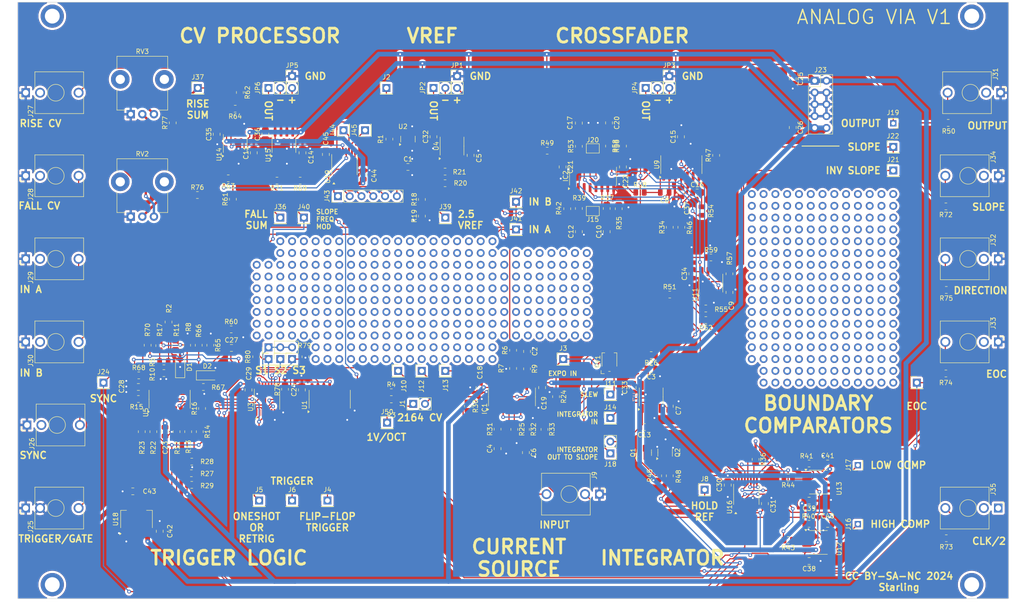
<source format=kicad_pcb>
(kicad_pcb (version 20240108) (generator "pcbnew") (generator_version "8.0")
  (layers (0 "F.Cu" signal) (31 "B.Cu" signal) (34 "B.Paste" user) (35 "F.Paste" user) (36 "B.SilkS" user "B.Silkscreen") (37 "F.SilkS" user "F.Silkscreen") (38 "B.Mask" user) (39 "F.Mask" user) (44 "Edge.Cuts" user))
  (net 0 "")
  (net 1 "GND")
  (net 2 "5VREF")
  (net 3 "Net-(C2-Pad2)")
  (net 4 "Net-(IC1C-OUT)")
  (net 5 "Net-(C4-Pad2)")
  (net 6 "+12V")
  (net 7 "-12V")
  (net 8 "Net-(J18-Pin_2)")
  (net 9 "B")
  (net 10 "Net-(IC2C-OUT)")
  (net 11 "Net-(C17-Pad2)")
  (net 12 "Net-(C20-Pad2)")
  (net 13 "+5V")
  (net 14 "Net-(D2-K)")
  (net 15 "SYNC")
  (net 16 "Net-(D1-K)")
  (net 18 "Net-(IC1D-IN)")
  (net 19 "Net-(IC1A-CTRL)")
  (net 20 "Net-(IC1D-OUT)")
  (net 21 "Net-(IC1D-CTRL)")
  (net 22 "Net-(IC1B-OUT)")
  (net 23 "Net-(IC1A-IN)")
  (net 24 "Net-(IC1B-IN)")
  (net 25 "Net-(IC1C-CTRL)")
  (net 26 "Net-(IC1C-IN)")
  (net 27 "Net-(IC2D-IN)")
  (net 28 "B0")
  (net 30 "Net-(IC2C-IN)")
  (net 31 "Net-(IC2C-CTRL)")
  (net 32 "Net-(IC2B-CTRL)")
  (net 33 "Net-(IC2A-IN)")
  (net 34 "Net-(IC2D-CTRL)")
  (net 35 "Net-(IC2B-IN)")
  (net 36 "Net-(J1-Pin_1)")
  (net 37 "FF_TRIGGER")
  (net 38 "ONESHOT_OR_RETRIG")
  (net 39 "TRIGGER")
  (net 40 "EOC")
  (net 41 "A")
  (net 42 "C0")
  (net 43 "C1")
  (net 44 "Net-(J18-Pin_1)")
  (net 45 "OUTPUT")
  (net 46 "INV_SLOPE")
  (net 47 "SLOPE")
  (net 48 "Net-(JP1-B)")
  (net 49 "Net-(JP2-A)")
  (net 50 "Net-(JP2-B)")
  (net 51 "Net-(JP3-B)")
  (net 52 "Net-(JP4-A)")
  (net 53 "Net-(JP4-B)")
  (net 54 "Net-(JP5-B)")
  (net 55 "Net-(JP6-B)")
  (net 56 "Net-(JP6-A)")
  (net 57 "Net-(Q1-G)")
  (net 58 "Net-(Q2-B)")
  (net 59 "TRIGGER_IN")
  (net 60 "1V{slash}OCT")
  (net 61 "SLOPE_FREQ_MOD")
  (net 62 "AT_TARGET")
  (net 63 "Net-(U4A--)")
  (net 64 "4V")
  (net 65 "Net-(U4A-+)")
  (net 66 "A_SW")
  (net 67 "Net-(U3-A)")
  (net 68 "2.5VREF")
  (net 69 "Net-(U5A-+)")
  (net 70 "Net-(U5A--)")
  (net 71 "A0")
  (net 72 "Net-(R26-Pad2)")
  (net 73 "8V")
  (net 74 "INA")
  (net 75 "Net-(U12-+)")
  (net 76 "INB")
  (net 77 "Net-(U15A--)")
  (net 78 "SYNC_IN")
  (net 79 "FALL_CV")
  (net 80 "RISE_CV")
  (net 81 "Net-(U1B-C)")
  (net 84 "Net-(U1A-D)")
  (net 85 "CLK{slash}2")
  (net 86 "Net-(U1B-D)")
  (net 91 "Net-(C6-Pad1)")
  (net 92 "Net-(IC2A-OUT)")
  (net 93 "Net-(C8-Pad2)")
  (net 94 "Net-(C10-Pad2)")
  (net 95 "Net-(C12-Pad2)")
  (net 96 "Net-(C16-Pad2)")
  (net 97 "Net-(C27-Pad2)")
  (net 98 "Net-(IC2B-OUT)")
  (net 99 "Net-(IC2A-CTRL)")
  (net 100 "Net-(U5C--)")
  (net 101 "Net-(U5B--)")
  (net 102 "Net-(U13-+)")
  (net 103 "Net-(U11A--)")
  (net 104 "Net-(U11B--)")
  (net 105 "Net-(U5D-+)")
  (net 108 "Net-(J36-Pin_1)")
  (net 109 "Net-(J37-Pin_1)")
  (net 110 "Net-(J35-Pad2)")
  (net 111 "Net-(J9-Pad1)")
  (net 121 "Net-(J34-PadT)")
  (net 124 "Net-(J31-PadT)")
  (net 125 "Net-(J33-Pad1)")
  (net 126 "Net-(J32-PadT)")
  (net 127 "Net-(R76-Pad1)")
  (net 128 "Net-(R77-Pad1)")
  (net 129 "SLOPE_SW_RISE")
  (net 130 "SLOPE_SW_FALL")
  (net 131 "SLOPE_SW_OUT")
  (net 132 "Net-(J43-Pin_1)")
  (net 133 "Net-(J43-Pin_6)")
  (net 134 "Net-(J43-Pin_2)")
  (net 135 "Net-(J43-Pin_5)")
  (net 136 "Net-(J43-Pin_3)")
  (net 137 "Net-(J43-Pin_4)")
  (net 138 "Net-(J44-Pin_1)")
  (net 139 "Net-(J45-Pin_1)")
  (net 140 "LOGIC_S1")
  (net 141 "LOGIC_S2")
  (net 142 "LOGIC_S3")
  (footprint "Capacitor_SMD:C_0805_2012Metric" (layer "F.Cu") (at 125 95.05 -90)
    (property "Reference" "C19")
    (property "Value" "100n")
  )
  (footprint "Connector_PinHeader_2.54mm:PinHeader_1x01_P2.54mm_Vertical" (layer "F.Cu") (at 182.88 86.36)
    (property "Reference" "REF**100" (hide yes))
    (property "Value" "PinHeader_1x01_P2.54mm_Vertical" (hide yes))
  )
  (footprint "Connector_PinHeader_2.54mm:PinHeader_1x01_P2.54mm_Vertical" (layer "F.Cu") (at 68.58 58.42)
    (property "Reference" "J36")
    (property "Value" "FALL_SUM")
  )
  (footprint "Connector_PinHeader_2.54mm:PinHeader_1x01_P2.54mm_Vertical" (layer "F.Cu") (at 83.82 66.04)
    (property "Reference" "REF**20" (hide yes))
    (property "Value" "PinHeader_1x01_P2.54mm_Vertical" (hide yes))
  )
  (footprint "Connector_PinHeader_2.54mm:PinHeader_1x01_P2.54mm_Vertical" (layer "F.Cu") (at 200.66 55.88)
    (property "Reference" "REF**41" (hide yes))
    (property "Value" "PinHeader_1x01_P2.54mm_Vertical" (hide yes))
  )
  (footprint "Capacitor_SMD:C_0805_2012Metric" (layer "F.Cu") (at 43.73 104.5425 -90)
    (property "Reference" "C23")
    (property "Value" "100n")
  )
  (footprint "Connector_PinHeader_2.54mm:PinHeader_1x01_P2.54mm_Vertical" (layer "F.Cu") (at 71.12 73.66)
    (property "Reference" "REF**61" (hide yes))
    (property "Value" "PinHeader_1x01_P2.54mm_Vertical" (hide yes))
  )
  (footprint "Capacitor_SMD:C_0805_2012Metric" (layer "F.Cu") (at 38 94.9125)
    (property "Reference" "C28")
    (property "Value" "100p")
  )
  (footprint "Connector_PinHeader_2.54mm:PinHeader_1x01_P2.54mm_Vertical" (layer "F.Cu") (at 86.36 81.28)
    (property "Reference" "REF**109" (hide yes))
    (property "Value" "PinHeader_1x01_P2.54mm_Vertical" (hide yes))
  )
  (footprint "Connector_PinHeader_2.54mm:PinHeader_1x01_P2.54mm_Vertical" (layer "F.Cu") (at 106.68 81.28)
    (property "Reference" "REF**109" (hide yes))
    (property "Value" "PinHeader_1x01_P2.54mm_Vertical" (hide yes))
  )
  (footprint "Connector_PinHeader_2.54mm:PinHeader_1x01_P2.54mm_Vertical" (layer "F.Cu") (at 81.28 78.74)
    (property "Reference" "REF**97" (hide yes))
    (property "Value" "PinHeader_1x01_P2.54mm_Vertical" (hide yes))
  )
  (footprint "Package_SO:SOIC-8_3.9x4.9mm_P1.27mm" (layer "F.Cu") (at 161.365 72.525 90)
    (property "Reference" "U11")
    (property "Value" "OPA1678")
  )
  (footprint "Connector_PinHeader_2.54mm:PinHeader_1x01_P2.54mm_Vertical" (layer "F.Cu") (at 64.02 119.38)
    (property "Reference" "J5")
    (property "Value" "ONESHOT_OR_RETRIG")
  )
  (footprint "Connector_PinHeader_2.54mm:PinHeader_1x01_P2.54mm_Vertical" (layer "F.Cu") (at 195.58 66.04)
    (property "Reference" "REF**100" (hide yes))
    (property "Value" "PinHeader_1x01_P2.54mm_Vertical" (hide yes))
  )
  (footprint "Resistor_SMD:R_0805_2012Metric" (layer "F.Cu") (at 72.865 50.45 180)
    (property "Reference" "R69")
    (property "Value" "100k")
  )
  (footprint "Connector_PinHeader_2.54mm:PinHeader_1x01_P2.54mm_Vertical" (layer "F.Cu") (at 195.58 53.34)
    (property "Reference" "REF**22" (hide yes))
    (property "Value" "PinHeader_1x01_P2.54mm_Vertical" (hide yes))
  )
  (footprint "Connector_PinHeader_2.54mm:PinHeader_1x01_P2.54mm_Vertical" (layer "F.Cu") (at 187.96 63.5)
    (property "Reference" "REF**91" (hide yes))
    (property "Value" "PinHeader_1x01_P2.54mm_Vertical" (hide yes))
  )
  (footprint "Package_SO:SOIC-14_3.9x8.7mm_P1.27mm" (layer "F.Cu") (at 44.73 97.5425 90)
    (property "Reference" "U5")
    (property "Value" "LM339")
  )
  (footprint "Connector_PinHeader_2.54mm:PinHeader_1x01_P2.54mm_Vertical" (layer "F.Cu") (at 127 68.58)
    (property "Reference" "REF**35" (hide yes))
    (property "Value" "PinHeader_1x01_P2.54mm_Vertical" (hide yes))
  )
  (footprint "Connector_PinHeader_2.54mm:PinHeader_1x01_P2.54mm_Vertical" (layer "F.Cu") (at 91.44 78.74)
    (property "Reference" "REF**101" (hide yes))
    (property "Value" "PinHeader_1x01_P2.54mm_Vertical" (hide yes))
  )
  (footprint "Connector_PinHeader_2.54mm:PinHeader_1x01_P2.54mm_Vertical" (layer "F.Cu") (at 190.5 60.96)
    (property "Reference" "REF**70" (hide yes))
    (property "Value" "PinHeader_1x01_P2.54mm_Vertical" (hide yes))
  )
  (footprint "Connector_PinHeader_2.54mm:PinHeader_1x01_P2.54mm_Vertical" (layer "F.Cu") (at 78.74 63.5)
    (property "Reference" "REF**4" (hide yes))
    (property "Value" "PinHeader_1x01_P2.54mm_Vertical" (hide yes))
  )
  (footprint "Connector_PinHeader_2.54mm:PinHeader_1x01_P2.54mm_Vertical" (layer "F.Cu") (at 134.62 83.82)
    (property "Reference" "REF**121" (hide yes))
    (property "Value" "PinHeader_1x01_P2.54mm_Vertical" (hide yes))
  )
  (footprint "Connector_Audio:Jack_3.5mm_QingPu_WQP-PJ398SM_Vertical_CircularHoles" (layer "F.Cu") (at 13.72 67.3 90)
    (property "Reference" "J29")
    (property "Value" "INA")
  )
  (footprint "Connector_Audio:Jack_3.5mm_QingPu_WQP-PJ398SM_Vertical_CircularHoles" (layer "F.Cu") (at 137.35 118 -90)
    (property "Reference" "J9")
    (property "Value" "INPUT")
  )
  (footprint "Connector_PinHeader_2.54mm:PinHeader_1x01_P2.54mm_Vertical" (layer "F.Cu") (at 127 71.12)
    (property "Reference" "REF**53" (hide yes))
    (property "Value" "PinHeader_1x01_P2.54mm_Vertical" (hide yes))
  )
  (footprint "Connector_PinHeader_2.54mm:PinHeader_1x01_P2.54mm_Vertical" (layer "F.Cu") (at 175.26 73.66)
    (property "Reference" "REF**23" (hide yes))
    (property "Value" "PinHeader_1x01_P2.54mm_Vertical" (hide yes))
  )
  (footprint "Connector_PinHeader_2.54mm:PinHeader_1x01_P2.54mm_Vertical" (layer "F.Cu") (at 106.68 73.66)
    (property "Reference" "REF**71" (hide yes))
    (property "Value" "PinHeader_1x01_P2.54mm_Vertical" (hide yes))
  )
  (footprint "Resistor_SMD:R_0805_2012Metric" (layer "F.Cu") (at 161.365 67 180)
    (property "Reference" "R59")
    (property "Value" "100k")
  )
  (footprint "Connector_PinHeader_2.54mm:PinHeader_1x01_P2.54mm_Vertical" (layer "F.Cu") (at 185.42 66.04)
    (property "Reference" "REF**101" (hide yes))
    (property "Value" "PinHeader_1x01_P2.54mm_Vertical" (hide yes))
  )
  (footprint "Connector_PinHeader_2.54mm:PinHeader_1x01_P2.54mm_Vertical" (layer "F.Cu") (at 96.52 76.2)
    (property "Reference" "REF**85" (hide yes))
    (property "Value" "PinHeader_1x01_P2.54mm_Vertical" (hide yes))
  )
  (footprint "Connector_PinHeader_2.54mm:PinHeader_1x01_P2.54mm_Vertical" (layer "F.Cu") (at 104.14 71.12)
    (property "Reference" "REF**52" (hide yes))
    (property "Value" "PinHeader_1x01_P2.54mm_Vertical" (hide yes))
  )
  (footprint "Capacitor_SMD:C_0805_2012Metric" (layer "F.Cu") (at 179 28.5 -90)
    (property "Reference" "C25")
    (property "Value" "10uF")
  )
  (footprint "Connector_PinHeader_2.54mm:PinHeader_1x01_P2.54mm_Vertical" (layer "F.Cu") (at 185.42 86.36)
    (property "Reference" "REF**101" (hide yes))
    (property "Value" "PinHeader_1x01_P2.54mm_Vertical" (hide yes))
  )
  (footprint "Connector_PinHeader_2.54mm:PinHeader_1x01_P2.54mm_Vertical" (layer "F.Cu") (at 193.04 88.9)
    (property "Reference" "REF**109" (hide yes))
    (property "Value" "PinHeader_1x01_P2.54mm_Vertical" (hide yes))
  )
  (footprint "Connector_PinHeader_2.54mm:PinHeader_1x01_P2.54mm_Vertical" (layer "F.Cu") (at 200.66 66.04)
    (property "Reference" "REF**101" (hide yes))
    (property "Value" "PinHeader_1x01_P2.54mm_Vertical" (hide yes))
  )
  (footprint "Connector_PinHeader_2.54mm:PinHeader_1x01_P2.54mm_Vertical" (layer "F.Cu") (at 185.42 93.98)
    (property "Reference" "REF**121" (hide yes))
    (property "Value" "PinHeader_1x01_P2.54mm_Vertical" (hide yes))
  )
  (footprint "Connector_PinHeader_2.54mm:PinHeader_1x01_P2.54mm_Vertical" (layer "F.Cu") (at 177.8 71.12)
    (property "Reference" "REF**118" (hide yes))
    (property "Value" "PinHeader_1x01_P2.54mm_Vertical" (hide yes))
  )
  (footprint "Connector_PinHeader_2.54mm:PinHeader_1x01_P2.54mm_Vertical" (layer "F.Cu") (at 109.22 71.12)
    (property "Reference" "REF**54" (hide yes))
    (property "Value" "PinHeader_1x01_P2.54mm_Vertical" (hide yes))
  )
  (footprint "Connector_PinHeader_2.54mm:PinHeader_1x01_P2.54mm_Vertical" (layer "F.Cu") (at 190.5 91.44)
    (property "Reference" "REF**118" (hide yes))
    (property "Value" "PinHeader_1x01_P2.54mm_Vertical" (hide yes))
  )
  (footprint "Connector_PinHeader_2.54mm:PinHeader_1x02_P2.54mm_Vertical" (layer "F.Cu") (at 106.68 27.94)
    (property "Reference" "JP1")
    (property "Value" "Jumper_2_Open")
  )
  (footprint "Connector_PinHeader_2.54mm:PinHeader_1x01_P2.54mm_Vertical" (layer "F.Cu") (at 193.04 81.28)
    (property "Reference" "REF**71" (hide yes))
    (property "Value" "PinHeader_1x01_P2.54mm_Vertical" (hide yes))
  )
  (footprint "Capacitor_SMD:C_0805_2012Metric" (layer "F.Cu") (at 147 103.55 180)
    (property "Reference" "C13")
    (property "Value" "1.2n")
  )
  (footprint "Connector_PinHeader_2.54mm:PinHeader_1x01_P2.54mm_Vertical" (layer "F.Cu") (at 101.6 86.36)
    (property "Reference" "REF**131" (hide yes))
    (property "Value" "PinHeader_1x01_P2.54mm_Vertical" (hide yes))
  )
  (footprint "Connector_PinHeader_2.54mm:PinHeader_1x01_P2.54mm_Vertical" (layer "F.Cu") (at 182.88 60.96)
    (property "Reference" "REF**72" (hide yes))
    (property "Value" "PinHeader_1x01_P2.54mm_Vertical" (hide yes))
  )
  (footprint "Potentiometer_THT:Potentiometer_TT_P0915N" (layer "F.Cu") (at 36.35 58.2)
    (property "Reference" "RV2")
    (property "Value" "10k")
  )
  (footprint "Resistor_SMD:R_0805_2012Metric" (layer "F.Cu") (at 132.9125 56.45 90)
    (property "Reference" "R39")
    (property "Value" "220")
  )
  (footprint "Connector_PinHeader_2.54mm:PinHeader_1x01_P2.54mm_Vertical" (layer "F.Cu") (at 198.12 83.82)
    (property "Reference" "REF**91" (hide yes))
    (property "Value" "PinHeader_1x01_P2.54mm_Vertical" (hide yes))
  )
  (footprint "Resistor_SMD:R_0805_2012Metric" (layer "F.Cu") (at 51 85.9125 90)
    (property "Reference" "R66")
    (property "Value" "100k")
  )
  (footprint "Connector_PinHeader_2.54mm:PinHeader_1x01_P2.54mm_Vertical" (layer "F.Cu") (at 180.34 93.98)
    (property "Reference" "REF**119" (hide yes))
    (property "Value" "PinHeader_1x01_P2.54mm_Vertical" (hide yes))
  )
  (footprint "Resistor_SMD:R_0805_2012Metric" (layer "F.Cu") (at 67.865 50.45 180)
    (property "Reference" "R71")
    (property "Value" "100k")
  )
  (footprint "Connector_PinHeader_2.54mm:PinHeader_1x01_P2.54mm_Vertical" (layer "F.Cu") (at 93.98 68.58)
    (property "Reference" "REF**34" (hide yes))
    (property "Value" "PinHeader_1x01_P2.54mm_Vertical" (hide yes))
  )
  (footprint "Connector_PinHeader_2.54mm:PinHeader_1x01_P2.54mm_Vertical" (layer "F.Cu") (at 104.14 73.66)
    (property "Reference" "REF**70" (hide yes))
    (property "Value" "PinHeader_1x01_P2.54mm_Vertical" (hide yes))
  )
  (footprint "Connector_PinHeader_2.54mm:PinHeader_1x01_P2.54mm_Vertical" (layer "F.Cu") (at 185.42 81.28)
    (property "Reference" "REF**73" (hide yes))
    (property "Value" "PinHeader_1x01_P2.54mm_Vertical" (hide yes))
  )
  (footprint "Connector_PinHeader_2.54mm:PinHeader_1x01_P2.54mm_Vertical" (layer "F.Cu") (at 175.26 60.96)
    (property "Reference" "REF**73" (hide yes))
    (property "Value" "PinHeader_1x01_P2.54mm_Vertical" (hide yes))
  )
  (footprint "Connector_PinHeader_2.54mm:PinHeader_1x01_P2.54mm_Vertical" (layer "F.Cu") (at 182.88 58.42)
    (property "Reference" "REF**54" (hide yes))
    (property "Value" "PinHeader_1x01_P2.54mm_Vertical" (hide yes))
  )
  (footprint "Connector_PinHeader_2.54mm:PinHeader_1x01_P2.54mm_Vertical" (layer "F.Cu") (at 177.8 73.66)
    (property "Reference" "REF**20" (hide yes))
    (property "Value" "PinHeader_1x01_P2.54mm_Vertical" (hide yes))
  )
  (footprint "Connector_PinHeader_2.54mm:PinHeader_1x01_P2.54mm_Vertical" (layer "F.Cu") (at 200.66 68.58)
    (property "Reference" "REF**111" (hide yes))
    (property "Value" "PinHeader_1x01_P2.54mm_Vertical" (hide yes))
  )
  (footprint "Package_SO:SOIC-14_3.9x8.7mm_P1.27mm" (layer "F.Cu") (at 155 47 90)
    (property "Reference" "U9")
    (property "Value" "OPA1679")
  )
  (footprint "Connector_PinHeader_2.54mm:PinHeader_1x01_P2.54mm_Vertical" (layer "F.Cu") (at 170.18 63.5)
    (property "Reference" "REF**85" (hide yes))
    (property "Value" "PinHeader_1x01_P2.54mm_Vertical" (hide yes))
  )
  (footprint "Resistor_SMD:R_0805_2012Metric" (layer "F.Cu") (at 48.5 85.9125 90)
    (property "Reference" "R8")
    (property "Value" "10k")
  )
  (footprint "Connector_PinHeader_2.54mm:PinHeader_1x01_P2.54mm_Vertical" (layer "F.Cu") (at 68.58 76.2)
    (property "Reference" "REF**74" (hide yes))
    (property "Value" "PinHeader_1x01_P2.54mm_Vertical" (hide yes))
  )
  (footprint "Potentiometer_SMD:Potentiometer_Bourns_TC33X_Vertical" (layer "F.Cu") (at 139.5 89.45 90)
    (property "Reference" "RV1")
    (property "Value" "10k")
  )
  (footprint "Resistor_SMD:R_0805_2012Metric" (layer "F.Cu") (at 69.6 95.4 90)
    (property "Reference" "R78")
    (property "Value" "100k")
  )
  (footprint "Resistor_SMD:R_0805_2012Metric" (layer "F.Cu") (at 182.525 124.405 180)
    (property "Reference" "R40")
    (property "Value" "1M")
  )
  (footprint "Connector_PinHeader_2.54mm:PinHeader_1x01_P2.54mm_Vertical" (layer "F.Cu") (at 99.06 63.5)
    (property "Reference" "REF**8" (hide yes))
    (property "Value" "PinHeader_1x01_P2.54mm_Vertical" (hide yes))
  )
  (footprint "Connector_PinHeader_2.54mm:PinHeader_1x01_P2.54mm_Vertical" (layer "F.Cu") (at 93.98 66.04)
    (property "Reference" "REF**20" (hide yes))
    (property "Value" "PinHeader_1x01_P2.54mm_Vertical" (hide yes))
  )
  (footprint "Connector_PinHeader_2.54mm:PinHeader_1x01_P2.54mm_Vertical" (layer "F.Cu") (at 116.84 73.66)
    (property "Reference" "REF**71" (hide yes))
    (property "Value" "PinHeader_1x01_P2.54mm_Vertical" (hide yes))
  )
  (footprint "Connector_PinHeader_2.54mm:PinHeader_1x01_P2.54mm_Vertical" (layer "F.Cu") (at 101.6 71.12)
    (property "Reference" "REF**55" (hide yes))
    (property "Value" "PinHeader_1x01_P2.54mm_Vertical" (hide yes))
  )
  (footprint "Connector_PinHeader_2.54mm:PinHeader_1x01_P2.54mm_Vertical" (layer "F.Cu") (at 119.38 68.58)
    (property "Reference" "REF**40" (hide yes))
    (property "Value" "PinHeader_1x01_P2.54mm_Vertical" (hide yes))
  )
  (footprint "Connector_PinHeader_2.54mm:PinHeader_1x01_P2.54mm_Vertical" (layer "F.Cu") (at 198.12 55.88)
    (property "Reference" "REF**41" (hide yes))
    (property "Value" "PinHeader_1x01_P2.54mm_Vertical" (hide yes))
  )
  (footprint "Connector_PinHeader_2.54mm:PinHeader_1x01_P2.54mm_Vertical" (layer "F.Cu") (at 83.82 71.12)
    (property "Reference" "REF**52" (hide yes))
    (property "Value" "PinHeader_1x01_P2.54mm_Vertical" (hide yes))
  )
  (footprint "Connector_Audio:Jack_3.5mm_QingPu_WQP-PJ398SM_Vertical_CircularHoles" (layer "F.Cu") (at 13.72 121 90)
    (property "Reference" "J25")
    (property "Value" "TRIGGER")
  )
  (footprint "Connector_PinHeader_2.54mm:PinHeader_1x01_P2.54mm_Vertical" (layer "F.Cu") (at 121.92 78.74)
    (property "Reference" "REF**101" (hide yes))
    (property "Value" "PinHeader_1x01_P2.54mm_Vertical" (hide yes))
  )
  (footprint "Connector_PinHeader_2.54mm:PinHeader_1x01_P2.54mm_Vertical" (layer "F.Cu") (at 111.76 83.82)
    (property "Reference" "REF**121" (hide yes))
    (property "Value" "PinHeader_1x01_P2.54mm_Vertical" (hide yes))
  )
  (footprint "Connector_PinHeader_2.54mm:PinHeader_1x01_P2.54mm_Vertical" (layer "F.Cu") (at 93.98 88.9)
    (property "Reference" "REF**128" (hide yes))
    (property "Value" "PinHeader_1x01_P2.54mm_Vertical" (hide yes))
  )
  (footprint "Connector_PinHeader_2.54mm:PinHeader_1x01_P2.54mm_Vertical" (layer "F.Cu") (at 63.5 71.12)
    (property "Reference" "REF**42" (hide yes))
    (property "Value" "PinHeader_1x01_P2.54mm_Vertical" (hide yes))
  )
  (footprint "Connector_PinHeader_2.54mm:PinHeader_1x01_P2.54mm_Vertical" (layer "F.Cu") (at 104.14 81.28)
    (property "Reference" "REF**108" (hide yes))
    (property "Value" "PinHeader_1x01_P2.54mm_Vertical" (hide yes))
  )
  (footprint "Connector_PinHeader_2.54mm:PinHeader_1x01_P2.54mm_Vertical" (layer "F.Cu") (at 198.12 88.9)
    (property "Reference" "REF**111" (hide yes))
    (property "Value" "PinHeader_1x01_P2.54mm_Vertical" (hide yes))
  )
  (footprint "Capacitor_SMD:C_0805_2012Metric" (layer "F.Cu") (at 157.365 70.525 90)
    (property "Reference" "C34")
    (property "Value" "100n")
  )
  (footprint "Resistor_SMD:R_0805_2012Metric" (layer "F.Cu") (at 146.0875 53)
    (property "Reference" "R38")
    (property "Value" "4.7k")
  )
  (footprint "Connector_PinHeader_2.54mm:PinHeader_1x01_P2.54mm_Vertical" (layer "F.Cu") (at 177.8 81.28)
    (property "Reference" "REF**70" (hide yes))
    (property "Value" "PinHeader_1x01_P2.54mm_Vertical" (hide yes))
  )
  (footprint "Connector_PinHeader_2.54mm:PinHeader_1x01_P2.54mm_Vertical" (layer "F.Cu") (at 187.96 88.9)
    (property "Reference" "REF**111" (hide yes))
    (property "Value" "PinHeader_1x01_P2.54mm_Vertical" (hide yes))
  )
  (footprint "Connector_PinHeader_2.54mm:PinHeader_1x01_P2.54mm_Vertical" (layer "F.Cu") (at 73.66 63.5)
    (property "Reference" "REF**2" (hide yes))
    (property "Value" "PinHeader_1x01_P2.54mm_Vertical" (hide yes))
  )
  (footprint "Package_TO_SOT_SMD:SOT-23" (layer "F.Cu") (at 147 109.05 90)
    (property "Reference" "Q1")
    (property "Value" "MMBFJ112")
  )
  (footprint "Connector_PinHeader_2.54mm:PinHeader_1x01_P2.54mm_Vertical" (layer "F.Cu") (at 180.34 58.42)
    (property "Reference" "REF**53" (hide yes))
    (property "Value" "PinHeader_1x01_P2.54mm_Vertical" (hide yes))
  )
  (footprint "Connector_PinHeader_2.54mm:PinHeader_1x01_P2.54mm_Vertical" (layer "F.Cu") (at 175.26 58.42)
    (property "Reference" "REF**55" (hide yes))
    (property "Value" "PinHeader_1x01_P2.54mm_Vertical" (hide yes))
  )
  (footprint "Resistor_SMD:R_0805_2012Metric" (layer "F.Cu") (at 152.5 114.05 90)
    (property "Reference" "R48")
    (property "Value" "10k")
  )
  (footprint "Connector_PinHeader_2.54mm:PinHeader_1x01_P2.54mm_Vertical" (layer "F.Cu") (at 180.34 83.82)
    (property "Reference" "REF**85" (hide yes))
    (property "Value" "PinHeader_1x01_P2.54mm_Vertical" (hide yes))
  )
  (footprint "Connector_PinHeader_2.54mm:PinHeader_1x01_P2.54mm_Vertical" (layer "F.Cu") (at 205.74 93.98)
    (property "Reference" "J7" (hide yes))
    (property "Value" "EOC")
  )
  (footprint "Connector_PinHeader_2.54mm:PinHeader_1x01_P2.54mm_Vertical" (layer "F.Cu") (at 195.58 58.42)
    (property "Reference" "REF**54" (hide yes))
    (property "Value" "PinHeader_1x01_P2.54mm_Vertical" (hide yes))
  )
  (footprint "Connector_PinHeader_2.54mm:PinHeader_1x01_P2.54mm_Vertical" (layer "F.Cu") (at 73.66 78.74)
    (property "Reference" "REF**94" (hide yes))
    (property "Value" "PinHeader_1x01_P2.54mm_Vertical" (hide yes))
  )
  (footprint "Connector_PinHeader_2.54mm:PinHeader_1x01_P2.54mm_Vertical" (layer "F.Cu") (at 119.38 73.66)
    (property "Reference" "REF**72" (hide yes))
    (property "Value" "PinHeader_1x01_P2.54mm_Vertical" (hide yes))
  )
  (footprint "Connector_PinHeader_2.54mm:PinHeader_1x01_P2.54mm_Vertical" (layer "F.Cu") (at 170.18 73.66)
    (property "Reference" "REF**21" (hide yes))
    (property "Value" "PinHeader_1x01_P2.54mm_Vertical" (hide yes))
  )
  (footprint "Connector_PinHeader_2.54mm:PinHeader_1x01_P2.54mm_Vertical" (layer "F.Cu") (at 81.28 71.12)
    (property "Reference" "REF**51" (hide yes))
    (property "Value" "PinHeader_1x01_P2.54mm_Vertical" (hide yes))
  )
  (footprint "Connector_PinHeader_2.54mm:PinHeader_1x01_P2.54mm_Vertical" (layer "F.Cu") (at 78.74 83.82)
    (property "Reference" "REF**116" (hide yes))
    (property "Value" "PinHeader_1x01_P2.54mm_Vertical" (hide yes))
  )
  (footprint "Connector_PinHeader_2.54mm:PinHeader_1x01_P2.54mm_Vertical" (layer "F.Cu") (at 116.84 81.28)
    (property "Reference" "REF**109" (hide yes))
    (property "Value" "PinHeader_1x01_P2.54mm_Vertical" (hide yes))
  )
  (footprint "Connector_PinHeader_2.54mm:PinHeader_1x01_P2.54mm_Vertical" (layer "F.Cu") (at 182.88 78.74)
    (property "Reference" "REF**54" (hide yes))
    (property "Value" "PinHeader_1x01_P2.54mm_Vertical" (hide yes))
  )
  (footprint "Resistor_SMD:R_0805_2012Metric" (layer "F.Cu") (at 141.5 56.5 90)
    (property "Reference" "R35")
    (property "Value" "33k")
  )
  (footprint "Resistor_SMD:R_0805_2012Metric" (layer "F.Cu") (at 43.5 89.4125 180)
    (property "Reference" "R10")
    (property "Value" "1M")
  )
  (footprint "Connector_PinHeader_2.54mm:PinHeader_1x01_P2.54mm_Vertical" (layer "F.Cu") (at 195.58 86.36)
    (property "Reference" "REF**100" (hide yes))
    (property "Value" "PinHeader_1x01_P2.54mm_Vertical" (hide yes))
  )
  (footprint "Connector_PinHeader_2.54mm:PinHeader_1x01_P2.54mm_Vertical" (layer "F.Cu") (at 96.52 73.66)
    (property "Reference" "REF**71" (hide yes))
    (property "Value" "PinHeader_1x01_P2.54mm_Vertical" (hide yes))
  )
  (footprint "Capacitor_SMD:C_0805_2012Metric" (layer "F.Cu") (at 186.525 124.405)
    (property "Reference" "C40")
    (property "Value" "100n")
  )
  (footprint "Connector_PinHeader_2.54mm:PinHeader_1x01_P2.54mm_Vertical" (layer "F.Cu") (at 195.58 73.66)
    (property "Reference" "REF**22" (hide yes))
    (property "Value" "PinHeader_1x01_P2.54mm_Vertical" (hide yes))
  )
  (footprint "Connector_PinHeader_2.54mm:PinHeader_1x01_P2.54mm_Vertical" (layer "F.Cu") (at 193.04 86.36)
    (property "Reference" "REF**99" (hide yes))
    (property "Value" "PinHeader_1x01_P2.54mm_Vertical" (hide yes))
  )
  (footprint "Connector_PinHeader_2.54mm:PinHeader_1x01_P2.54mm_Vertical" (layer "F.Cu") (at 104.14 86.36)
    (property "Reference" "REF**128" (hide yes))
    (property "Value" "PinHeader_1x01_P2.54mm_Vertical" (hide yes))
  )
  (footprint "Connector_PinHeader_2.54mm:PinHeader_1x01_P2.54mm_Vertical" (layer "F.Cu") (at 132.08 68.58)
    (property "Reference" "REF**41" (hide yes))
    (property "Value" "PinHeader_1x01_P2.54mm_Vertical" (hide yes))
  )
  (footprint "Connector_PinHeader_2.54mm:PinHeader_1x01_P2.54mm_Vertical" (layer "F.Cu") (at 91.44 30.48)
    (property "Reference" "J2")
    (property "Value" "5VREF")
  )
  (footprint "Connector_PinHeader_2.54mm:PinHeader_1x01_P2.54mm_Vertical" (layer "F.Cu") (at 190.5 83.82)
    (property "Reference" "REF**84" (hide yes))
    (property "Value" "PinHeader_1x01_P2.54mm_Vertical" (hide yes))
  )
  (footprint "Connector_PinHeader_2.54mm:PinHeader_1x01_P2.54mm_Vertical" (layer "F.Cu") (at 132.08 78.74)
    (property "Reference" "REF**101" (hide yes))
    (property "Value" "PinHeader_1x01_P2.54mm_Vertical" (hide yes))
  )
  (footprint "Connector_PinHeader_2.54mm:PinHeader_1x01_P2.54mm_Vertical" (layer "F.Cu") (at 68.58 63.5)
    (property "Reference" "REF**" (hide yes))
    (property "Value" "PinHeader_1x01_P2.54mm_Vertical" (hide yes))
  )
  (footprint "Connector_PinHeader_2.54mm:PinHeader_1x01_P2.54mm_Vertical" (layer "F.Cu") (at 200.66 91.44)
    (property "Reference" "REF**121" (hide yes))
    (property "Value" "PinHeader_1x01_P2.54mm_Vertical" (hide yes))
  )
  (footprint "Connector_PinHeader_2.54mm:PinHeader_1x01_P2.54mm_Vertical" (layer "F.Cu") (at 187.96 78.74)
    (property "Reference" "REF**55" (hide yes))
    (property "Value" "PinHeader_1x01_P2.54mm_Vertical" (hide yes))
  )
  (footprint "Connector_PinHeader_2.54mm:PinHeader_1x01_P2.54mm_Vertical" (layer "F.Cu") (at 88.9 86.36)
    (property "Reference" "REF**130" (hide yes))
    (property "Value" "PinHeader_1x01_P2.54mm_Vertical" (hide yes))
  )
  (footprint "Resistor_SMD:R_0805_2012Metric" (layer "F.Cu") (at 104.0875 48.5 180)
    (property "Reference" "R21")
    (property "Value" "100k 1%")
  )
  (footprint "Resistor_SMD:R_0805_2012Metric" (layer "F.Cu") (at 160.27 80.5 180)
    (property "Reference" "R52")
    (property "Value" "50k")
  )
  (footprint "Connector_PinHeader_2.54mm:PinHeader_1x01_P2.54mm_Vertical" (layer "F.Cu") (at 200.66 83.82)
    (property "Reference" "REF**91" (hide yes))
    (property "Value" "PinHeader_1x01_P2.54mm_Vertical" (hide yes))
  )
  (footprint "Connector_PinHeader_2.54mm:PinHeader_1x01_P2.54mm_Vertical" (layer "F.Cu") (at 73.66 68.58)
    (property "Reference" "REF**30" (hide yes))
    (property "Value" "PinHeader_1x01_P2.54mm_Vertical" (hide yes))
  )
  (footprint "Connector_PinHeader_2.54mm:PinHeader_1x01_P2.54mm_Vertical" (layer "F.Cu") (at 124.46 66.04)
    (property "Reference" "REF**20" (hide yes))
    (property "Value" "PinHeader_1x01_P2.54mm_Vertical" (hide yes))
  )
  (footprint "Connector_PinHeader_2.54mm:PinHeader_1x01_P2.54mm_Vertical" (layer "F.Cu") (at 93.98 83.82)
    (property "Reference" "REF**118" (hide yes))
    (property "Value" "PinHeader_1x01_P2.54mm_Vertical" (hide yes))
  )
  (footprint "Connector_PinHeader_2.54mm:PinHeader_1x01_P2.54mm_Vertical" (layer "F.Cu") (at 129.54 78.74)
    (property "Reference" "REF**100" (hide yes))
    (property "Value" "PinHeader_1x01_P2.54mm_Vertical" (hide yes))
  )
  (footprint "Connector_PinHeader_2.54mm:PinHeader_1x01_P2.54mm_Vertical" (layer "F.Cu") (at 180.34 71.12)
    (property "Reference" "REF**119" (hide yes))
    (property "Value" "PinHeader_1x01_P2.54mm_Vertical" (hide yes))
  )
  (footprint "Connector_PinHeader_2.54mm:PinHeader_1x01_P2.54mm_Vertical" (layer "F.Cu") (at 177.8 55.88)
    (property "Reference" "REF**34" (hide yes))
    (property "Value" "PinHeader_1x01_P2.54mm_Vertical" (hide yes))
  )
  (footprint "Connector_PinHeader_2.54mm:PinHeader_1x01_P2.54mm_Vertical" (layer "F.Cu") (at 132.08 76.2)
    (property "Reference" "REF**91" (hide yes))
    (property "Value" "PinHeader_1x01_P2.54mm_Vertical" (hide yes))
  )
  (footprint "Connector_PinHeader_2.54mm:PinHeader_1x01_P2.54mm_Vertical" (layer "F.Cu") (at 195.58 83.82)
    (property "Reference" "REF**90" (hide yes))
    (property "Value" "PinHeader_1x01_P2.54mm_Vertical" (hide yes))
  )
  (footprint "Connector_PinHeader_2.54mm:PinHeader_1x01_P2.54mm_Vertical" (layer "F.Cu") (at 86.85 39.6 90)
    (property "Reference" "J45")
    (property "Value" "EXTRA_SW_C")
  )
  (footprint "Connector_PinHeader_2.54mm:PinHeader_1x01_P2.54mm_Vertical" (layer "F.Cu") (at 177.8 91.44)
    (property "Reference" "REF**118" (hide yes))
    (property "Value" "PinHeader_1x01_P2.54mm_Vertical" (hide yes))
  )
  (footprint "Resistor_SMD:R_0805_2012Metric" (layer "F.Cu") (at 59.865 31.45 -90)
    (property "Reference" "R62")
    (property "Value" "100k")
  )
  (footprint "Connector_PinHeader_2.54mm:PinHeader_1x01_P2.54mm_Vertical" (layer "F.Cu") (at 198.12 73.66)
    (property "Reference" "REF**23" (hide yes))
    (property "Value" "PinHeader_1x01_P2.54mm_Vertical" (hide yes))
  )
  (footprint "Connector_PinHeader_2.54mm:PinHeader_1x01_P2.54mm_Vertical" (layer "F.Cu") (at 81.28 83.82)
    (property "Reference" "REF**117" (hide yes))
    (property "Value" "PinHeader_1x01_P2.54mm_Vertical" (hide yes))
  )
  (footprint "Resistor_SMD:R_0805_2012Metric" (layer "F.Cu") (at 46 85.9125 -90)
    (property "Reference" "R11")
    (property "Value" "100k")
  )
  (footprint "Connector_PinHeader_2.54mm:PinHeader_1x01_P2.54mm_Vertical" (layer "F.Cu") (at 104.14 88.9)
    (property "Reference" "REF**128" (hide yes))
    (property "Value" "PinHeader_1x01_P2.54mm_Vertical" (hide yes))
  )
  (footprint "Connector_PinHeader_2.54mm:PinHeader_1x01_P2.54mm_Vertical" (layer "F.Cu") (at 200.66 63.5)
    (property "Reference" "REF**91" (hide yes))
    (property "Value" "PinHeader_1x01_P2.54mm_Vertical" (hide yes))
  )
  (footprint "Connector_PinHeader_2.54mm:PinHeader_1x01_P2.54mm_Vertical" (layer "F.Cu") (at 114.3 83.82)
    (property "Reference" "REF**121" (hide yes))
    (property "Value" "PinHeader_1x01_P2.54mm_Vertical" (hide yes))
  )
  (footprint "Connector_PinHeader_2.54mm:PinHeader_1x01_P2.54mm_Vertical" (layer "F.Cu") (at 96.52 81.28)
    (property "Reference" "REF**109" (hide yes))
    (property "Value" "PinHeader_1x01_P2.54mm_Vertical" (hide yes))
  )
  (footprint "Connector_PinHeader_2.54mm:PinHeader_1x01_P2.54mm_Vertical" (layer "F.Cu") (at 88.9 63.5)
    (property "Reference" "REF**8" (hide yes))
    (property "Value" "PinHeader_1x01_P2.54mm_Vertical" (hide yes))
  )
  (footprint "Resistor_SMD:R_0805_2012Metric" (layer "F.Cu") (at 121.5 104.05 -90)
    (property "Reference" "R32")
    (property "Value" "220")
  )
  (footprint "Connector_PinHeader_2.54mm:PinHeader_1x01_P2.54mm_Vertical" (layer "F.Cu") (at 104.14 78.74)
    (property "Reference" "REF**98" (hide yes))
    (property "Value" "PinHeader_1x01_P2.54mm_Vertical" (hide yes))
  )
  (footprint "Connector_PinHeader_2.54mm:PinHeader_1x01_P2.54mm_Vertical" (layer "F.Cu") (at 106.68 63.5)
    (property "Reference" "REF**7" (hide yes))
    (property "Value" "PinHeader_1x01_P2.54mm_Vertical" (hide yes))
  )
  (footprint "Connector_PinHeader_2.54mm:PinHeader_1x01_P2.54mm_Vertical" (layer "F.Cu") (at 88.9 81.28)
    (property "Reference" "REF**110" (hide yes))
    (property "Value" "PinHeader_1x01_P2.54mm_Vertical" (hide yes))
  )
  (footprint "Resistor_SMD:R_0805_2012Metric" (layer "F.Cu") (at 42.5 86 -90)
    (property "Reference" "R17")
    (property "Value" "10k")
  )
  (footprint "Connector_Audio:Jack_3.5mm_QingPu_WQP-PJ398SM_Vertical_CircularHoles" (layer "F.Cu") (at 14 103.1 90)
    (property "Reference" "J26")
    (property "Value" "SYNC")
  )
  (footprint "Package_SO:SOIC-8_3.9x4.9mm_P1.27mm" (layer "F.Cu") (at 105.5875 43 90)
    (property "Reference" "U4")
    (property "Value" "OPA1678")
  )
  (footprint "Resistor_SMD:R_0805_2012Metric" (layer "F.Cu") (at 128 97 -90)
    (property "Reference" "R24")
    (property "Value" "1.69M")
  )
  (footprint "Resistor_SMD:R_0805_2012Metric" (layer "F.Cu") (at 38 97.5)
    (property "Reference" "R15")
    (property "Value" "100k")
  )
  (footprint "Connector_PinHeader_2.54mm:PinHeader_1x01_P2.54mm_Vertical" (layer "F.Cu") (at 93.98 86.36)
    (property "Reference" "REF**128" (hide yes))
    (property "Value" "PinHeader_1x01_P2.54mm_Vertical" (hide yes))
  )
  (footprint "Capacitor_SMD:C_0805_2012Metric" (layer "F.Cu") (at 101.5875 41 90)
    (property "Reference" "C32")
    (property "Value" "100n")
  )
  (footprint "Connector_PinHeader_2.54mm:PinHeader_1x01_P2.54mm_Vertical" (layer "F.Cu") (at 81.28 66.04)
    (property "Reference" "REF**15" (hide yes))
    (property "Value" "PinHeader_1x01_P2.54mm_Vertical" (hide yes))
  )
  (footprint "Connector_PinHeader_2.54mm:PinHeader_1x01_P2.54mm_Vertical" (layer "F.Cu") (at 177.8 53.34)
    (property "Reference" "REF**20" (hide yes))
    (property "Value" "PinHeader_1x01_P2.54mm_Vertical" (hide yes))
  )
  (footprint "Capacitor_SMD:C_0805_2012Metric" (layer "F.Cu") (at 186.525 111.405)
    (property "Reference" "C41")
    (property "Value" "100n")
  )
  (footprint "Connector_PinHeader_2.54mm:PinHeader_1x01_P2.54mm_Vertical" (layer "F.Cu") (at 73.66 58.42)
    (property "Reference" "J40")
    (property "Value" "SLOPE_FREQ_MOD")
  )
  (footprint "Connector_PinHeader_2.54mm:PinHeader_1x01_P2.54mm_Vertical" (layer "F.Cu") (at 185.42 76.2)
    (property "Reference" "REF**41" (hide yes))
    (property "Value" "PinHeader_1x01_P2.54mm_Vertical" (hide yes))
  )
  (footprint "Connector_PinHeader_2.54mm:PinHeader_1x01_P2.54mm_Vertical" (layer "F.Cu") (at 180.34 76.2)
    (property "Reference" "REF**35" (hide yes))
    (property "Value" "PinHeader_1x01_P2.54mm_Vertical" (hide yes))
  )
  (footprint "Connector_PinHeader_2.54mm:PinHeader_1x01_P2.54mm_Vertical" (layer "F.Cu") (at 193.04 76.2)
    (property "Reference" "REF**35" (hide yes))
    (property "Value" "PinHeader_1x01_P2.54mm_Vertical" (hide yes))
  )
  (footprint "Resistor_SMD:R_0805_2012Metric" (layer "F.Cu") (at 118.75 87 -90)
    (property "Reference" "R6")
    (property "Value" "339")
  )
  (footprint "Connector_PinHeader_2.54mm:PinHeader_1x01_P2.54mm_Vertical" (layer "F.Cu") (at 101.6 73.66)
    (property "Reference" "REF**73" (hide yes))
    (property "Value" "PinHeader_1x01_P2.54mm_Vertical" (hide yes))
  )
  (footprint "Connector_PinHeader_2.54mm:PinHeader_1x01_P2.54mm_Vertical" (layer "F.Cu") (at 66.04 83.82)
    (property "Reference" "REF**113" (hide yes))
    (property "Value" "PinHeader_1x01_P2.54mm_Vertical" (hide yes))
  )
  (footprint "Connector_PinHeader_2.54mm:PinHeader_1x01_P2.54mm_Vertical" (layer "F.Cu") (at 88.9 68.58)
    (property "Reference" "REF**40" (hide yes))
    (property "Value" "PinHeader_1x01_P2.54mm_Vertical" (hide yes))
  )
  (footprint "Capacitor_SMD:C_0805_2012Metric" (layer "F.Cu") (at 144.5 95.05 90)
    (property "Reference" "C33")
    (property "Value" "100n")
  )
  (footprint "Connector_PinHeader_2.54mm:PinHeader_1x01_P2.54mm_Vertical" (layer "F.Cu") (at 124.46 81.28)
    (property "Reference" "REF**108" (hide yes))
    (property "Value" "PinHeader_1x01_P2.54mm_Vertical" (hide yes))
  )
  (footprint "Connector_PinHeader_2.54mm:PinHeader_1x01_P2.54mm_Vertical" (layer "F.Cu") (at 76.2 81.28)
    (property "Reference" "REF**105" (hide yes))
    (property "Value" "PinHeader_1x01_P2.54mm_Vertical" (hide yes))
  )
  (footprint "Capacitor_SMD:C_0805_2012Metric" (layer "F.Cu") (at 179 39 -90)
    (property "Reference" "C26")
    (property "Value" "10uF")
  )
  (footprint "Connector_PinHeader_2.54mm:PinHeader_1x01_P2.54mm_Vertical" (layer "F.Cu") (at 68.58 66.04)
    (property "Reference" "REF**10" (hide yes))
    (property "Value" "PinHeader_1x01_P2.54mm_Vertical" (hide yes))
  )
  (footprint "Connector_PinHeader_2.54mm:PinHeader_1x01_P2.54mm_Vertical" (layer "F.Cu") (at 99.06 91.44)
    (property "Reference" "J12")
    (property "Value" "2164_CTL")
  )
  (footprint "Capacitor_SMD:C_0805_2012Metric" (layer "F.Cu") (at 148.5 91.05 180)
    (property "Reference" "C3")
    (property "Value" "100p")
  )
  (footprint "Connector_PinHeader_2.54mm:PinHeader_1x01_P2.54mm_Vertical" (layer "F.Cu") (at 68.58 81.28)
    (property "Reference" "REF**102" (hide yes))
    (property "Value" "PinHeader_1x01_P2.54mm_Vertical" (hide yes))
  )
  (footprint "Connector_PinHeader_2.54mm:PinHeader_1x01_P2.54mm_Vertical" (layer "F.Cu") (at 121.92 76.2)
    (property "Reference" "REF**91" (hide yes))
    (property "Value" "PinHeader_1x01_P2.54mm_Vertical" (hide yes))
  )
  (footprint "Resistor_SMD:R_0805_2012Metric" (layer "F.Cu") (at 92.5 96.05)
    (property "Reference" "R4")
    (property "Value" "100k")
  )
  (footprint "Resistor_SMD:R_0805_2012Metric" (layer "F.Cu") (at 212.0875 127.5)
    (property "Reference" "R73")
    (property "Value" "1K")
  )
  (footprint "Connector_PinHeader_2.54mm:PinHeader_1x01_P2.54mm_Vertical" (layer "F.Cu") (at 193.04 60.96)
    (property "Reference" "REF**71" (hide yes))
    (property "Value" "PinHeader_1x01_P2.54mm_Vertical" (hide yes))
  )
  (footprint "Connector_PinHeader_2.54mm:PinHeader_1x01_P2.54mm_Vertical" (layer "F.Cu") (at 195.58 60.96)
    (property "Reference" "REF**72" (hide yes))
    (property "Value" "PinHeader_1x01_P2.54mm_Vertical" (hide yes))
  )
  (footprint "Capacitor_SMD:C_0805_2012Metric" (layer "F.Cu") (at 96.0875 47.5)
    (property "Reference" "C1")
    (property "Value" "100n")
  )
  (footprint "Connector_PinHeader_2.54mm:PinHeader_1x01_P2.54mm_Vertical" (layer "F.Cu") (at 104.14 66.04)
    (property "Reference" "REF**20" (hide yes))
    (property "Value" "PinHeader_1x01_P2.54mm_Vertical" (hide yes))
  )
  (footprint "Connector_PinHeader_2.54mm:PinHeader_1x01_P2.54mm_Vertical" (layer "F.Cu") (at 111.76 86.36)
    (property "Reference" "REF**131" (hide yes))
    (property "Value" "PinHeader_1x01_P2.54mm_Vertical" (hide yes))
  )
  (footprint "Connector_PinHeader_2.54mm:PinHeader_1x01_P2.54mm_Vertical" (layer "F.Cu") (at 132.08 73.66)
    (property "Reference" "REF**73" (hide yes))
    (property "Value" "PinHeader_1x01_P2.54mm_Vertical" (hide yes))
  )
  (footprint "Connector_PinHeader_2.54mm:PinHeader_1x01_P2.54mm_Vertical" (layer "F.Cu") (at 63.5 78.74)
    (property "Reference" "REF**92" (hide yes))
    (property "Value" "PinHeader_1x01_P2.54mm_Vertical" (hide yes))
  )
  (footprint "Resistor_SMD:R_0805_2012Metric" (layer "F.Cu") (at 49.4125 113.5 180)
    (property "Reference" "R29")
    (property "Value" "33k")
  )
  (footprint "Connector_PinHeader_2.54mm:PinHeader_1x01_P2.54mm_Vertical" (layer "F.Cu") (at 127 66.04)
    (property "Reference" "REF**21" (hide yes))
    (property "Value" "PinHeader_1x01_P2.54mm_Vertical" (hide yes))
  )
  (footprint "Connector_PinHeader_2.54mm:PinHeader_1x01_P2.54mm_Vertical" (layer "F.Cu") (at 170.18 55.88)
    (property "Reference" "REF**35" (hide yes))
    (property "Value" "PinHeader_1x01_P2.54mm_Vertical" (hide yes))
  )
  (footprint "Connector_PinHeader_2.54mm:PinHeader_1x01_P2.54mm_Vertical" (layer "F.Cu") (at 121.92 66.04)
    (property "Reference" "REF**23" (hide yes))
    (property "Value" "PinHeader_1x01_P2.54mm_Vertical" (hide yes))
  )
  (footprint "Package_SO:TSSOP-16_4.4x5mm_P0.65mm" (layer "F.Cu") (at 82.4 47 90)
    (property "Reference" "U19")
    (property "Value" "TMUX4053PWR")
  )
  (footprint "Connector_PinHeader_2.54mm:PinHeader_1x01_P2.54mm_Vertical" (layer "F.Cu") (at 111.76 63.5)
    (property "Reference" "REF**9" (hide yes))
    (property "Value" "PinHeader_1x01_P2.54mm_Vertical" (hide yes))
  )
  (footprint "Connector_PinHeader_2.54mm:PinHeader_1x02_P2.54mm_Vertical" (layer "F.Cu") (at 147.32 30.48 90)
    (property "Reference" "JP4")
    (property "Value" "Jumper_2_Open")
  )
  (footprint "Connector_PinHeader_2.54mm:PinHeader_1x01_P2.54mm_Vertical" (layer "F.Cu") (at 139.7 101.6)
    (property "Reference" "J14")
    (property "Value" "INTEGRATOR_IN")
  )
  (footprint "Connector_PinHeader_2.54mm:PinHeader_1x01_P2.54mm_Vertical" (layer "F.Cu") (at 198.12 66.04)
    (property "Reference" "REF**101" (hide yes))
    (property "Value" "PinHeader_1x01_P2.54mm_Vertical" (hide yes))
  )
  (footprint "Connector_PinHeader_2.54mm:PinHeader_1x01_P2.54mm_Vertical" (layer "F.Cu") (at 172.72 76.2)
    (property "Reference" "REF**40" (hide yes))
    (property "Value" "PinHeader_1x01_P2.54mm_Vertical" (hide yes))
  )
  (footprint "Resistor_SMD:R_0805_2012Metric" (layer "F.Cu") (at 43.5 91.9125)
    (property "Reference" "R5")
    (property "Value" "1M")
  )
  (footprint "Connector_PinHeader_2.54mm:PinHeader_1x01_P2.54mm_Vertical" (layer "F.Cu") (at 175.26 86.36)
    (property "Reference" "REF**101" (hide yes))
    (property "Value" "PinHeader_1x01_P2.54mm_Vertical" (hide yes))
  )
  (footprint "Connector_PinHeader_2.54mm:PinHeader_1x01_P2.54mm_Vertical" (layer "F.Cu") (at 121.92 71.12)
    (property "Reference" "REF**55" (hide yes))
    (property "Value" "PinHeader_1x01_P2.54mm_Vertical" (hide yes))
  )
  (footprint "Connector_PinHeader_2.54mm:PinHeader_1x01_P2.54mm_Vertical" (layer "F.Cu") (at 88.9 66.04)
    (property "Reference" "REF**22" (hide yes))
    (property "Value" "PinHeader_1x01_P2.54mm_Vertical" (hide yes))
  )
  (footprint "Connector_PinHeader_2.54mm:PinHeader_1x01_P2.54mm_Vertical" (layer "F.Cu") (at 119.38 76.2)
    (property "Reference" "REF**90" (hide yes))
    (property "Value" "PinHeader_1x01_P2.54mm_Vertical" (hide yes))
  )
  (footprint "Resistor_SMD:R_0805_2012Metric" (layer "F.Cu") (at 104.0875 51)
    (property "Reference" "R20")
    (property "Value" "100k 1%")
  )
  (footprint "Connector_PinHeader_2.54mm:PinHeader_1x01_P2.54mm_Vertical" (layer "F.Cu") (at 63.5 81.28)
    (property "Reference" "REF**102" (hide yes))
    (property "Value" "PinHeader_1x01_P2.54mm_Vertical" (hide yes))
  )
  (footprint "Connector_PinHeader_2.54mm:PinHeader_1x01_P2.54mm_Vertical" (layer "F.Cu") (at 68.58 83.82)
    (property "Reference" "REF**112" (hide yes))
    (property "Value" "PinHeader_1x01_P2.54mm_Vertical" (hide yes))
  )
  (footprint "Connector_PinHeader_2.54mm:PinHeader_1x01_P2.54mm_Vertical" (layer "F.Cu") (at 63.5 76.2)
    (property "Reference" "REF**74" (hide yes))
    (property "Value" "PinHeader_1x01_P2.54mm_Vertical" (hide yes))
  )
  (footprint "Connector_PinHeader_2.54mm:PinHeader_1x01_P2.54mm_Vertical" (layer "F.Cu") (at 124.46 68.58)
    (property "Reference" "REF**34" (hide yes))
    (property "Value" "PinHeader_1x01_P2.54mm_Vertical" (hide yes))
  )
  (footprint "Connector_PinHeader_2.54mm:PinHeader_1x01_P2.54mm_Vertical" (layer "F.Cu") (at 71.12 68.58)
    (property "Reference" "REF**25" (hide yes))
    (property "Value" "PinHeader_1x01_P2.54mm_Vertical" (hide yes))
  )
  (footprint "Connector_PinHeader_2.54mm:PinHeader_1x01_P2.54mm_Vertical" (layer "F.Cu") (at 200.66 78.74)
    (property "Reference" "REF**55" (hide yes))
    (property "Value" "PinHeader_1x01_P2.54mm_Vertical" (hide yes))
  )
  (footprint "Connector_PinHeader_2.54mm:PinHeader_1x01_P2.54mm_Vertical" (layer "F.Cu") (at 116.84 76.2)
    (property "Reference" "REF**85" (hide yes))
    (property "Value" "PinHeader_1x01_P2.54mm_Vertical" (hide yes))
  )
  (footprint "Connector_PinHeader_2.54mm:PinHeader_1x02_P2.54mm_Vertical" (layer "F.Cu") (at 101.6 30.48 90)
    (property "Reference" "JP2")
    (property "Value" "Jumper_2_Open")
  )
  (footprint "Connector_Audio:Jack_3.5mm_QingPu_WQP-PJ398SM_Vertical_CircularHoles" (layer "F.Cu") (at 223.28 121 -90)
    (property "Reference" "J35")
    (property "Value" "CLK/2")
  )
  (footprint "Connector_PinHeader_2.54mm:PinHeader_1x01_P2.54mm_Vertical" (layer "F.Cu") (at 170.18 66.04)
    (property "Reference" "REF**99" (hide yes))
    (property "Value" "PinHeader_1x01_P2.54mm_Vertical" (hide yes))
  )
  (footprint "Connector_PinHeader_2.54mm:PinHeader_1x01_P2.54mm_Vertical" (layer "F.Cu") (at 170.18 58.42)
    (property "Reference" "REF**53" (hide yes))
    (property "Value" "PinHeader_1x01_P2.54mm_Vertical" (hide yes))
  )
  (footprint "Connector_PinHeader_2.54mm:PinHeader_1x01_P2.54mm_Vertical" (layer "F.Cu") (at 124.46 71.12)
    (property "Reference" "REF**52" (hide yes))
    (property "Value" "PinHeader_1x01_P2.54mm_Vertical" (hide yes))
  )
  (footprint "Connector_PinHeader_2.54mm:PinHeader_1x01_P2.54mm_Vertical" (layer "F.Cu") (at 198.12 58.42)
    (property "Reference" "REF**55" (hide yes))
    (property "Value" "PinHeader_1x01_P2.54mm_Vertical" (hide yes))
  )
  (footprint "Connector_PinHeader_2.54mm:PinHeader_1x01_P2.54mm_Vertical" (layer "F.Cu") (at 76.2 71.12)
    (property "Reference" "REF**45" (hide yes))
    (property "Value" "PinHeader_1x01_P2.54mm_Vertical" (hide yes))
  )
  (footprint "Connector_PinHeader_2.54mm:PinHeader_1x01_P2.54mm_Vertical" (layer "F.Cu") (at 182.88 55.88)
    (property "Reference" "REF**40" (hide yes))
    (property "Value" "PinHeader_1x01_P2.54mm_Vertical" (hide yes))
  )
  (footprint "Connector_PinHeader_2.54mm:PinHeader_1x01_P2.54mm_Vertical" (layer "F.Cu") (at 198.12 63.5)
    (property "Reference" "REF**91" (hide yes))
    (property "Value" "PinHeader_1x01_P2.54mm_Vertical" (hide yes))
  )
  (footprint "Resistor_SMD:R_0805_2012Metric" (layer "F.Cu") (at 150 114.05 -90)
    (property "Reference" "R45")
    (property "Value" "10k")
  )
  (footprint "Resistor_SMD:R_0805_2012Metric" (layer "F.Cu") (at 139.4125 43 -90)
    (property "Reference" "R56")
    (property "Value" "220")
  )
  (footprint "Connector_PinHeader_2.54mm:PinHeader_1x01_P2.54mm_Vertical" (layer "F.Cu") (at 182.88 76.2)
    (property "Reference" "REF**40" (hide yes))
    (property "Value" "PinHeader_1x01_P2.54mm_Vertical" (hide yes))
  )
  (footprint "Capacitor_SMD:C_0805_2012Metric" (layer "F.Cu") (at 154.9125 53 90)
    (property "Reference" "C37")
    (property "Value" "100n")
  )
  (footprint "Connector_PinHeader_2.54mm:PinHeader_1x01_P2.54mm_Vertical" (layer "F.Cu") (at 175.26 81.28)
    (property "Reference" "REF**73" (hide yes))
    (property "Value" "PinHeader_1x01_P2.54mm_Vertical" (hide yes))
  )
  (footprint "Resistor_SMD:R_0805_2012Metric" (layer "F.Cu") (at 142.4125 43 90)
    (property "Reference" "R58")
    (property "Value" "100k")
  )
  (footprint "Connector_PinHeader_2.54mm:PinHeader_1x01_P2.54mm_Vertical" (layer "F.Cu") (at 50.8 30.48)
    (property "Reference" "J37")
    (property "Value" "RISE_SUM")
  )
  (footprint "Connector_PinHeader_2.54mm:PinHeader_1x01_P2.54mm_Vertical" (layer "F.Cu") (at 96.52 83.82)
    (property "Reference" "REF**119" (hide yes))
    (property "Value" "PinHeader_1x01_P2.54mm_Vertical" (hide yes))
  )
  (footprint "Connector_PinHeader_2.54mm:PinHeader_1x01_P2.54mm_Vertical" (layer "F.Cu") (at 99.06 68.58)
    (property "Reference" "REF**40" (hide yes))
    (property "Value" "PinHeader_1x01_P2.54mm_Vertical" (hide yes))
  )
  (footprint "Connector_PinHeader_2.54mm:PinHeader_1x01_P2.54mm_Vertical" (layer "F.Cu") (at 200.66 88.9)
    (property "Reference" "REF**111" (hide yes))
    (property "Value" "PinHeader_1x01_P2.54mm_Vertical" (hide yes))
  )
  (footprint "Capacitor_SMD:C_0805_2012Metric" (layer "F.Cu") (at 154.9125 41 90)
    (property "Reference" "C15")
    (property "Value" "100n")
  )
  (footprint "Connector_PinHeader_2.54mm:PinHeader_1x01_P2.54mm_Vertical" (layer "F.Cu") (at 83.82 68.58)
    (property "Reference" "REF**34" (hide yes))
    (property "Value" "PinHeader_1x01_P2.54mm_Vertical" (hide yes))
  )
  (footprint "Connector_PinHeader_2.54mm:PinHeader_1x01_P2.54mm_Vertical" (layer "F.Cu") (at 68.58 68.58)
    (property "Reference" "REF**24" (hide yes))
    (property "Value" "PinHeader_1x01_P2.54mm_Vertical" (hide yes))
  )
  (footprint "Connector_PinHeader_2.54mm:PinHeader_1x01_P2.54mm_Vertical" (layer "F.Cu") (at 124.46 83.82)
    (property "Reference" "REF**118" (hide yes))
    (property "Value" "PinHeader_1x01_P2.54mm_Vertical" (hide yes))
  )
  (footprint "Capacitor_SMD:C_0805_2012Metric" (layer "F.Cu") (at 73.365 44.45 90)
    (property "Reference" "C14")
    (property "Value" "100n")
  )
  (footprint "Resistor_SMD:R_0805_2012Metric" (layer "F.Cu") (at 44.5 80.9125 -90)
    (property "Reference" "R2")
    (property "Value" "10k")
  )
  (footprint "Connector_PinHeader_2.54mm:PinHeader_1x01_P2.54mm_Vertical" (layer "F.Cu") (at 187.96 60.96)
    (property "Reference" "REF**73" (hide yes))
    (property "Value" "PinHeader_1x01_P2.54mm_Vertical" (hide yes))
  )
  (footprint "Connector_PinHeader_2.54mm:PinHeader_1x01_P2.54mm_Vertical" (layer "F.Cu") (at 134.62 76.2)
    (property "Reference" "REF**91" (hide yes))
    (property "Value" "PinHeader_1x01_P2.54mm_Vertical" (hide yes))
  )
  (footprint "Resistor_SMD:R_0805_2012Metric" (layer "F.Cu") (at 49.5 116)
    (property "Reference" "R27")
    (property "Value" "33k")
  )
  (footprint "Connector_PinHeader_2.54mm:PinHeader_1x01_P2.54mm_Vertical" (layer "F.Cu") (at 76.2 76.2)
    (property "Reference" "REF**81" (hide yes))
    (property "Value" "PinHeader_1x01_P2.54mm_Vertical" (hide yes))
  )
  (footprint "Connector_PinHeader_2.54mm:PinHeader_1x01_P2.54mm_Vertical" (layer "F.Cu") (at 185.42 68.58)
    (property "Reference" "REF**111" (hide yes))
    (property "Value" "PinHeader_1x01_P2.54mm_Vertical" (hide yes))
  )
  (footprint "Connector_PinHeader_2.54mm:PinHeader_1x01_P2.54mm_Vertical" (layer "F.Cu") (at 187.96 68.58)
    (property "Reference" "REF**111" (hide yes))
    (property "Value" "PinHeader_1x01_P2.54mm_Vertical" (hide yes))
  )
  (footprint "Connector_PinHeader_2.54mm:PinHeader_1x01_P2.54mm_Vertical" (layer "F.Cu") (at 81.28 63.5)
    (property "Reference" "REF**5" (hide yes))
    (property "Value" "PinHeader_1x01_P2.54mm_Vertical" (hide yes))
  )
  (footprint "Connector_PinHeader_2.54mm:PinHeader_1x01_P2.54mm_Vertical" (layer "F.Cu") (at 106.68 66.04)
    (property "Reference" "REF**21" (hide yes))
    (property "Value" "PinHeader_1x01_P2.54mm_Vertical" (hide yes))
  )
  (footprint "Resistor_SMD:R_0805_2012Metric" (layer "F.Cu") (at 48.73 104.5425 -90)
    (property "Reference" "R13")
    (property "Value" "100k")
  )
  (footprint "Connector_PinHeader_2.54mm:PinHeader_1x01_P2.54mm_Vertical" (layer "F.Cu") (at 200.66 81.28)
    (property "Reference" "REF**73" (hide yes))
    (property "Value" "PinHeader_1x01_P2.54mm_Vertical" (hide yes))
  )
  (footprint "Connector_PinHeader_2.54mm:PinHeader_1x06_P2.54mm_Vertical" (layer "F.Cu") (at 81 53.8 90)
    (property "Reference" "J43")
    (property "Value" "Conn_01x06")
  )
  (footprint "Capacitor_SMD:C_0805_2012Metric" (layer "F.Cu") (at 109.5875 45 90)
    (property "Reference" "C5")
    (property "Value" "100n")
  )
  (footprint "Resistor_SMD:R_0805_2012Metric" (layer "F.Cu") (at 99.0875 58.0875 90)
    (property "Reference" "R19")
    (property "Value" "100k 1%")
  )
  (footprint "Connector_PinHeader_2.54mm:PinHeader_1x01_P2.54mm_Vertical" (layer "F.Cu") (at 78.74 76.2)
    (property "Reference" "REF**82" (hide yes))
    (property "Value" "PinHeader_1x01_P2.54mm_Vertical" (hide yes))
  )
  (footprint "Connector_PinHeader_2.54mm:PinHeader_1x01_P2.54mm_Vertical" (layer "F.Cu") (at 114.3 68.58)
    (property "Reference" "REF**41" (hide yes))
    (property "Value" "PinHeader_1x01_P2.54mm_Vertical" (hide yes))
  )
  (footprint "Connector_PinHeader_2.54mm:PinHeader_1x01_P2.54mm_Vertical" (layer "F.Cu") (at 76.2 78.74)
    (property "Reference" "REF**95" (hide yes))
    (property "Value" "PinHeader_1x01_P2.54mm_Vertical" (hide yes))
  )
  (footprint "Connector_PinHeader_2.54mm:PinHeader_1x01_P2.54mm_Vertical" (layer "F.Cu") (at 86.36 86.36)
    (property "Reference" "REF**129" (hide yes))
    (property "Value" "PinHeader_1x01_P2.54mm_Vertical" (hide yes))
  )
  (footprint "Connector_PinHeader_2.54mm:PinHeader_1x01_P2.54mm_Vertical" (layer "F.Cu") (at 170.18 71.12)
    (property "Reference" "REF**119" (hide yes))
    (property "Value" "PinHeader_1x01_P2.54mm_Vertical" (hide yes))
  )
  (footprint "Connector_PinHeader_2.54mm:PinHeader_1x01_P2.54mm_Vertical" (layer "F.Cu") (at 66.04 78.74)
    (property "Reference" "REF**93" (hide yes))
    (property "Value" "PinHeader_1x01_P2.54mm_Vertical" (hide yes))
  )
  (footprint "Connector_PinHeader_2.54mm:PinHeader_1x01_P2.54mm_Vertical" (layer "F.Cu") (at 78.74 81.28)
    (property "Reference" "REF**106" (hide yes))
    (property "Value" "PinHeader_1x01_P2.54mm_Vertical" (hide yes))
  )
  (footprint "Connector_PinHeader_2.54mm:PinHeader_1x01_P2.54mm_Vertical" (layer "F.Cu") (at 187.96 83.82)
    (property "Reference" "REF**91" (hide yes))
    (property "Value" "PinHeader_1x01_P2.54mm_Vertical" (hide yes))
  )
  (footprint "Connector_PinHeader_2.54mm:PinHeader_1x01_P2.54mm_Vertical" (layer "F.Cu") (at 198.12 53.34)
    (property "Reference" "REF**23" (hide yes))
    (property "Value" "PinHeader_1x01_P2.54mm_Vertical" (hide yes))
  )
  (footprint "Connector_PinHeader_2.54mm:PinHeader_1x01_P2.54mm_Vertical" (layer "F.Cu") (at 190.5 76.2)
    (property "Reference" "REF**34" (hide yes))
    (property "Value" "PinHeader_1x01_P2.54mm_Vertical" (hide yes))
  )
  (footprint "Connector_PinHeader_2.54mm:PinHeader_1x01_P2.54mm_Vertical" (layer "F.Cu") (at 106.68 86.36)
    (property "Reference" "REF**129" (hide yes))
    (property "Value" "PinHeader_1x01_P2.54mm_Vertical" (hide yes))
  )
  (footprint "Connector_PinHeader_2.54mm:PinHeader_1x01_P2.54mm_Vertical" (layer "F.Cu") (at 91.44 83.82)
    (property "Reference" "REF**121" (hide yes))
    (property "Value" "PinHeader_1x01_P2.54mm_Vertical" (hide yes))
  )
  (footprint "Connector_PinHeader_2.54mm:PinHeader_1x01_P2.54mm_Vertical" (layer "F.Cu") (at 193.04 55.88)
    (property "Reference" "REF**35" (hide yes))
    (property "Value" "PinHeader_1x01_P2.54mm_Vertical" (hide yes))
  )
  (footprint "Connector_Audio:Jack_3.5mm_QingPu_WQP-PJ398SM_Vertical_CircularHoles" (layer "F.Cu") (at 13.72 31.5 90)
    (property "Reference" "J27")
    (property "Value" "RISE")
  )
  (footprint "Connector_PinHeader_2.54mm:PinHeader_1x01_P2.54mm_Vertical" (layer "F.Cu") (at 200.66 53.34)
    (property "Reference" "REF**23" (hide yes))
    (property "Value" "PinHeader_1x01_P2.54mm_Vertical" (hide yes))
  )
  (footprint "Capacitor_SMD:C_0805_2012Metric" (layer "F.Cu") (at 62.865 44.45 90)
    (property "Reference" "C11")
    (property "Value" "100n")
  )
  (footprint "Connector_PinHeader_2.54mm:PinHeader_1x01_P2.54mm_Vertical" (layer "F.Cu") (at 106.68 68.58)
    (property "Reference" "REF**35" (hide yes))
    (property "Value" "PinHeader_1x01_P2.54mm_Vertical" (hide yes))
  )
  (footprint "Connector_PinHeader_2.54mm:PinHeader_1x01_P2.54mm_Vertical" (layer "F.Cu") (at 180.34 53.34)
    (property "Reference" "REF**21" (hide yes))
    (property "Value" "PinHeader_1x01_P2.54mm_Vertical" (hide yes))
  )
  (footprint "Connector_PinHeader_2.54mm:PinHeader_1x01_P2.54mm_Vertical" (layer "F.Cu") (at 93.98 81.28)
    (property "Reference" "REF**108" (hide yes))
    (property "Value" "PinHeader_1x01_P2.54mm_Vertical" (hide yes))
  )
  (footprint "Capacitor_SMD:C_0805_2012Metric" (layer "F.Cu") (at 165.365 74.525 90)
    (property "Reference" "C9")
    (property "Value" "100n")
  )
  (footprint "Connector_PinHeader_2.54mm:PinHeader_1x01_P2.54mm_Vertical" (layer "F.Cu") (at 195.58 93.98)
    (property "Reference" "REF**120" (hide yes))
    (property "Value" "PinHeader_1x01_P2.54mm_Vertical" (hide yes))
  )
  (footprint "Connector_PinHeader_2.54mm:PinHeader_1x01_P2.54mm_Vertical" (layer "F.Cu") (at 71.12 66.04)
    (property "Reference" "REF**11" (hide yes))
    (property "Value" "PinHeader_1x01_P2.54mm_Vertical" (hide yes))
  )
  (footprint "Resistor_SMD:R_0805_2012Metric" (layer "F.Cu") (at 40 85.9125 -90)
    (property "Reference" "R70")
    (property "Value" "10k")
  )
  (footprint "Connector_PinHeader_2.54mm:PinHeader_1x01_P2.54mm_Vertical" (layer "F.Cu") (at 111.76 88.9)
    (property "Reference" "REF**131" (hide yes))
    (property "Value" "PinHeader_1x01_P2.54mm_Vertical" (hide yes))
  )
  (footprint "Connector_PinHeader_2.54mm:PinHeader_1x01_P2.54mm_Vertical" (layer "F.Cu") (at 134.62 71.12)
    (property "Reference" "REF**55" (hide yes))
    (property "Value" "PinHeader_1x01_P2.54mm_Vertical" (hide yes))
  )
  (footprint "Connector_PinHeader_2.54mm:PinHeader_1x01_P2.54mm_Vertical" (layer "F.Cu") (at 195.58 71.12)
    (property "Reference" "REF**120" (hide yes))
    (property "Value" "PinHeader_1x01_P2.54mm_Vertical" (hide yes))
  )
  (footprint "Connector_PinHeader_2.54mm:PinHeader_1x01_P2.54mm_Vertical" (layer "F.Cu") (at 30.48 93.98)
    (property "Reference" "J24")
    (property "Value" "SYNC")
  )
  (footprint "Connector_PinHeader_2.54mm:PinHeader_1x01_P2.54mm_Vertical" (layer "F.Cu") (at 132.08 81.28)
    (property "Reference" "REF**111" (hide yes))
    (property "Value" "PinHeader_1x01_P2.54mm_Vertical" (hide yes))
  )
  (footprint "Connector_PinHeader_2.54mm:PinHeader_1x01_P2.54mm_Vertical" (layer "F.Cu") (at 104.14 63.5)
    (property "Reference" "REF**6" (hide yes))
    (property "Value" "PinHeader_1x01_P2.54mm_Vertical" (hide yes))
  )
  (footprint "Resistor_SMD:R_0805_2012Metric" (layer "F.Cu") (at 49.5 111)
    (property "Reference" "R28")
    (property "Value" "33k")
  )
  (footprint "Connector_PinHeader_2.54mm:PinHeader_1x01_P2.54mm_Vertical" (layer "F.Cu") (at 101.6 78.74)
    (property "Reference" "REF**101" (hide yes))
    (property "Value" "PinHeader_1x01_P2.54mm_Vertical" (hide yes))
  )
  (footprint "Connector_PinHeader_2.54mm:PinHeader_1x01_P2.54mm_Vertical" (layer "F.Cu") (at 104.14 68.58)
    (property "Reference" "REF**34" (hide yes))
    (property "Value" "PinHeader_1x01_P2.54mm_Vertical" (hide yes))
  )
  (footprint "Connector_PinHeader_2.54mm:PinHeader_1x01_P2.54mm_Vertical" (layer "F.Cu") (at 172.72 53.34)
    (property "Reference" "REF**22" (hide yes))
    (property "Value" "PinHeader_1x01_P2.54mm_Vertical" (hide yes))
  )
  (footprint "Package_SO:SOIC-8_3.9x4.9mm_P1.27mm" (layer "F.Cu") (at 69.365 42.45 90)
    (property "Reference" "U15")
    (property "Value" "OPA1678")
  )
  (footprint "Connector_PinHeader_2.54mm:PinHeader_1x01_P2.54mm_Vertical" (layer "F.Cu") (at 200.66 73.66)
    (property "Reference" "REF**23" (hide yes))
    (property "Value" "PinHeader_1x01_P2.54mm_Vertical" (hide yes))
  )
  (footprint "Package_TO_SOT_SMD:SOT-23-3" (layer "F.Cu") (at 151.5 109.05 90)
    (property "Reference" "Q2")
    (property "Value" "PNP")
  )
  (footprint "Connector_PinHeader_2.54mm:PinHeader_1x01_P2.54mm_Vertical" (layer "F.Cu") (at 99.06 88.9)
    (property "Reference" "REF**130" (hide yes))
    (property "Value" "PinHeader_1x01_P2.54mm_Vertical" (hide yes))
  )
  (footprint "Resistor_SMD:R_0805_2012Metric" (layer "F.Cu") (at 63.4 88.4 -90)
    (property "Reference" "R80")
    (property "Value" "100k")
  )
  (footprint "Connector_PinHeader_2.54mm:PinHeader_1x02_P2.54mm_Vertical" (layer "F.Cu") (at 152.4 27.94)
    (property "Reference" "JP3")
    (property "Value" "Jumper_2_Open")
  )
  (footprint "Connector_PinHeader_2.54mm:PinHeader_1x01_P2.54mm_Vertical" (layer "F.Cu") (at 93.98 63.5)
    (property "Reference" "REF**6" (hide yes))
    (property "Value" "PinHeader_1x01_P2.54mm_Vertical" (hide yes))
  )
  (footprint "Connector_PinHeader_2.54mm:PinHeader_1x01_P2.54mm_Vertical" (layer "F.Cu") (at 180.34 91.44)
    (property "Reference" "REF**119" (hide yes))
    (property "Value" "PinHeader_1x01_P2.54mm_Vertical" (hide yes))
  )
  (footprint "Connector_PinHeader_2.54mm:PinHeader_1x01_P2.54mm_Vertical" (layer "F.Cu") (at 172.72 71.12)
    (property "Reference" "REF**120" (hide yes))
    (property "Value" "PinHeader_1x01_P2.54mm_Vertical" (hide yes))
  )
  (footprint "Connector_PinHeader_2.54mm:PinHeader_1x01_P2.54mm_Vertical" (layer "F.Cu") (at 187.96 71.12)
    (property "Reference" "REF**121" (hide yes))
    (property "Value" "PinHeader_1x01_P2.54mm_Vertical" (hide yes))
  )
  (footprint "Connector_PinHeader_2.54mm:PinHeader_1x01_P2.54mm_Vertical" (layer "F.Cu") (at 170.18 78.74)
    (property "Reference" "REF**53" (hide yes))
    (property "Value" "PinHeader_1x01_P2.54mm_Vertical" (hide yes))
  )
  (footprint "Connector_PinHeader_2.54mm:PinHeader_1x01_P2.54mm_Vertical" (layer "F.Cu") (at 193.04 71.12)
    (property "Reference" "REF**119" (hide yes))
    (property "Value" "PinHeader_1x01_P2.54mm_Vertical" (hide yes))
  )
  (footprint "Connector_PinHeader_2.54mm:PinHeader_1x01_P2.54mm_Vertical" (layer "F.Cu") (at 91.44 86.36)
    (property "Reference" "REF**131" (hide yes))
    (property "Value" "PinHeader_1x01_P2.54mm_Vertical" (hide yes))
  )
  (footprint "Connector_PinHeader_2.54mm:PinHeader_1x01_P2.54mm_Vertical" (layer "F.Cu") (at 187.96 66.04)
    (property "Reference" "REF**101" (hide yes))
    (property "Value" "PinHeader_1x01_P2.54mm_Vertical" (hide yes))
  )
  (footprint "Connector_PinHeader_2.54mm:PinHeader_1x01_P2.54mm_Vertical" (layer "F.Cu") (at 200.66 58.42)
    (property "Reference" "REF**55" (hide yes))
    (property "Value" "PinHeader_1x01_P2.54mm_Vertical" (hide yes))
  )
  (footprint "Connector_PinHeader_2.54mm:PinHeader_1x01_P2.54mm_Vertical" (layer "F.Cu") (at 109.22 83.82)
    (property "Reference" "REF**120" (hide yes))
    (property "Value" "PinHeader_1x01_P2.54mm_Vertical" (hide yes))
  )
  (footprint "Connector_PinHeader_2.54mm:PinHeader_1x01_P2.54mm_Vertical" (layer "F.Cu") (at 81.28 68.58)
    (property "Reference" "REF**33" (hide yes))
    (property "Value" "PinHeader_1x01_P2.54mm_Vertical" (hide yes))
  )
  (footprint "Connector_PinHeader_2.54mm:PinHeader_1x01_P2.54mm_Vertical" (layer "F.Cu") (at 190.5 58.42)
    (property "Reference" "REF**52" (hide yes))
    (property "Value" "PinHeader_1x01_P2.54mm_Vertical" (hide yes))
  )
  (footprint "Connector_PinHeader_2.54mm:PinHeader_1x01_P2.54mm_Vertical" (layer "F.Cu") (at 195.58 91.44)
    (property "Reference" "REF**120" (hide yes))
    (property "Value" "PinHeader_1x01_P2.54mm_Vertical" (hide yes))
  )
  (footprint "Connector_PinHeader_2.54mm:PinHeader_1x01_P2.54mm_Vertical" (layer "F.Cu") (at 185.42 78.74)
    (property "Reference" "REF**55" (hide yes))
    (property "Value" "PinHeader_1x01_P2.54mm_Vertical" (hide yes))
  )
  (footprint "Connector_PinHeader_2.54mm:PinHeader_1x01_P2.54mm_Vertical" (layer "F.Cu") (at 78.74 73.66)
    (property "Reference" "REF**64" (hide yes))
    (property "Value" "PinHeader_1x01_P2.54mm_Vertical" (hide yes))
  )
  (footprint "Capacitor_SMD:C_0805_2012Metric" (layer "F.Cu") (at 173 120.05 90)
    (property "Reference" "C31")
    (property "Value" "100n")
  )
  (footprint "Connector_PinHeader_2.54mm:PinHeader_1x01_P2.54mm_Vertical" (layer "F.Cu") (at 172.72 91.44)
    (property "Reference" "REF**120" (hide yes))
    (property "Value" "PinHeader_1x01_P2.54mm_Vertical" (hide yes))
  )
  (footprint "Connector_PinHeader_2.54mm:PinHeader_1x01_P2.54mm_Vertical" (layer "F.Cu") (at 99.06 73.66)
    (property "Reference" "REF**72" (hide yes))
    (property "Value" "PinHeader_1x01_P2.54mm_Vertical" (hide yes))
  )
  (footprint "Connector_PinHeader_2.54mm:PinHeader_1x01_P2.54mm_Vertical" (layer "F.Cu") (at 109.22 86.36)
    (property "Reference" "REF**130" (hide yes))
    (property "Value" "PinHeader_1x01_P2.54mm_Vertical" (hide yes))
  )
  (footprint "Connector_PinHeader_2.54mm:PinHeader_1x01_P2.54mm_Vertical" (layer "F.Cu") (at 66.04 76.2)
    (property "Reference" "REF**75" (hide yes))
    (property "Value" "PinHeader_1x01_P2.54mm_Vertical" (hide yes))
  )
  (footprint "Connector_PinHeader_2.54mm:PinHeader_1x01_P2.54mm_Vertical" (layer "F.Cu") (at 73.66 71.12)
    (property "Reference" "REF**44" (hide yes))
    (property "Value" "PinHeader_1x01_P2.54mm_Vertical" (hide yes))
  )
  (footprint "Connector_PinHeader_2.54mm:PinHeader_1x01_P2.54mm_Vertical" (layer "F.Cu") (at 93.98 73.66)
    (property "Reference" "REF**70" (hide yes))
    (property "Value" "PinHeader_1x01_P2.54mm_Vertical" (hide yes))
  )
  (footprint "Connector_PinHeader_2.54mm:PinHeader_1x01_P2.54mm_Vertical" (layer "F.Cu") (at 177.8 60.96)
    (property "Reference" "REF**70" (hide yes))
    (property "Value" "PinHeader_1x01_P2.54mm_Vertical" (hide yes))
  )
  (footprint "Connector_PinHeader_2.54mm:PinHeader_1x01_P2.54mm_Vertical" (layer "F.Cu") (at 66.04 88.9)
    (property "Reference" "J46" (hide yes))
    (property "Value" "LOGIC_S1")
  )
  (footprint "Connector_PinHeader_2.54mm:PinHeader_1x01_P2.54mm_Vertical" (layer "F.Cu") (at 82.2 39.6 90)
    (property "Reference" "J44")
    (property "Value" "EXTRA_SW_B")
  )
  (footprint "Connector_PinHeader_2.54mm:PinHeader_1x01_P2.54mm_Vertical" (layer "F.Cu") (at 76.2 83.82)
    (property "Reference" "REF**115" (hide yes))
    (property "Value" "PinHeader_1x01_P2.54mm_Vertical" (hide yes))
  )
  (footprint "Connector_PinHeader_2.54mm:PinHeader_1x01_P2.54mm_Vertical" (layer "F.Cu") (at 86.36 78.74)
    (property "Reference" "REF**99" (hide yes))
    (property "Value" "PinHeader_1x01_P2.54mm_Vertical" (hide yes))
  )
  (footprint "Package_TO_SOT_SMD:SOT-23" (layer "F.Cu") (at 96.0875 41.5 90)
    (property "Reference" "U2")
    (property "Value" "LM4040DBZ-5")
  )
  (footprint "Connector_PinHeader_2.54mm:PinHeader_1x01_P2.54mm_Vertical" (layer "F.Cu") (at 172.72 55.88)
    (property "Reference" "REF**40" (hide yes))
    (property "Value" "PinHeader_1x01_P2.54mm_Vertical" (hide yes))
  )
  (footprint "Connector_PinHeader_2.54mm:PinHeader_1x01_P2.54mm_Vertical" (layer "F.Cu") (at 193.04 63.5)
    (property "Reference" "REF**85" (hide yes))
    (property "Value" "PinHeader_1x01_P2.54mm_Vertical" (hide yes))
  )
  (footprint "Connector_PinHeader_2.54mm:PinHeader_1x01_P2.54mm_Vertical" (layer "F.Cu") (at 200.66 86.36)
    (property "Reference" "REF**101" (hide yes))
    (property "Value" "PinHeader_1x01_P2.54mm_Vertical" (hide yes))
  )
  (footprint "Connector_PinHeader_2.54mm:PinHeader_1x01_P2.54mm_Vertical" (layer "F.Cu") (at 175.26 55.88)
    (property "Reference" "REF**41" (hide yes))
    (property "Value" "PinHeader_1x01_P2.54mm_Vertical" (hide yes))
  )
  (footprint "Connector_PinHeader_2.54mm:PinHeader_1x01_P2.54mm_Vertical" (layer "F.Cu") (at 193.04 53.34)
    (property "Reference" "REF**21" (hide yes))
    (property "Value" "PinHeader_1x01_P2.54mm_Vertical" (hide yes))
  )
  (footprint "Connector_PinHeader_2.54mm:PinHeader_1x01_P2.54mm_Vertical" (layer "F.Cu") (at 106.68 78.74)
    (property "Reference" "REF**99" (hide yes))
    (property "Value" "PinHeader_1x01_P2.54mm_Vertical" (hide yes))
  )
  (footprint "Connector_PinHeader_2.54mm:PinHeader_1x01_P2.54mm_Vertical" (layer "F.Cu") (at 91.44 71.12)
    (property "Reference" "REF**55" (hide yes))
    (property "Value" "PinHeader_1x01_P2.54mm_Vertical" (hide yes))
  )
  (footprint "Resistor_SMD:R_0805_2012Metric" (layer "F.Cu") (at 178.025 127.905 180)
    (property "Reference" "R43")
    (property "Value" "10k")
  )
  (footprint "Capacitor_SMD:C_0805_2012Metric" (layer "F.Cu") (at 165 116.05 -90)
    (property "Reference" "C30")
    (property "Value" "100n")
  )
  (footprint "Capacitor_SMD:C_0805_2012Metric" (layer "F.Cu") (at 139.4125 38 -90)
    (property "Reference" "C20")
    (property "Value" "1200p")
  )
  (footprint "Capacitor_SMD:C_0805_2012Metric" (layer "F.Cu") (at 138.9125 61.45 90)
    (property "Reference" "C10")
    (property "Value" "1200p")
  )
  (footprint "Connector_PinHeader_2.54mm:PinHeader_1x01_P2.54mm_Vertical" (layer "F.Cu") (at 172.72 68.58)
    (property "Reference" "REF**110" (hide yes))
    (property "Value" "PinHeader_1x01_P2.54mm_Vertical" (hide yes))
  )
  (footprint "Connector_Audio:Jack_3.5mm_QingPu_WQP-PJ398SM_Vertical_CircularHoles" (layer "F.Cu") (at 13.72 85.2 90)
    (property "Reference" "J30")
    (property "Value" "INB")
  )
  (footprint "Resistor_SMD:R_0805_2012Metric" (layer "F.Cu") (at 46.23 104.5425 -90)
    (property "Reference" "R12")
    (property "Value" "100k")
  )
  (footprint "Connector_PinHeader_2.54mm:PinHeader_1x01_P2.54mm_Vertical" (layer "F.Cu") (at 172.72 60.96)
    (property "Reference" "REF**72" (hide yes))
    (property "Value" "PinHeader_1x01_P2.54mm_Vertical" (hide yes))
  )
  (footprint "MountingHole:MountingHole_3.2mm_M3_Pad" (layer "F.Cu") (at 217.57 137.5)
    (property "Reference" "REF**" (hide yes))
    (property "Value" "MountingHole_3.2mm_M3_Pad")
  )
  (footprint "Capacitor_SMD:C_0805_2012Metric" (layer "F.Cu") (at 151.4125 53 180)
    (property "Reference" "C8")
    (property "Value" "100p")
  )
  (footprint "Connector_PinHeader_2.54mm:PinHeader_1x01_P2.54mm_Vertical" (layer "F.Cu") (at 172.72 73.66)
    (property "Reference" "REF**22" (hide yes))
    (property "Value" "PinHeader_1x01_P2.54mm_Vertical" (hide yes))
  )
  (footprint "Connector_PinHeader_2.54mm:PinHeader_1x01_P2.54mm_Vertical" (layer "F.Cu") (at 177.8 86.36)
    (property "Reference" "REF**98" (hide yes))
    (property "Value" "PinHeader_1x01_P2.54mm_Vertical" (hide yes))
  )
  (footprint "Connector_PinHeader_2.00mm:PinHeader_1x01_P2.00mm_Vertical" (layer "F.Cu") (at 193.04 111.76 90)
    (property "Reference" "J17")
    (property "Value" "LOW_COMP")
  )
  (footprint "Connector_PinHeader_2.54mm:PinHeader_1x01_P2.54mm_Vertical" (layer "F.Cu") (at 127 73.66)
    (property "Reference" "REF**71" (hide yes))
    (property "Value" "PinHeader_1x01_P2.54mm_Vertical" (hide yes))
  )
  (footprint "Connector_PinHeader_2.54mm:PinHeader_1x01_P2.54mm_Vertical" (layer "F.Cu") (at 86.36 73.66)
    (property "Reference" "REF**71" (hide yes))
    (property "Value" "PinHeader_1x01_P2.54mm_Vertical" (hide yes))
  )
  (footprint "Connector_PinHeader_2.54mm:PinHeader_1x01_P2.54mm_Vertical" (layer "F.Cu") (at 101.6 63.5)
    (property "Reference" "REF**9" (hide yes))
    (property "Value" "PinHeader_1x01_P2.54mm_Vertical" (hide yes))
  )
  (footprint "Connector_PinHeader_2.54mm:PinHeader_1x01_P2.54mm_Vertical" (layer "F.Cu") (at 96.52 88.9)
    (property "Reference" "REF**129" (hide yes))
    (property "Value" "PinHeader_1x01_P2.54mm_Vertical" (hide yes))
  )
  (footprint "Connector_PinHeader_2.54mm:PinHeader_1x01_P2.54mm_Vertical" (layer "F.Cu") (at 83.82 73.66)
    (property "Reference" "REF**70" (hide yes))
    (property "Value" "PinHeader_1x01_P2.54mm_Vertical" (hide yes))
  )
  (footprint "Connector_PinHeader_2.54mm:PinHeader_1x01_P2.54mm_Vertical" (layer "F.Cu") (at 170.18 86.36)
    (property "Reference" "REF**99" (hide yes))
    (property "Value" "PinHeader_1x01_P2.54mm_Vertical" (hide yes))
  )
  (footprint "Connector_PinHeader_2.54mm:PinHeader_1x01_P2.54mm_Vertical" (layer "F.Cu") (at 83.82 88.9)
    (property "Reference" "REF**128" (hide yes))
    (property "Value" "PinHeader_1x01_P2.54mm_Vertical" (hide yes))
  )
  (footprint "Connector_PinHeader_2.54mm:PinHeader_1x01_P2.54mm_Vertical" (layer "F.Cu") (at 86.36 63.5)
    (property "Reference" "REF**7" (hide yes))
    (property "Value" "PinHeader_1x01_P2.54mm_Vertical" (hide yes))
  )
  (footprint "Resistor_SMD:R_0805_2012Metric" (layer "F.Cu") (at 109 99.05 -90)
    (property "Reference" "R30")
    (property "Value" "33k")
  )
  (footprint "Resistor_SMD:R_0805_2012Metric" (layer "F.Cu") (at 162.5 45 90)
    (property "Reference" "R47")
    (property "Value" "33k")
  )
  (footprint "Connector_PinHeader_2.54mm:PinHeader_1x01_P2.54mm_Vertical" (layer "F.Cu") (at 109.22 78.74)
    (property "Reference" "REF**100" (hide yes))
    (property "Value" "PinHeader_1x01_P2.54mm_Vertical" (hide yes))
  )
  (footprint "Connector_PinHeader_2.54mm:PinHeader_1x03_P2.54mm_Vertical" (layer "F.Cu") (at 66.04 86.36 90)
    (property "Reference" "J49" (hide yes))
    (property "Value" "Conn_01x03")
  )
  (footprint "Connector_PinHeader_2.54mm:PinHeader_1x01_P2.54mm_Vertical" (layer "F.Cu") (at 66.04 68.58)
    (property "Reference" "REF**25" (hide yes))
    (property "Value" "PinHeader_1x01_P2.54mm_Vertical" (hide yes))
  )
  (footprint "Resistor_SMD:R_0805_2012Metric" (layer "F.Cu") (at 92.5 99.05)
    (property "Reference" "R3")
    (property "Value" "100k")
  )
  (footprint "Connector_PinHeader_2.54mm:PinHeader_1x01_P2.54mm_Vertical" (layer "F.Cu") (at 177.8 83.82)
    (property "Reference" "REF**84" (hide yes))
    (property "Value" "PinHeader_1x01_P2.54mm_Vertical" (hide yes))
  )
  (footprint "Connector_PinHeader_2.54mm:PinHeader_1x01_P2.54mm_Vertical" (layer "F.Cu") (at 193.04 83.82)
    (property "Reference" "REF**85" (hide yes))
    (property "Value" "PinHeader_1x01_P2.54mm_Vertical" (hide yes))
  )
  (footprint "Connector_PinHeader_2.54mm:PinHeader_1x01_P2.54mm_Vertical" (layer "F.Cu") (at 129.54 83.82)
    (property "Reference" "REF**120" (hide yes))
    (property "Value" "PinHeader_1x01_P2.54mm_Vertical" (hide yes))
  )
  (footprint "Resistor_SMD:R_0805_2012Metric" (layer "F.Cu") (at 57.365 49.95 180)
    (property "Reference" "R63")
    (property "Value" "100k")
  )
  (footprint "Connector_PinHeader_2.54mm:PinHeader_1x01_P2.54mm_Vertical" (layer "F.Cu") (at 190.5 73.66)
    (property "Reference" "REF**20" (hide yes))
    (property "Value" "PinHeader_1x01_P2.54mm_Vertical" (hide yes))
  )
  (footprint "Connector_PinHeader_2.54mm:PinHeader_1x01_P2.54mm_Vertical" (layer "F.Cu") (at 96.52 68.58)
    (property "Reference" "REF**35" (hide yes))
    (property "Value" "PinHeader_1x01_P2.54mm_Vertical" (hide yes))
  )
  (footprint "Connector_PinHeader_2.54mm:PinHeader_1x01_P2.54mm_Vertical" (layer "F.Cu") (at 177.8 93.98)
    (property "Reference" "REF**118" (hide yes))
    (property "Value" "PinHeader_1x01_P2.54mm_Vertical" (hide yes))
  )
  (footprint "Connector_PinHeader_2.54mm:PinHeader_1x01_P2.54mm_Vertical" (layer "F.Cu") (at 195.58 88.9)
    (property "Reference" "REF**110" (hide yes))
    (property "Value" "PinHeader_1x01_P2.54mm_Vertical" (hide yes))
  )
  (footprint "Connector_PinHeader_2.54mm:PinHeader_1x01_P2.54mm_Vertical" (layer "F.Cu") (at 134.62 68.58)
    (property "Reference" "REF**41" (hide yes))
    (property "Value" "PinHeader_1x01_P2.54mm_Vertical" (hide yes))
  )
  (footprint "Connector_PinHeader_2.54mm:PinHeader_1x01_P2.54mm_Vertical" (layer "F.Cu") (at 106.68 76.2)
    (property "Reference" "REF**85" (hide yes))
    (property "Value" "PinHeader_1x01_P2.54mm_Vertical" (hide yes))
  )
  (footprint "Connector_PinHeader_2.54mm:PinHeader_1x01_P2.54mm_Vertical" (layer "F.Cu") (at 200.66 48.26)
    (property "Reference" "J21")
    (property "Value" "INV_SLOPE")
  )
  (footprint "Connector_PinHeader_2.54mm:PinHeader_1x01_P2.54mm_Vertical" (layer "F.Cu") (at 177.8 63.5)
    (property "Reference" "REF**84" (hide yes))
    (property "Value" "PinHeader_1x01_P2.54mm_Vertical" (hide yes))
  )
  (footprint "Capacitor_SMD:C_0805_2012Metric" (layer "F.Cu") (at 111.5 95.05 -90)
    (property "Reference" "C18")
    (property "Value" "100n")
  )
  (footprint "Connector_PinHeader_2.54mm:PinHeader_1x01_P2.54mm_Vertical" (layer "F.Cu") (at 73.66 81.28)
    (property "Reference" "REF**104" (hide yes))
    (property "Value" "PinHeader_1x01_P2.54mm_Vertical" (hide yes))
  )
  (footprint "Resistor_SMD:R_0805_2012Metric" (layer "F.Cu") (at 212 56)
    (property "Reference" "R72")
    (property "Value" "1K")
  )
  (footprint "Jumper:SolderJumper-2_P1.3mm_Open_TrianglePad1.0x1.5mm" (layer "F.Cu") (at 135.9125 43.5)
    (property "Reference" "J20")
    (property "Value" "COMP_CTL_B")
  )
  (footprint "Connector_PinHeader_2.54mm:PinHeader_1x01_P2.54mm_Vertical" (layer "F.Cu") (at 193.04 93.98)
    (property "Reference" "REF**119" (hide yes))
    (property "Value" "PinHeader_1x01_P2.54mm_Vertical" (hide yes))
  )
  (footprint "Connector_PinHeader_2.54mm:PinHeader_1x01_P2.54mm_Vertical" (layer "F.Cu") (at 71.12 71.12)
    (property "Reference" "REF**43" (hide yes))
    (property "Value" "PinHeader_1x01_P2.54mm_Vertical" (hide yes))
  )
  (footprint "Connector_PinHeader_2.54mm:PinHeader_1x01_P2.54mm_Vertical" (layer "F.Cu") (at 88.9 83.82)
    (property "Reference" "REF**120" (hide yes))
    (property "Value" "PinHeader_1x01_P2.54mm_Vertical" (hide yes))
  )
  (footprint "Connector_PinHeader_2.54mm:PinHeader_1x01_P2.54mm_Vertical" (layer "F.Cu") (at 119.38 83.82)
    (property "Reference" "REF**120" (hide yes))
    (property "Value" "PinHeader_1x01_P2.54mm_Vertical" (hide yes))
  )
  (footprint "Connector_PinHeader_2.54mm:PinHeader_1x01_P2.54mm_Vertical" (layer "F.Cu") (at 114.3 73.66)
    (property "Reference" "REF**73" (hide yes))
    (property "Value" "PinHeader_1x01_P2.54mm_Vertical" (hide yes))
  )
  (footprint "Connector_PinHeader_2.54mm:PinHeader_1x01_P2.54mm_Vertical" (layer "F.Cu") (at 127 83.82)
    (property "Reference" "REF**119" (hide yes))
    (property "Value" "PinHeader_1x01_P2.54mm_Vertical" (hide yes))
  )
  (footprint "Package_SO:SOIC-8_3.9x4.9mm_P1.27mm" (layer "F.Cu") (at 148.5 97.05 90)
    (property "Reference" "U7")
    (property "Value" "OPA1678")
  )
  (footprint "Connector_PinHeader_2.54mm:PinHeader_1x01_P2.54mm_Vertical" (layer "F.Cu") (at 119.38 60.96)
    (property "Reference" "J41")
    (property "Value" "INA")
  )
  (footprint "Connector_PinHeader_2.54mm:PinHeader_1x01_P2.54mm_Vertical" (layer "F.Cu") (at 88.9 88.9)
    (property "Reference" "REF**130" (hide yes))
    (property "Value" "PinHeader_1x01_P2.54mm_Vertical" (hide yes))
  )
  (footprint "Connector_PinHeader_2.00mm:PinHeader_1x01_P2.00mm_Vertical" (layer "F.Cu") (at 200.66 38.1 180)
    (property "Reference" "J19")
    (property "Value" "OUTPUT")
  )
  (footprint "Connector_PinHeader_2.54mm:PinHeader_1x01_P2.54mm_Vertical" (layer "F.Cu") (at 190.5 93.98)
    (property "Reference" "REF**118" (hide yes))
    (property "Value" "PinHeader_1x01_P2.54mm_Vertical" (hide yes))
  )
  (footprint "Connector_PinHeader_2.54mm:PinHeader_1x01_P2.54mm_Vertical" (layer "F.Cu") (at 175.26 66.04)
    (property "Reference" "REF**101" (hide yes))
    (property "Value" "PinHeader_1x01_P2.54mm_Vertical" (hide yes))
  )
  (footprint "Connector_PinHeader_2.54mm:PinHeader_1x01_P2.54mm_Vertical" (layer "F.Cu") (at 114.3 71.12)
    (property "Reference" "REF**55" (hide yes))
    (property "Value" "PinHeader_1x01_P2.54mm_Vertical" (hide yes))
  )
  (footprint "Connector_PinHeader_2.54mm:PinHeader_1x01_P2.54mm_Vertical" (layer "F.Cu") (at 63.5 83.82)
    (property "Reference" "REF**112" (hide yes))
    (property "Value" "PinHeader_1x01_P2.54mm_Vertical" (hide yes))
  )
  (footprint "Connector_PinHeader_2.54mm:PinHeader_1x01_P2.54mm_Vertical" (layer "F.Cu") (at 172.72 66.04)
    (property "Reference" "REF**100" (hide yes))
    (property "Value" "PinHeader_1x01_P2.54mm_Vertical" (hide yes))
  )
  (footprint "Connector_PinHeader_2.54mm:PinHeader_1x01_P2.54mm_Vertical" (layer "F.Cu") (at 134.62 78.74)
    (property "Reference" "REF**101" (hide yes))
    (property "Value" "PinHeader_1x01_P2.54mm_Vertical" (hide yes))
  )
  (footprint "Connector_PinHeader_2.54mm:PinHeader_1x01_P2.54mm_Vertical" (layer "F.Cu") (at 83.82 81.28)
    (property "Reference" "REF**108" (hide yes))
    (property "Value" "PinHeader_1x01_P2.54mm_Vertical" (hide yes))
  )
  (footprint "Connector_PinHeader_2.54mm:PinHeader_1x01_P2.54mm_Vertical" (layer "F.Cu") (at 99.06 83.82)
    (property "Reference" "REF**120" (hide yes))
    (property "Value" "PinHeader_1x01_P2.54mm_Vertical" (hide yes))
  )
  (footprint "Resistor_SMD:R_0805_2012Metric" (layer "F.Cu") (at 165.365 70.525 90)
    (property "Reference" "R57")
    (property "Value" "100k")
  )
  (footprint "Connector_PinHeader_2.54mm:PinHeader_1x01_P2.54mm_Vertical" (layer "F.Cu") (at 78.74 88.9)
    (property "Reference" "REF**126" (hide yes))
    (property "Value" "PinHeader_1x01_P2.54mm_Vertical" (hide yes))
  )
  (footprint "Connector_PinHeader_2.54mm:PinHeader_1x01_P2.54mm_Vertical" (layer "F.Cu") (at 93.98 78.74)
    (property "Reference" "REF**98" (hide yes))
    (property "Value" "PinHeader_1x01_P2.54mm_Vertical" (hide yes))
  )
  (footprint "Connector_PinHeader_2.54mm:PinHeader_1x01_P2.54mm_Vertical" (layer "F.Cu") (at 106.68 83.82)
    (property "Reference" "REF**119" (hide yes))
    (property "Value" "PinHeader_1x01_P2.54mm_Vertical" (hide yes))
  )
  (footprint "Connector_PinHeader_2.54mm:PinHeader_1x01_P2.54mm_Vertical" (layer "F.Cu") (at 180.34 78.74)
    (property "Reference" "REF**53" (hide yes))
    (property "Value" "PinHeader_1x01_P2.54mm_Vertical" (hide yes))
  )
  (footprint "Connector_PinHeader_2.54mm:PinHeader_1x01_P2.54mm_Vertical" (layer "F.Cu") (at 172.72 86.36)
    (property "Reference" "REF**100" (hide yes))
    (property "Value" "PinHeader_1x01_P2.54mm_Vertical" (hide yes))
  )
  (footprint "Connector_PinHeader_2.54mm:PinHeader_1x01_P2.54mm_Vertical" (layer "F.Cu") (at 185.42 83.82)
    (property "Reference" "REF**91" (hide yes))
    (property "Value" "PinHeader_1x01_P2.54mm_Vertical" (hide yes))
  )
  (footprint "Connector_PinHeader_2.54mm:PinHeader_1x01_P2.54mm_Vertical" (layer "F.Cu") (at 190.5 68.58)
    (property "Reference" "REF**108" (hide yes))
    (property "Value" "PinHeader_1x01_P2.54mm_Vertical" (hide yes))
  )
  (footprint "Resistor_SMD:R_0805_2012Metric" (layer "F.Cu") (at 182.525 111.405 180)
    (property "Reference" "R41")
    (property "Value" "1M")
  )
  (footprint "Connector_PinHeader_2.54mm:PinHeader_1x01_P2.54mm_Vertical" (layer "F.Cu") (at 190.5 86.36)
    (property "Reference" "REF**98" (hide yes))
    (property "Value" "PinHeader_1x01_P2.54mm_Vertical" (hide yes))
  )
  (footprint "Connector_PinHeader_2.54mm:PinHeader_1x01_P2.54mm_Vertical" (layer "F.Cu") (at 185.42 55.88)
    (property "Reference" "REF**41" (hide yes))
    (property "Value" "PinHeader_1x01_P2.54mm_Vertical" (hide yes))
  )
  (footprint "Connector_PinHeader_2.54mm:PinHeader_1x01_P2.54mm_Vertical" (layer "F.Cu") (at 96.52 71.12)
    (property "Reference" "REF**53" (hide yes))
    (property "Value" "PinHeader_1x01_P2.54mm_Vertical" (hide yes))
  )
  (footprint "Connector_PinHeader_2.54mm:PinHeader_1x01_P2.54mm_Vertical" (layer "F.Cu") (at 134.62 81.28)
    (property "Reference" "REF**111" (hide yes))
    (property "Value" "PinHeader_1x01_P2.54mm_Vertical" (hide yes))
  )
  (footprint "Connector_PinHeader_2.54mm:PinHeader_1x01_P2.54mm_Vertical" (layer "F.Cu") (at 175.26 78.74)
    (property "Reference" "REF**55" (hide yes))
    (property "Value" "PinHeader_1x01_P2.54mm_Vertical" (hide yes))
  )
  (footprint "Connector_PinHeader_2.54mm:PinHeader_1x01_P2.54mm_Vertical" (layer "F.Cu") (at 172.72 88.9)
    (property "Reference" "REF**110" (hide yes))
    (property "Value" "PinHeader_1x01_P2.54mm_Vertical" (hide yes))
  )
  (footprint "Connector_PinHeader_2.54mm:PinHeader_1x01_P2.54mm_Vertical" (layer "F.Cu") (at 116.84 71.12)
    (property "Reference" "REF**53" (hide yes))
    (property "Value" "PinHeader_1x01_P2.54mm_Vertical" (hide yes))
  )
  (footprint "Connector_PinHeader_2.54mm:PinHeader_1x01_P2.54mm_Vertical" (layer "F.Cu") (at 73.66 83.82)
    (property "Reference" "REF**114" (hide yes))
    (property "Value" "PinHeader_1x01_P2.54mm_Vertical" (hide yes))
  )
  (footprint "Connector_PinHeader_2.54mm:PinHeader_1x01_P2.54mm_Vertical" (layer "F.Cu") (at 198.12 71.12)
    (property "Reference" "REF**121" (hide yes))
    (property "Value" "PinHeader_1x01_P2.54mm_Vertical" (hide yes))
  )
  (footprint "Capacitor_SMD:C_0805_2012Metric" (layer "F.Cu") (at 73.225 95.5425 90)
    (property "Reference" "C24")
    (property "Value" "100n")
  )
  (footprint "Connector_PinHeader_2.54mm:PinHeader_1x01_P2.54mm_Vertical" (layer "F.Cu") (at 177.8 66.04)
    (property "Reference" "REF**98" (hide yes))
    (property "Value" "PinHeader_1x01_P2.54mm_Vertical" (hide yes))
  )
  (footprint "Connector_PinHeader_2.54mm:PinHeader_1x01_P2.54mm_Vertical" (layer "F.Cu") (at 116.84 78.74)
    (property "Reference" "REF**99" (hide yes))
    (property "Value" "PinHeader_1x01_P2.54mm_Vertical" (hide yes))
  )
  (footprint "Resistor_SMD:R_0805_2012Metric" (layer "F.Cu") (at 51.23 104.5425 -90)
    (property "Reference" "R14")
    (property "Value" "100k")
  )
  (footprint "Connector_PinHeader_2.54mm:PinHeader_1x01_P2.54mm_Vertical" (layer "F.Cu") (at 109.22 76.2)
    (property "Reference" "REF**90" (hide yes))
    (property "Value" "PinHeader_1x01_P2.54mm_Vertical" (hide yes))
  )
  (footprint "Connector_PinHeader_2.54mm:PinHeader_1x01_P2.54mm_Vertical" (layer "F.Cu") (at 198.12 76.2)
    (property "Reference" "REF**41" (hide yes))
    (property "Value" "PinHeader_1x01_P2.54mm_Vertical" (hide yes))
  )
  (footprint "Connector_PinHeader_2.54mm:PinHeader_1x01_P2.54mm_Vertical" (layer "F.Cu") (at 193.04 66.04)
    (property "Reference" "REF**99" (hide yes))
    (property "Value" "PinHeader_1x01_P2.54mm_Vertical" (hide yes))
  )
  (footprint "Connector_PinHeader_2.54mm:PinHeader_1x01_P2.54mm_Vertical" (layer "F.Cu") (at 170.18 68.58)
    (property "Reference" "REF**109" (hide yes))
    (property "Value" "PinHeader_1x01_P2.54mm_Vertical" (hide yes))
  )
  (footprint "Connector_PinHeader_2.54mm:PinHeader_1x01_P2.54mm_Vertical" (layer "F.Cu") (at 111.76 78.74)
    (property "Reference" "REF**101" (hide yes))
    (property "Value" "PinHeader_1x01_P2.54mm_Vertical" (hide yes))
  )
  (footprint "Resistor_SMD:R_0805_2012Metric" (layer "F.Cu") (at 58.865 34.95 180)
    (property "Reference" "R64")
    (property "Value" "100k")
  )
  (footprint "Capacitor_SMD:C_0805_2012Metric" (layer "F.Cu") (at 182.525 132.405 180)
    (property "Reference" "C38")
    (property "Value" "100n")
  )
  (footprint "Connector_PinHeader_2.54mm:PinHeader_1x01_P2.54mm_Vertical" (layer "F.Cu") (at 198.12 60.96)
    (property "Reference" "REF**73" (hide yes))
    (property "Value" "PinHeader_1x01_P2.54mm_Vertical" (hide yes))
  )
  (footprint "Resistor_SMD:R_0805_2012Metric" (layer "F.Cu") (at 130.4125 56.5 -90)
    (property "Reference" "R42")
    (property "Value" "100k")
  )
  (footprint "Connector_PinHeader_2.54mm:PinHeader_1x01_P2.54mm_Vertical" (layer "F.Cu") (at 83.82 76.2)
    (property "Reference" "REF**84" (hide yes))
    (property "Value" "PinHeader_1x01_P2.54mm_Vertical" (hide yes))
  )
  (footprint "Resistor_SMD:R_0805_2012Metric" (layer "F.Cu") (at 51.73 99.5425 90)
    (property "Reference" "R16")
    (property "Value" "100k")
  )
  (footprint "Connector_PinHeader_2.54mm:PinHeader_1x01_P2.54mm_Vertical" (layer "F.Cu") (at 129.54 68.58)
    (property "Reference" "REF**40" (hide yes))
    (property "Value" "PinHeader_1x01_P2.54mm_Vertical" (hide yes))
  )
  (footprint "Connector_PinHeader_2.54mm:PinHeader_1x01_P2.54mm_Vertical" (layer "F.Cu") (at 111.76 71.12)
    (property "Reference" "REF**55" (hide yes))
    (property "Value" "PinHeader_1x01_P2.54mm_Vertical" (hide yes))
  )
  (footprint "Package_SO:TSSOP-16_4.4x5mm_P0.65mm" (layer "F.Cu") (at 169 118.05 90)
    (property "Reference" "U16")
    (property "Value" "TMUX4053PWR")
  )
  (footprint "Connector_PinHeader_2.54mm:PinHeader_1x01_P2.54mm_Vertical" (layer "F.Cu") (at 119.38 78.74)
    (property "Reference" "REF**100" (hide yes))
    (property "Value" "PinHeader_1x01_P2.54mm_Vertical" (hide yes))
  )
  (footprint "Connector_PinHeader_2.54mm:PinHeader_1x01_P2.54mm_Vertical" (layer "F.Cu") (at 172.72 63.5)
    (property "Reference" "REF**90" (hide yes))
    (property "Value" "PinHeader_1x01_P2.54mm_Vertical" (hide yes))
  )
  (footprint "Resistor_SMD:R_0805_2012Metric" (layer "F.Cu") (at 58.365 54.45 90)
    (property "Reference" "R61")
    (property "Value" "100k")
  )
  (footprint "Connector_PinHeader_2.54mm:PinHeader_1x01_P2.54mm_Vertical" (layer "F.Cu") (at 68.58 78.74)
    (property "Reference" "REF**92" (hide yes))
    (property "Value" "PinHeader_1x01_P2.54mm_Vertical" (hide yes))
  )
  (footprint "Resistor_SMD:R_0805_2012Metric" (layer "F.Cu") (at 155 60.5 90)
    (property "Reference" "R46")
    (property "Value" "100k")
  )
  (footprint "Connector_PinHeader_2.54mm:PinHeader_1x01_P2.54mm_Vertical" (layer "F.Cu") (at 101.6 66.04)
    (property "Reference" "REF**23" (hide yes))
    (property "Value" "PinHeader_1x01_P2.54mm_Vertical" (hide yes))
  )
  (footprint "Connector_PinHeader_2.54mm:PinHeader_1x01_P2.54mm_Vertical" (layer "F.Cu") (at 86.36 88.9)
    (property "Reference" "REF**129" (hide yes))
    (property "Value" "PinHeader_1x01_P2.54mm_Vertical" (hide yes))
  )
  (footprint "Connector_PinHeader_2.54mm:PinHeader_1x01_P2.54mm_Vertical" (layer "F.Cu") (at 177.8 58.42)
    (property "Reference" "REF**52" (hide yes))
    (property "Value" "PinHeader_1x01_P2.54mm_Vertical" (hide yes))
  )
  (footprint "Capacitor_SMD:C_0805_2012Metric" (layer "F.Cu") (at 152.5 99.05 90)
    (property "Reference" "C7")
    (property "Value" "100n")
  )
  (footprint "Connector_PinHeader_2.54mm:PinHeader_1x02_P2.54mm_Vertical" (layer "F.Cu") (at 71.12 27.94)
    (property "Reference" "JP5")
    (property "Value" "Jumper_2_Open")
  )
  (footprint "Resistor_SMD:R_0805_2012Metric" (layer "F.Cu") (at 92.0875 41.5 -90)
    (property "Reference" "R1")
    (property "Value" "840")
  )
  (footprint "Connector_PinHeader_2.54mm:PinHeader_1x01_P2.54mm_Vertical" (layer "F.Cu") (at 175.26 76.2)
    (property "Reference" "REF**41" (hide yes))
    (property "Value" "PinHeader_1x01_P2.54mm_Vertical" (hide yes))
  )
  (footprint "Connector_PinHeader_2.54mm:PinHeader_1x01_P2.54mm_Vertical" (layer "F.Cu") (at 109.22 81.28)
    (property "Reference" "REF**110" (hide yes))
    (property "Value" "PinHeader_1x01_P2.54mm_Vertical" (hide yes))
  )
  (footprint "Connector_PinHeader_2.54mm:PinHeader_1x01_P2.54mm_Vertical" (layer "F.Cu") (at 170.18 76.2)
    (property "Reference" "REF**35" (hide yes))
    (property "Value" "PinHeader_1x01_P2.54mm_Vertical" (hide yes))
  )
  (footprint "Connector_PinHeader_2.54mm:PinHeader_1x02_P2.54mm_Vertical" (layer "F.Cu") (at 66.04 30.48 90)
    (property "Reference" "JP6")
    (property "Value" "Jumper_2_Open")
  )
  (footprint "Connector_PinHeader_2.54mm:PinHeader_1x01_P2.54mm_Vertical" (layer "F.Cu") (at 63.5 73.66)
    (property "Reference" "REF**60" (hide yes))
    (property "Value" "PinHeader_1x01_P2.54mm_Vertical" (hide yes))
  )
  (footprint "Connector_PinHeader_2.54mm:PinHeader_1x01_P2.54mm_Vertical" (layer "F.Cu") (at 104.14 58.42)
    (property "Reference" "J39")
    (property "Value" "2.5VREF")
  )
  (footprint "Resistor_SMD:R_0805_2012Metric" (layer "F.Cu") (at 115.4 104 90)
    (property "Reference" "R31")
    (property "Value" "220")
  )
  (footprint "Connector_PinHeader_2.54mm:PinHeader_1x01_P2.54mm_Vertical" (layer "F.Cu") (at 93.98 76.2)
    (property "Reference" "REF**84" (hide yes))
    (property "Value" "PinHeader_1x01_P2.54mm_Vertical" (hide yes))
  )
  (footprint "Package_SO:SOIC-8_3.9x4.9mm_P1.27mm" (layer "F.Cu") (at 58.865 42.45 90)
    (property "Reference" "U14")
    (property "Value" "OPA1678")
  )
  (footprint "Connector_PinHeader_2.54mm:PinHeader_1x01_P2.54mm_Vertical" (layer "F.Cu") (at 177.8 78.74)
    (property "Reference" "REF**52" (hide yes))
    (property "Value" "PinHeader_1x01_P2.54mm_Vertical" (hide yes))
  )
  (footprint "Connector_PinHeader_2.54mm:PinHeader_1x01_P2.54mm_Vertical" (layer "F.Cu") (at 68.58 88.9)
    (property "Reference" "J47" (hide yes))
    (property "Value" "LOGIC_S2")
  )
  (footprint "Connector_Audio:Jack_3.5mm_QingPu_WQP-PJ398SM_Vertical_CircularHoles" (layer "F.Cu") (at 223.28 67.3 -90)
    (property "Reference" "J32")
    (property "Value" "DIRECTION")
  )
  (footprint "MountingHole:MountingHole_3.2mm_M3_Pad" (layer "F.Cu") (at 19.45 137.5)
    (property "Reference" "REF**" (hide yes))
    (property "Value" "MountingHole_3.2mm_M3_Pad")
  )
  (footprint "Connector_PinHeader_2.54mm:PinHeader_1x01_P2.54mm_Vertical" (layer "F.Cu") (at 116.84 83.82)
    (property "Reference" "REF**119" (hide yes))
    (property "Value" "PinHeader_1x01_P2.54mm_Vertical" (hide yes))
  )
  (footprint "Connector_PinHeader_2.54mm:PinHeader_1x01_P2.54mm_Vertical" (layer "F.Cu") (at 78.74 68.58)
    (property "Reference" "REF**32" (hide yes))
    (property "Value" "PinHeader_1x01_P2.54mm_Vertical" (hide yes))
  )
  (footprint "Connector_PinHeader_2.54mm:PinHeader_1x01_P2.54mm_Vertical" (layer "F.Cu") (at 160.02 117.05)
    (property "Reference" "J8")
    (property "Value" "HOLD_REF")
  )
  (footprint "Connector_PinHeader_2.54mm:PinHeader_1x01_P2.54mm_Vertical" (layer "F.Cu") (at 81.28 81.28)
    (property "Reference" "REF**107" (hide yes))
    (property "Value" "PinHeader_1x01_P2.54mm_Vertical" (hide yes))
  )
  (footprint "Connector_PinHeader_2.54mm:PinHeader_1x01_P2.54mm_Vertical" (layer "F.Cu") (at 200.66 60.96)
    (property "Reference" "REF**73" (hide yes))
    (property "Value" "PinHeader_1x01_P2.54mm_Vertical" (hide yes))
  )
  (footprint "Connector_PinHeader_2.54mm:PinHeader_1x01_P2.54mm_Vertical" (layer "F.Cu") (at 96.52 63.5)
    (property "Reference" "REF**7" (hide yes))
    (property "Value" "PinHeader_1x01_P2.54mm_Vertical" (hide yes))
  )
  (footprint "Resistor_SMD:R_0805_2012Metric" (layer "F.Cu") (at 132.9125 43.05 -90)
    (property "Reference" "R53")
    (property "Value" "220")
  )
  (footprint "Connector_PinHeader_2.54mm:PinHeader_1x01_P2.54mm_Vertical" (layer "F.Cu") (at 182.88 83.82)
    (property "Reference" "REF**90" (hide yes))
    (property "Value" "PinHeader_1x01_P2.54mm_Vertical" (hide yes))
  )
  (footprint "Connector_PinHeader_2.54mm:PinHeader_1x01_P2.54mm_Vertical" (layer "F.Cu") (at 86.36 68.58)
    (property "Reference" "REF**35" (hide yes))
    (property "Value" "PinHeader_1x01_P2.54mm_Vertical" (hide yes))
  )
  (footprint "Capacitor_SMD:C_0805_2012Metric" (layer "F.Cu") (at 132.9125 61.45 90)
    (property "Reference" "C12")
    (property "Value" "1200p")
  )
  (footprint "Connector_PinHeader_2.54mm:PinHeader_1x01_P2.54mm_Vertical" (layer "F.Cu") (at 109.22 63.5)
    (property "Reference" "REF**8" (hide yes))
    (property "Value" "PinHeader_1x01_P2.54mm_Vertical" (hide yes))
  )
  (footprint "Connector_PinHeader_2.54mm:PinHeader_1x01_P2.54mm_Vertical" (layer "F.Cu") (at 109.22 73.66)
    (property "Reference" "REF**72" (hide yes))
    (property "Value" "PinHeader_1x01_P2.54mm_Vertical" (hide yes))
  )
  (footprint "Resistor_SMD:R_0805_2012Metric" (layer "F.Cu") (at 160.27 78 180)
    (property "Reference" "R55")
    (property "Value" "50k")
  )
  (footprint "Connector_PinHeader_2.54mm:PinHeader_1x01_P2.54mm_Vertical" (layer "F.Cu") (at 81.28 86.36)
    (property "Reference" "REF**127" (hide yes))
    (property "Value" "PinHeader_1x01_P2.54mm_Vertical" (hide yes))
  )
  (footprint "Connector_PinHeader_2.54mm:PinHeader_1x02_P2.54mm_Vertical" (layer "F.Cu") (at 139.7 109.22 180)
    (property "Reference" "J18")
    (property "Value" "INTEGRATOR")
  )
  (footprint "Connector_PinHeader_2.54mm:PinHeader_1x01_P2.54mm_Vertical" (layer "F.Cu") (at 116.84 66.04)
    (property "Reference" "REF**21" (hide yes))
    (property "Value" "PinHeader_1x01_P2.54mm_Vertical" (hide yes))
  )
  (footprint "Package_SO:TSSOP-16_4.4x5mm_P0.65mm" (layer "F.Cu") (at 65.725 97.5425 90)
    (property "Reference" "U3")
    (property "Value" "TMUX4053PWR")
  )
  (footprint "Connector_PinHeader_2.54mm:PinHeader_1x01_P2.54mm_Vertical" (layer "F.Cu") (at 182.88 91.44)
    (property "Reference" "REF**120" (hide yes))
    (property "Value" "PinHeader_1x01_P2.54mm_Vertical" (hide yes))
  )
  (footprint "Connector_PinHeader_2.54mm:PinHeader_1x01_P2.54mm_Vertical" (layer "F.Cu") (at 187.96 86.36)
    (property "Reference" "REF**101" (hide yes))
    (property "Value" "PinHeader_1x01_P2.54mm_Vertical" (hide yes))
  )
  (footprint "Connector_PinHeader_2.54mm:PinHeader_1x01_P2.54mm_Vertical" (layer "F.Cu") (at 111.76 66.04)
    (property "Reference" "REF**23" (hide yes))
    (property "Value" "PinHeader_1x01_P2.54mm_Vertical" (hide yes))
  )
  (footprint "Connector_PinHeader_2.54mm:PinHeader_1x01_P2.54mm_Vertical" (layer "F.Cu") (at 175.26 88.9)
    (property "Reference" "REF**111" (hide yes))
    (property "Value" "PinHeader_1x01_P2.54mm_Vertical" (hide yes))
  )
  (footprint "Capacitor_SMD:C_0805_2012Metric" (layer "F.Cu") (at 182.525 119.405 180)
    (property "Reference" "C39")
    (property "Value" "100n")
  )
  (footprint "Connector_PinHeader_2.54mm:PinHeader_1x01_P2.54mm_Vertical" (layer "F.Cu") (at 76.2 63.5)
    (property "Reference" "REF**3" (hide yes))
    (property "Value" "PinHeader_1x01_P2.54mm_Vertical" (hide yes))
  )
  (footprint "Resistor_SMD:R_0805_2012Metric" (layer "F.Cu") (at 212.0875 74)
    (property "Reference" "R75")
    (property "Value" "1k")
  )
  (footprint "Resistor_SMD:R_0805_2012Metric" (layer "F.Cu") (at 212.5 38)
    (property "Reference" "R50")
    (property "Value" "1k")
  )
  (footprint "Connector_PinHeader_2.54mm:PinHeader_1x01_P2.54mm_Vertical" (layer "F.Cu") (at 170.18 88.9)
    (property "Reference" "REF**109" (hide yes))
    (property "Value" "PinHeader_1x01_P2.54mm_Vertical" (hide yes))
  )
  (footprint "Connector_PinHeader_2.54mm:PinHeader_1x01_P2.54mm_Vertical" (layer "F.Cu") (at 172.72 83.82)
    (property "Reference" "REF**90" (hide yes))
    (property "Value" "PinHeader_1x01_P2.54mm_Vertical" (hide yes))
  )
  (footprint "Connector_PinHeader_2.54mm:PinHeader_1x01_P2.54mm_Vertical" (layer "F.Cu") (at 190.5 81.28)
    (property "Reference" "REF**70" (hide yes))
    (property "Value" "PinHeader_1x01_P2.54mm_Vertical" (hide yes))
  )
  (footprint "Connector_PinHeader_2.54mm:PinHeader_1x01_P2.54mm_Vertical" (layer "F.Cu") (at 132.08 83.82)
    (property "Reference" "REF**121" (hide yes))
    (property "Value" "PinHeader_1x01_P2.54mm_Vertical" (hide yes))
  )
  (footprint "Connector_PinHeader_2.54mm:PinHeader_1x01_P2.54mm_Vertical" (layer "F.Cu") (at 172.72 81.28)
    (property "Reference" "REF**72" (hide yes))
    (property "Value" "PinHeader_1x01_P2.54mm_Vertical" (hide yes))
  )
  (footprint "Jumper:SolderJumper-2_P1.3mm_Open_TrianglePad1.0x1.5mm" (layer "F.Cu") (at 135.9125 57 180)
    (property "Reference" "J15")
    (property "Value" "COMP_CTL_A")
  )
  (footprint "Connector_PinHeader_2.54mm:PinHeader_1x01_P2.54mm_Vertical" (layer "F.Cu") (at 175.26 53.34)
    (property "Reference" "REF**23" (hide yes))
    (property "Value" "PinHeader_1x01_P2.54mm_Vertical" (hide yes))
  )
  (footprint "Connector_PinHeader_2.54mm:PinHeader_1x01_P2.54mm_Vertical" (layer "F.Cu") (at 127 76.2)
    (property "Reference" "REF**85" (hide yes))
    (property "Value" "PinHeader_1x01_P2.54mm_Vertical" (hide yes))
  )
  (footprint "Connector_PinHeader_2.54mm:PinHeader_1x01_P2.54mm_Vertical" (layer "F.Cu") (at 129.54 81.28)
    (property "Reference" "REF**110" (hide yes))
    (property "Value" "PinHeader_1x01_P2.54mm_Vertical" (hide yes))
  )
  (footprint "Connector_PinHeader_2.54mm:PinHeader_1x01_P2.54mm_Vertical" (layer "F.Cu") (at 91.44 66.04)
    (property "Reference" "REF**23" (hide yes))
    (property "Value" "PinHeader_1x01_P2.54mm_Vertical" (hide yes))
  )
  (footprint "Connector_PinHeader_2.54mm:PinHeader_1x01_P2.54mm_Vertical" (layer "F.Cu") (at 99.06 78.74)
    (property "Reference" "REF**100" (hide yes))
    (property "Value" "PinHeader_1x01_P2.54mm_Vertical" (hide yes))
  )
  (footprint "Connector_PinHeader_2.54mm:PinHeader_1x02_P2.54mm_Vertical" (layer "F.Cu") (at 97.225 98.55 90)
    (property "Reference" "J1")
    (property "Value" "2164_CV")
  )
  (footprint "Connector_PinHeader_2.54mm:PinHeader_1x01_P2.54mm_Vertical" (layer "F.Cu") (at 180.34 68.58)
    (property "Reference" "REF**109" (hide yes))
    (property "Value" "PinHeader_1x01_P2.54mm_Vertical" (hide yes))
  )
  (footprint "Connector_PinHeader_2.54mm:PinHeader_1x01_P2.54mm_Vertical" (layer "F.Cu") (at 114.3 76.2)
    (property "Reference" "REF**91" (hide yes))
    (property "Value" "PinHeader_1x01_P2.54mm_Vertical" (hide yes))
  )
  (footprint "Connector_PinHeader_2.54mm:PinHeader_1x01_P2.54mm_Vertical" (layer "F.Cu") (at 71.12 63.5)
    (property "Reference" "REF**1" (hide yes))
    (property "Value" "PinHeader_1x01_P2.54mm_Vertical" (hide yes))
  )
  (footprint "Resistor_SMD:R_0805_2012Metric" (layer "F.Cu") (at 50.7125 53.55)
    (property "Reference" "R76")
    (property "Value" "100k")
  )
  (footprint "Connector_PinHeader_2.54mm:PinHeader_1x01_P2.54mm_Vertical" (layer "F.Cu") (at 139.7 96.52)
    (property "Reference" "J11")
    (property "Value" "SLEW_CV")
  )
  (footprint "Connector_PinHeader_2.54mm:PinHeader_1x01_P2.54mm_Vertical" (layer "F.Cu") (at 96.52 78.74)
    (property "Reference" "REF**99" (hide yes))
    (property "Value" "PinHeader_1x01_P2.54mm_Vertical" (hide yes))
  )
  (footprint "Connector_PinHeader_2.54mm:PinHeader_1x01_P2.54mm_Vertical" (layer "F.Cu") (at 193.04 58.42)
    (property "Reference" "REF**53" (hide yes))
    (property "Value" "PinHeader_1x01_P2.54mm_Vertical" (hide yes))
  )
  (footprint "Connector_PinHeader_2.54mm:PinHeader_1x01_P2.54mm_Vertical" (layer "F.Cu") (at 91.6 102.6)
    (property "Reference" "J50")
    (property "Value" "1V/OCT")
  )
  (footprint "Connector_PinHeader_2.54mm:PinHeader_1x01_P2.54mm_Vertical" (layer "F.Cu") (at 101.6 68.58)
    (property "Reference" "REF**41" (hide yes))
    (property "Value" "PinHeader_1x01_P2.54mm_Vertical" (hide yes))
  )
  (footprint "Connector_PinHeader_2.54mm:PinHeader_1x01_P2.54mm_Vertical" (layer "F.Cu") (at 198.12 91.44)
    (property "Reference" "REF**121" (hide yes))
    (property "Value" "PinHeader_1x01_P2.54mm_Vertical" (hide yes))
  )
  (footprint "Capacitor_SMD:C_0805_2012Metric" (layer "F.Cu") (at 121.5 109.05 -90)
    (property "Reference" "C6")
    (property "Value" "1200p")
  )
  (footprint "Connector_PinHeader_2.54mm:PinHeader_1x01_P2.54mm_Vertical" (layer "F.Cu") (at 99.06 81.28)
    (property "Reference" "REF**110" (hide yes))
    (property "Value" "PinHeader_1x01_P2.54mm_Vertical" (hide yes))
  )
  (footprint "Capacitor_SMD:C_0805_2012Metric" (layer "F.Cu") (at 61.725 95.5425 -90)
    (property "Reference" "C29")
    (property "Value" "100n")
  )
  (footprint "Connector_PinHeader_2.54mm:PinHeader_1x01_P2.54mm_Vertical" (layer "F.Cu") (at 177.8 68.58)
    (property "Reference" "REF**108" (hide yes))
    (property "Value" "PinHeader_1x01_P2.54mm_Vertical" (hide yes))
  )
  (footprint "Connector_PinHeader_2.54mm:PinHeader_1x01_P2.54mm_Vertical" (layer "F.Cu") (at 180.34 86.36)
    (property "Reference" "REF**99" (hide yes))
    (property "Value" "PinHeader_1x01_P2.54mm_Vertical" (hide yes))
  )
  (footprint "Connector_Audio:Jack_3.5mm_QingPu_WQP-PJ398SM_Vertical_CircularHoles" (layer "F.Cu") (at 223.28 85.2 -90)
    (property "Reference" "J33")
    (property "Value" "EOC")
  )
  (footprint "Connector_PinHeader_2.54mm:PinHeader_1x01_P2.54mm_Vertical" (layer "F.Cu") (at 86.36 83.82)
    (property "Reference" "REF**119" (hide yes))
    (property "Value" "PinHeader_1x01_P2.54mm_Vertical" (hide yes))
  )
  (footprint "Resistor_SMD:R_0805_2012Metric" (layer "F.Cu") (at 125.5 104.05 -90)
    (property "Reference" "R33")
    (property "Value" "500K")
  )
  (footprint "Connector_PinHeader_2.54mm:PinHeader_1x01_P2.54mm_Vertical" (layer "F.Cu") (at 111.76 76.2)
    (property "Reference" "REF**91" (hide yes))
    (property "Value" "PinHeader_1x01_P2.54mm_Vertical" (hide yes))
  )
  (footprint "Connector_PinHeader_2.54mm:PinHeader_1x01_P2.54mm_Vertical" (layer "F.Cu") (at 99.06 71.12)
    (property "Reference" "REF**54" (hide yes))
    (property "Value" "PinHeader_1x01_P2.54mm_Vertical" (hide yes))
  )
  (footprint "Connector_PinHeader_2.54mm:PinHeader_1x01_P2.54mm_Vertical" (layer "F.Cu") (at 190.5 78.74)
    (property "Reference" "REF**52" (hide yes))
    (property "Value" "PinHeader_1x01_P2.54mm_Vertical" (hide yes))
  )
  (footprint "Capacitor_SMD:C_0805_2012Metric" (layer "F.Cu") (at 78.4 44.8 -90)
    (property "Reference" "C45")
    (property "Value" "100n")
  )
  (footprint "Connector_PinHeader_2.54mm:PinHeader_1x01_P2.54mm_Vertical" (layer "F.Cu") (at 129.54 76.2)
    (property "Reference" "REF**90" (hide yes))
    (property "Value" "PinHeader_1x01_P2.54mm_Vertical" (hide yes))
  )
  (footprint "Connector_PinHeader_2.54mm:PinHeader_1x01_P2.54mm_Vertical" (layer "F.Cu") (at 187.96 81.28)
    (property "Reference" "REF**73" (hide yes))
    (property "Value" "PinHeader_1x01_P2.54mm_Vertical" (hide yes))
  )
  (footprint "Connector_PinHeader_2.54mm:PinHeader_1x01_P2.54mm_Vertical" (layer "F.Cu") (at 200.66 76.2)
    (property "Reference" "REF**41" (hide yes))
    (property "Value" "PinHeader_1x01_P2.54mm_Vertical" (hide yes))
  )
  (footprint "Connector_PinHeader_2.54mm:PinHeader_1x01_P2.54mm_Vertical" (layer "F.Cu") (at 101.6 81.28)
    (property "Reference" "REF**111" (hide yes))
    (property "Value" "PinHeader_1x01_P2.54mm_Vertical" (hide yes))
  )
  (footprint "Connector_PinHeader_2.54mm:PinHeader_1x01_P2.54mm_Vertical" (layer "F.Cu") (at 190.5 66.04)
    (property "Reference" "REF**98" (hide yes))
    (property "Value" "PinHeader_1x01_P2.54mm_Vertical" (hide yes))
  )
  (footprint "Connector_PinHeader_2.54mm:PinHeader_1x01_P2.54mm_Vertical" (layer "F.Cu") (at 198.12 81.28)
    (property "Reference" "REF**73" (hide yes))
    (property "Value" "PinHeader_1x01_P2.54mm_Vertical" (hide yes))
  )
  (footprint "Connector_PinHeader_2.54mm:PinHeader_1x01_P2.54mm_Vertical" (layer "F.Cu") (at 190.5 63.5)
    (property "Reference" "REF**84" (hide yes))
    (property "Value" "PinHeader_1x01_P2.54mm_Vertical" (hide yes))
  )
  (footprint "Connector_PinHeader_2.54mm:PinHeader_1x01_P2.54mm_Vertical" (layer "F.Cu") (at 114.3 81.28)
    (property "Reference" "REF**111" (hide yes))
    (property "Value" "PinHeader_1x01_P2.54mm_Vertical" (hide yes))
  )
  (footprint "Connector_PinHeader_2.54mm:PinHeader_1x01_P2.54mm_Vertical" (layer "F.Cu") (at 78.74 119.38)
    (property "Reference" "J4")
    (property "Value" "FF_TRIGGER")
  )
  (footprint "Connector_PinHeader_2.54mm:PinHeader_1x01_P2.54mm_Vertical" (layer "F.Cu") (at 124.46 76.2)
    (property "Reference" "REF**84" (hide yes))
    (property "Value" "PinHeader_1x01_P2.54mm_Vertical" (hide yes))
  )
  (footprint "Connector_PinHeader_2.54mm:PinHeader_1x01_P2.54mm_Vertical" (layer "F.Cu") (at 116.84 68.58)
    (property "Reference" "REF**35" (hide yes))
    (property "Value" "PinHeader_1x01_P2.54mm_Vertical" (hide yes))
  )
  (footprint "Connector_PinHeader_2.54mm:PinHeader_1x01_P2.54mm_Vertical" (layer "F.Cu") (at 114.3 66.04)
    (property "Reference" "REF**23" (hide yes))
    (property "Value" "PinHeader_1x01_P2.54mm_Vertical" (hide yes))
  )
  (footprint "Connector_PinHeader_2.54mm:PinHeader_1x01_P2.54mm_Vertical" (layer "F.Cu") (at 86.36 76.2)
    (property "Reference" "REF**85" (hide yes))
    (property "Value" "PinHeader_1x01_P2.54mm_Vertical" (hide yes))
  )
  (footprint "Connector_PinHeader_2.54mm:PinHeader_1x01_P2.54mm_Vertical" (layer "F.Cu") (at 78.74 86.36)
    (property "Reference" "REF**126" (hide yes))
    (property "Value" "PinHeader_1x01_P2.54mm_Vertical" (hide yes))
  )
  (footprint "Connector_PinHeader_2.54mm:PinHeader_1x01_P2.54mm_Vertical" (layer "F.Cu") (at 175.26 83.82)
    (property "Reference" "REF**91" (hide yes))
    (property "Value" "PinHeader_1x01_P2.54mm_Vertical" (hide yes))
  )
  (footprint "Connector_PinHeader_2.54mm:PinHeader_1x01_P2.54mm_Vertical" (layer "F.Cu") (at 187.96 93.98)
    (property "Reference" "REF**121" (hide yes))
    (property "Value" "PinHeader_1x01_P2.54mm_Vertical" (hide yes))
  )
  (footprint "Package_TO_SOT_SMD:SOT-223-3_TabPin2" (layer "F.Cu") (at 37.6 123.4 90)
    (property "Reference" "U18")
    (property "Value" "AMS1117-5.0")
  )
  (footprint "Connector_PinHeader_2.54mm:PinHeader_1x01_P2.54mm_Vertical" (layer "F.Cu") (at 198.12 78.74)
    (property "Reference" "REF**55" (hide yes))
    (property "Value" "PinHeader_1x01_P2.54mm_Vertical" (hide yes))
  )
  (footprint "Connector_PinHeader_2.54mm:PinHeader_1x01_P2.54mm_Vertical" (layer "F.Cu") (at 104.14 91.44)
    (property "Reference" "J13")
    (property "Value" "2164_OUT")
  )
  (footprint "Resistor_SMD:R_0805_2012Metric" (layer "F.Cu") (at 53.5 85.9125 -90)
    (property "Reference" "R65")
    (property "Value" "10k")
  )
  (footprint "Connector_PinHeader_2.54mm:PinHeader_1x01_P2.54mm_Vertical" (layer "F.Cu") (at 195.58 63.5)
    (property "Reference" "REF**90" (hide yes))
    (property "Value" "PinHeader_1x01_P2.54mm_Vertical" (hide yes))
  )
  (footprint "Capacitor_SMD:C_0805_2012Metric" (layer "F.Cu") (at 36.8 117.4 180)
    (property "Reference" "C43")
    (property "Value" "22u")
  )
  (footprint "Connector_PinHeader_2.54mm:PinHeader_1x01_P2.54mm_Vertical" (layer "F.Cu") (at 129.54 66.04)
    (property "Reference" "REF**22" (hide yes))
    (property "Value" "PinHeader_1x01_P2.54mm_Vertical" (hide yes))
  )
  (footprint "Connector_PinHeader_2.54mm:PinHeader_1x01_P2.54mm_Vertical" (layer "F.Cu") (at 91.44 73.66)
    (property "Reference" "REF**73" (hide yes))
    (property "Value" "PinHeader_1x01_P2.54mm_Vertical" (hide yes))
  )
  (footprint "Connector_PinHeader_2.54mm:PinHeader_1x01_P2.54mm_Vertical" (layer "F.Cu") (at 185.42 91.44)
    (property "Reference" "REF**121" (hide yes))
    (property "Value" "PinHeader_1x01_P2.54mm_Vertical" (hide yes))
  )
  (footprint "Connector_PinHeader_2.54mm:PinHeader_1x01_P2.54mm_Vertical" (layer "F.Cu") (at 182.88 63.5)
    (property "Reference" "REF**90" (hide yes))
    (property "Value" "PinHeader_1x01_P2.54mm_Vertical" (hide yes))
  )
  (footprint "Connector_PinHeader_2.54mm:PinHeader_1x01_P2.54mm_Vertical" (layer "F.Cu") (at 182.88 93.98)
    (property "Reference" "REF**120" (hide yes))
    (property "Value" "PinHeader_1x01_P2.54mm_Vertical" (hide yes))
  )
  (footprint "Resistor_SMD:R_0805_2012Metric" (layer "F.Cu") (at 138.9125 56.45 90)
    (property "Reference" "R37")
    (property "Value" "220")
  )
  (footprint "Resistor_SMD:R_0805_2012Metric" (layer "F.Cu") (at 121.75 91 -90)
    (property "Reference" "R9")
    (property "Value" "220")
  )
  (footprint "Connector_PinHeader_2.54mm:PinHeader_1x01_P2.54mm_Vertical" (layer "F.Cu") (at 88.9 71.12)
    (property "Reference" "REF**54" (hide yes))
    (property "Value" "PinHeader_1x01_P2.54mm_Vertical" (hide yes))
  )
  (footprint "Resistor_SMD:R_0805_2012Metric" (layer "F.Cu") (at 41.23 104.5425 -90)
    (property "Reference" "R22")
    (property "Value" "10k")
  )
  (footprint "Connector_PinHeader_2.54mm:PinHeader_1x01_P2.54mm_Vertical" (layer "F.Cu") (at 96.52 86.36)
    (property "Reference" "REF**129" (hide yes))
    (property "Value" "PinHeader_1x01_P2.54mm_Vertical" (hide yes))
  )
  (footprint "Connector_PinHeader_2.54mm:PinHeader_1x01_P2.54mm_Vertical" (layer "F.Cu") (at 170.18 81.28)
    (property "Reference" "REF**71" (hide yes))
    (property "Value" "PinHeader_1x01_P2.54mm_Vertical" (hide yes))
  )
  (footprint "Package_SO:SOIC-8_3.9x4.9mm_P1.27mm" (layer "F.Cu") (at 184.525 128.405)
    (property "Reference" "U12")
    (property "Value" "LM311")
  )
  (footprint "Connector_PinHeader_2.54mm:PinHeader_1x01_P2.54mm_Vertical" (layer "F.Cu") (at 81.28 73.66)
    (property "Reference" "REF**65" (hide yes))
    (property "Value" "PinHeader_1x01_P2.54mm_Vertical" (hide yes))
  )
  (footprint "Connector_PinHeader_2.54mm:PinHeader_1x01_P2.54mm_Vertical" (layer "F.Cu") (at 119.38 71.12)
    (property "Reference" "REF**54" (hide yes))
    (property "Value" "PinHeader_1x01_P2.54mm_Vertical" (hide yes))
  )
  (footprint "Connector_PinHeader_2.54mm:PinHeader_1x01_P2.54mm_Vertical" (layer "F.Cu") (at 195.58 68.58)
    (property "Reference" "REF**110" (hide yes))
    (property "Value" "PinHeader_1x01_P2.54mm_Vertical" (hide yes))
  )
  (footprint "Connector_PinHeader_2.54mm:PinHeader_1x01_P2.54mm_Vertical" (layer "F.Cu") (at 73.66 73.66)
    (property "Reference" "REF**62" (hide yes))
    (property "Value" "PinHeader_1x01_P2.54mm_Vertical" (hide yes))
  )
  (footprint "Connector_PinHeader_2.54mm:PinHeader_1x01_P2.54mm_Vertical" (layer "F.Cu") (at 198.12 86.36)
    (property "Reference" "REF**101" (hide yes))
    (property "Value" "PinHeader_1x01_P2.54mm_Vertical" (hide yes))
  )
  (footprint "Connector_PinHeader_2.54mm:PinHeader_1x01_P2.54mm_Vertical" (layer "F.Cu") (at 93.98 91.44)
    (property "Reference" "J10")
    (property "Value" "2164_IN")
  )
  (footprint "Connector_PinHeader_2.54mm:PinHeader_1x01_P2.54mm_Vertical" (layer "F.Cu") (at 119.38 66.04)
    (property "Reference" "REF**22" (hide yes))
    (property "Value" "PinHeader_1x01_P2.54mm_Vertical" (hide yes))
  )
  (footprint "Connector_PinHeader_2.54mm:PinHeader_1x01_P2.54mm_Vertical" (layer "F.Cu") (at 104.14 83.82)
    (property "Reference" "REF**118" (hide yes))
    (property "Value" "PinHeader_1x01_P2.54mm_Vertical" (hide yes))
  )
  (footprint "Connector_PinHeader_2.54mm:PinHeader_1x01_P2.54mm_Vertical" (layer "F.Cu") (at 106.68 88.9)
    (property "Reference" "REF**129" (hide yes))
    (property "Value" "PinHeader_1x01_P2.54mm_Vertical" (hide yes))
  )
  (footprint "Resistor_SMD:R_0805_2012Metric" (layer "F.Cu") (at 45.4 38 90)
    (property "Reference" "R77")
    (property "Value" "100k")
  )
  (footprint "Connector_PinHeader_2.54mm:PinHeader_1x01_P2.54mm_Vertical" (layer "F.Cu") (at 182.88 66.04)
    (property "Reference" "REF**100" (hide yes))
    (property "Value" "PinHeader_1x01_P2.54mm_Vertical" (hide yes))
  )
  (footprint "Connector_PinHeader_2.54mm:PinHeader_1x01_P2.54mm_Vertical" (layer "F.Cu") (at 200.66 71.12)
    (property "Reference" "REF**121" (hide yes))
    (property "Value" "PinHeader_1x01_P2.54mm_Vertical" (hide yes))
  )
  (footprint "Connector_PinHeader_2.54mm:PinHeader_1x01_P2.54mm_Vertical" (layer "F.Cu") (at 86.36 71.12)
    (property "Reference" "REF**53" (hide yes))
    (property "Value" "PinHeader_1x01_P2.54mm_Vertical" (hide yes))
  )
  (footprint "Capacitor_SMD:C_0805_2012Metric" (layer "F.Cu") (at 54.865 40.45 90)
    (property "Reference" "C35")
    (property "Value" "100n")
  )
  (footprint "Resistor_SMD:R_0805_2012Metric" (layer "F.Cu") (at 52 94.9125 180)
    (property "Reference" "R67")
    (property "Value" "100k")
  )
  (footprint "Connector_PinHeader_2.54mm:PinHeader_1x01_P2.54mm_Vertical" (layer "F.Cu") (at 185.42 60.96)
    (property "Reference" "REF**73" (hide yes))
    (property "Value" "PinHeader_1x01_P2.54mm_Vertical" (hide yes))
  )
  (footprint "Capacitor_SMD:C_0805_2012Metric" (layer "F.Cu") (at 129.4125 47.5 -90)
    (property "Reference" "C21")
    (property "Value" "100n")
  )
  (footprint "Connector_PinHeader_2.54mm:PinHeader_1x01_P2.54mm_Vertical" (layer "F.Cu") (at 93.98 71.12)
    (property "Reference" "REF**52" (hide yes))
    (property "Value" "PinHeader_1x01_P2.54mm_Vertical" (hide yes))
  )
  (footprint "Connector_PinHeader_2.54mm:PinHeader_1x01_P2.54mm_Vertical" (layer "F.Cu") (at 91.44 63.5)
    (property "Reference" "REF**9" (hide yes))
    (property "Value" "PinHeader_1x01_P2.54mm_Vertical" (hide yes))
  )
  (footprint "Connector_PinHeader_2.54mm:PinHeader_1x01_P2.54mm_Vertical" (layer "F.Cu") (at 175.26 71.12)
    (property "Reference" "REF**121" (hide yes))
    (property "Value" "PinHeader_1x01_P2.54mm_Vertical" (hide yes))
  )
  (footprint "Connector_PinHeader_2.54mm:PinHeader_1x01_P2.54mm_Vertical" (layer "F.Cu") (at 76.2 86.36)
    (property "Reference" "REF**125" (hide yes))
    (property "Value" "PinHeader_1x01_P2.54mm_Vertical" (hide yes))
  )
  (footprint "Connector_PinHeader_2.54mm:PinHeader_1x01_P2.54mm_Vertical" (layer "F.Cu") (at 66.04 81.28)
    (property "Reference" "REF**103" (hide yes))
    (property "Value" "PinHeader_1x01_P2.54mm_Vertical" (hide yes))
  )
  (footprint "Connector_PinHeader_2.54mm:PinHeader_1x01_P2.54mm_Vertical" (layer "F.Cu") (at 187.96 58.42)
    (property "Reference" "REF**55" (hide yes))
    (property "Value" "PinHeader_1x01_P2.54mm_Vertical" (hide yes))
  )
  (footprint "Capacitor_SMD:C_0805_2012Metric" (layer "F.Cu") (at 58.05 86.5)
    (property "Reference" "C27")
    (property "Value" "100p")
  )
  (footprint "Connector_PinHeader_2.54mm:PinHeader_1x01_P2.54mm_Vertical" (layer "F.Cu") (at 185.42 53.34)
    (property "Reference" "REF**23" (hide yes))
    (property "Value" "PinHeader_1x01_P2.54mm_Vertical" (hide yes))
  )
  (footprint "Connector_PinHeader_2.54mm:PinHeader_1x01_P2.54mm_Vertical" (layer "F.Cu") (at 78.74 66.04)
    (property "Reference" "REF**14" (hide yes))
    (property "Value" "PinHeader_1x01_P2.54mm_Vertical" (hide yes))
  )
  (footprint "Connector_PinHeader_2.54mm:PinHeader_1x01_P2.54mm_Vertical" (layer "F.Cu") (at 71.12 81.28)
    (property "Reference" "REF**103" (hide yes))
    (property "Value" "PinHeader_1x01_P2.54mm_Vertical" (hide yes))
  )
  (footprint "Connector_PinHeader_2.54mm:PinHeader_1x01_P2.54mm_Vertical" (layer "F.Cu") (at 106.68 71.12)
    (property "Reference" "REF**53" (hide yes))
    (property "Value" "PinHeader_1x01_P2.54mm_Vertical" (hide yes))
  )
  (footprint "Connector_PinHeader_2.54mm:PinHeader_1x01_P2.54mm_Vertical" (layer "F.Cu") (at 200.66 43.18)
    (property "Reference" "J22")
    (property "Value" "SLOPE")
  )
  (footprint "Resistor_SMD:R_0805_2012Metric" (layer "F.Cu") (at 152.5 60.5 90)
    (property "Reference" "R34")
    (property "Value" "100k")
  )
  (footprint "Connector_PinHeader_2.54mm:PinHeader_1x01_P2.54mm_Vertical" (layer "F.Cu") (at 195.58 55.88)
    (property "Reference" "REF**40" (hide yes))
    (property "Value" "PinHeader_1x01_P2.54mm_Vertical" (hide yes))
  )
  (footprint "Connector_PinHeader_2.54mm:PinHeader_1x01_P2.54mm_Vertical" (layer "F.Cu") (at 111.76 68.58)
    (property "Reference" "REF**41" (hide yes))
    (property "Value" "PinHeader_1x01_P2.54mm_Vertical" (hide yes))
  )
  (footprint "Package_SO:SOIC-8_3.9x4.9mm_P1.27mm" (layer "F.Cu") (at 184.525 115.405)
    (property "Reference" "U13")
    (property "Value" "LM311")
  )
  (footprint "Connector_PinHeader_2.54mm:PinHeader_1x01_P2.54mm_Vertical" (layer "F.Cu") (at 96.52 66.04)
    (property "Reference" "REF**21" (hide yes))
    (property "Value" "PinHeader_1x01_P2.54mm_Vertical" (hide yes))
  )
  (footprint "Connector_PinHeader_2.54mm:PinHeader_1x01_P2.54mm_Vertical" (layer "F.Cu") (at 127 81.28)
    (property "Reference" "REF**109" (hide yes))
    (property "Value" "PinHeader_1x01_P2.54mm_Vertical" (hide yes))
  )
  (footprint "Connector_PinHeader_2.54mm:PinHeader_1x01_P2.54mm_Vertical" (layer "F.Cu") (at 132.08 66.04)
    (property "Reference" "REF**23" (hide yes))
    (property "Value" "PinHeader_1x01_P2.54mm_Vertical" (hide yes))
  )
  (footprint "Capacitor_SMD:C_0805_2012Metric" (layer "F.Cu") (at 158.4125 53)
    (property "Reference" "C16")
    (property "Value" "100p")
  )
  (footprint "Package_SO:SOIC-14_3.9x8.7mm_P1.27mm" (layer "F.Cu") (at 79.225 97.5425 90)
    (property "Reference" "U1")
    (property "Value" "74HC74")
  )
  (footprint "Connector_PinHeader_2.54mm:PinHeader_1x01_P2.54mm_Vertical" (layer "F.Cu") (at 121.92 83.82)
    (property "Reference" "REF**121" (hide yes))
    (property "Value" "PinHeader_1x01_P2.54mm_Vertical" (hide yes))
  )
  (footprint "Connector_PinHeader_2.54mm:PinHeader_1x01_P2.54mm_Vertical" (layer "F.Cu") (at 121.92 81.28)
    (property "Reference" "REF**111" (hide yes))
    (property "Value" "PinHeader_1x01_P2.54mm_Vertical" (hide yes))
  )
  (footprint "Connector_Audio:Jack_3.5mm_QingPu_WQP-PJ398SM_Vertical_CircularHoles" (layer "F.Cu") (at 223.78 31.5 -90)
    (property "Reference" "J31")
    (property "Value" "OUTPUT")
  )
  (footprint "Connector_PinHeader_2.54mm:PinHeader_1x01_P2.54mm_Vertical" (layer "F.Cu") (at 180.34 88.9)
    (property "Reference" "REF**109" (hide yes))
    (property "Value" "PinHeader_1x01_P2.54mm_Vertical" (hide yes))
  )
  (footprint "Connector_PinHeader_2.54mm:PinHeader_1x01_P2.54mm_Vertical" (layer "F.Cu") (at 91.44 88.9)
    (property "Reference" "REF**131" (hide yes))
    (property "Value" "PinHeader_1x01_P2.54mm_Vertical" (hide yes))
  )
  (footprint "Connector_PinHeader_2.54mm:PinHeader_1x01_P2.54mm_Vertical" (layer "F.Cu") (at 187.96 73.66)
    (property "Reference" "REF**23" (hide yes))
    (property "Value" "PinHeader_1x01_P2.54mm_Vertical" (hide yes))
  )
  (footprint "Connector_PinHeader_2.54mm:PinHeader_1x01_P2.54mm_Vertical" (layer "F.Cu") (at 71.12 83.82)
    (property "Reference" "REF**113" (hide yes))
    (property "Value" "PinHeader_1x01_P2.54mm_Vertical" (hide yes))
  )
  (footprint "Connector_PinHeader_2.54mm:PinHeader_1x01_P2.54mm_Vertical" (layer "F.Cu") (at 195.58 76.2)
    (property "Reference" "REF**40" (hide yes))
    (property "Value" "PinHeader_1x01_P2.54mm_Vertical" (hide yes))
  )
  (footprint "Resistor_SMD:R_0805_2012Metric" (layer "F.Cu") (at 148.5 88.05 180)
    (property "Reference" "R26")
    (property "Value" "47.5k")
  )
  (footprint "Resistor_SMD:R_0805_2012Metric" (layer "F.Cu") (at 126.0875 44)
    (property "Reference" "R49")
    (property "Value" "33k")
  )
  (footprint "Connector_PinHeader_2.54mm:PinHeader_1x01_P2.54mm_Vertical" (layer "F.Cu") (at 71.12 78.74)
    (property "Reference" "REF**93" (hide yes))
    (property "Value" "PinHeader_1x01_P2.54mm_Vertical" (hide yes))
  )
  (footprint "Connector_PinHeader_2.54mm:PinHeader_1x01_P2.54mm_Vertical" (layer "F.Cu") (at 63.5 68.58)
    (property "Reference" "REF**24" (hide yes))
    (property "Value" "PinHeader_1x01_P2.54mm_Vertical" (hide yes))
  )
  (footprint "Connector_PinHeader_2.54mm:PinHeader_1x01_P2.54mm_Vertical" (layer "F.Cu") (at 134.62 73.66)
    (property "Reference" "REF**73" (hide yes))
    (property "Value" "PinHeader_1x01_P2.54mm_Vertical" (hide yes))
  )
  (footprint "Connector_PinHeader_2.54mm:PinHeader_1x01_P2.54mm_Vertical" (layer "F.Cu") (at 187.96 55.88)
    (property "Reference" "REF**41" (hide yes))
    (property "Value" "PinHeader_1x01_P2.54mm_Vertical" (hide yes))
  )
  (footprint "Connector_PinHeader_2.54mm:PinHeader_1x01_P2.54mm_Vertical" (layer "F.Cu") (at 175.26 68.58)
    (property "Reference" "REF**111" (hide yes))
    (property "Value" "PinHeader_1x01_P2.54mm_Vertical" (hide yes))
  )
  (footprint "Connector_PinHeader_2.54mm:PinHeader_1x01_P2.54mm_Vertical" (layer "F.Cu") (at 114.3 88.9)
    (property "Reference" "REF**131" (hide yes))
    (property "Value" "PinHeader_1x01_P2.54mm_Vertical" (hide yes))
  )
  (footprint "Connector_PinHeader_2.54mm:PinHeader_1x01_P2.54mm_Vertical" (layer "F.Cu") (at 99.06 86.36)
    (property "Reference" "REF**130" (hide yes))
    (property "Value" "PinHeader_1x01_P2.54mm_Vertical" (hide yes))
  )
  (footprint "Connector_PinHeader_2.54mm:PinHeader_1x01_P2.54mm_Vertical" (layer "F.Cu") (at 185.42 71.12)
    (property "Reference" "REF**121" (hide yes))
    (property "Value" "PinHeader_1x01_P2.54mm_Vertical" (hide yes))
  )
  (footprint "MountingHole:MountingHole_3.2mm_M3_Pad" (layer "F.Cu") (at 217.57 15)
    (property "Reference" "REF**" (hide yes))
    (property "Value" "MountingHole_3.2mm_M3_Pad")
  )
  (footprint "Connector_PinHeader_2.54mm:PinHeader_1x01_P2.54mm_Vertical" (layer "F.Cu") (at 99.06 66.04)
    (property "Reference" "REF**22" (hide yes))
    (property "Value" "PinHeader_1x01_P2.54mm_Vertical" (hide yes))
  )
  (footprint "Connector_PinHeader_2.54mm:PinHeader_1x01_P2.54mm_Vertical" (layer "F.Cu") (at 76.2 88.9)
    (property "Reference" "REF**125" (hide yes))
    (property "Value" "PinHeader_1x01_P2.54mm_Vertical" (hide yes))
  )
  (footprint "Connector_PinHeader_2.54mm:PinHeader_1x01_P2.54mm_Vertical" (layer "F.Cu") (at 129.54 71.12)
    (property "Reference" "REF**54" (hide yes))
    (property "Value" "PinHeader_1x01_P2.54mm_Vertical" (hide yes))
  )
  (footprint "Connector_PinHeader_2.54mm:PinHeader_1x01_P2.54mm_Vertical" (layer "F.Cu") (at 182.88 73.66)
    (property "Reference" "REF**22" (hide yes))
    (property "Value" "PinHeader_1x01_P2.54mm_Vertical" (hide yes))
  )
  (footprint "Capacitor_SMD:C_0805_2012Metric" (layer "F.Cu") (at 42.6 126 90)
    (property "Reference" "C42")
    (property "Value" "22u")
  )
  (footprint "Capacitor_SMD:C_0805_2012Metric" (layer "F.Cu") (at 65.365 40.45 90)
    (property "Reference" "C36")
    (property "Value" "100n")
  )
  (footprint "Connector_PinHeader_2.54mm:PinHeader_1x01_P2.54mm_Vertical" (layer "F.Cu") (at 182.88 68.58)
    (property "Reference" "REF**110" (hide yes))
    (property "Value" "PinHeader_1x01_P2.54mm_Vertical" (hide yes))
  )
  (footprint "Connector_PinHeader_2.54mm:PinHeader_1x01_P2.54mm_Vertical" (layer "F.Cu") (at 88.9 73.66)
    (property "Reference" "REF**72" (hide yes))
    (property "Value" "PinHeader_1x01_P2.54mm_Vertical" (hide yes))
  )
  (footprint "Connector_PinHeader_2.54mm:PinHeader_1x01_P2.54mm_Vertical" (layer "F.Cu") (at 119.38 81.28)
    (property "Reference" "REF**110" (hide yes))
    (property "Value" "PinHeader_1x01_P2.54mm_Vertical" (hide yes))
  )
  (footprint "Connector_PinHeader_2.54mm:PinHeader_1x01_P2.54mm_Vertical" (layer "F.Cu") (at 193.04 78.74)
    (property "Reference" "REF**53" (hide yes))
    (property "Value" "PinHeader_1x01_P2.54mm_Vertical" (hide yes))
  )
  (footprint "Connector_PinHeader_2.54mm:PinHeader_1x01_P2.54mm_Vertical" (layer "F.Cu") (at 81.28 88.9)
    (property "Reference" "REF**127" (hide yes))
    (property "Value" "PinHeader_1x01_P2.54mm_Vertical" (hide yes))
  )
  (footprint "Connector_PinHeader_2.54mm:PinHeader_1x01_P2.54mm_Vertical" (layer "F.Cu") (at 88.9 76.2)
    (property "Reference" "REF**90" (hide yes))
    (property "Value" "PinHeader_1x01_P2.54mm_Vertical" (hide yes))
  )
  (footprint "Connector_PinHeader_2.54mm:PinHeader_1x01_P2.54mm_Vertical" (layer "F.Cu") (at 71.12 76.2)
    (property "Reference" "REF**75" (hide yes))
    (property "Value" "PinHeader_1x01_P2.54mm_Vertical" (hide yes))
  )
  (footprint "Connector_PinHeader_2.54mm:PinHeader_1x01_P2.54mm_Vertical" (layer "F.Cu") (at 114.3 86.36)
    (property "Reference" "REF**131" (hide yes))
    (property "Value" "PinHeader_1x01_P2.54mm_Vertical" (hide yes))
  )
  (footprint "Connector_PinHeader_2.54mm:PinHeader_1x01_P2.54mm_Vertical" (layer "F.Cu") (at 124.46 78.74)
    (property "Reference" "REF**98" (hide yes))
    (property "Value" "PinHeader_1x01_P2.54mm_Vertical" (hide yes))
  )
  (footprint "Connector_Audio:Jack_3.5mm_QingPu_WQP-PJ398SM_Vertical_CircularHoles" (layer "F.Cu") (at 13.72 49.4 90)
    (property "Reference" "J28")
    (property "Value" "FALL")
  )
  (footprint "Connector_PinHeader_2.54mm:PinHeader_1x01_P2.54mm_Vertical" (layer "F.Cu") (at 91.44 81.28)
    (property "Reference" "REF**111" (hide yes))
    (property "Value" "PinHeader_1x01_P2.54mm_Vertical" (hide yes))
  )
  (footprint "Connector_PinHeader_2.54mm:PinHeader_1x01_P2.54mm_Vertical" (layer "F.Cu") (at 101.6 88.9)
    (property "Reference" "REF**131" (hide yes))
    (property "Value" "PinHeader_1x01_P2.54mm_Vertical" (hide yes))
  )
  (footprint "Connector_PinHeader_2.54mm:PinHeader_1x01_P2.54mm_Vertical" (layer "F.Cu") (at 170.18 60.96)
    (property "Reference" "REF**71" (hide yes))
    (property "Value" "PinHeader_1x01_P2.54mm_Vertical" (hide yes))
  )
  (footprint "Connector_PinHeader_2.54mm:PinHeader_1x01_P2.54mm_Vertical" (layer "F.Cu") (at 121.92 68.58)
    (property "Reference" "REF**41" (hide yes))
    (property "Value" "PinHeader_1x01_P2.54mm_Vertical" (hide yes))
  )
  (footprint "Connector_PinHeader_2.54mm:PinHeader_1x01_P2.54mm_Vertical" (layer "F.Cu") (at 170.18 83.82)
    (property "Reference" "REF**85" (hide yes))
    (property "Value" "PinHeader_1x01_P2.54mm_Vertical" (hide yes))
  )
  (footprint "Connector_PinHeader_2.54mm:PinHeader_1x01_P2.54mm_Vertical" (layer "F.Cu") (at 185.42 88.9)
    (property "Reference" "REF**111" (hide yes))
    (property "Value" "PinHeader_1x01_P2.54mm_Vertical" (hide yes))
  )
  (footprint "Connector_PinHeader_2.54mm:PinHeader_1x01_P2.54mm_Vertical" (layer "F.Cu") (at 129.54 88.9)
    (property "Reference" "J3")
    (property "Value" "EXPO_IN")
  )
  (footprint "Resistor_SMD:R_0805_2012Metric" (layer "F.Cu") (at 74 88.4 -90)
    (property "Reference" "R79")
    (property "Value" "100k")
  )
  (footprint "Connector_PinHeader_2.54mm:PinHeader_1x01_P2.54mm_Vertical" (layer "F.Cu") (at 76.2 66.04)
    (property "Reference" "REF**13" (hide yes))
    (property "Value" "PinHeader_1x01_P2.54mm_Vertical" (hide yes))
  )
  (footprint "Resistor_SMD:R_0805_2012Metric" (layer "F.Cu") (at 212 92)
    (property "Reference" "R74")
    (property "Value" "1k")
  )
  (footprint "Connector_PinHeader_2.54mm:PinHeader_1x01_P2.54mm_Vertical" (layer "F.Cu") (at 180.34 73.66)
    (property "Reference" "REF**21" (hide yes))
    (property "Value" "PinHeader_1x01_P2.54mm_Vertical" (hide yes))
  )
  (footprint "Resistor_SMD:R_0805_2012Metric" (layer "F.Cu") (at 38.73 104.5425 -90)
    (property "Reference" "R23")
    (property "Value" "10k")
  )
  (footprint "Connector_PinHeader_2.54mm:PinHeader_1x01_P2.54mm_Vertical" (layer "F.Cu") (at 200.66 93.98)
    (property "Reference" "REF**121" (hide yes))
    (property "Value" "PinHeader_1x01_P2.54mm_Vertical" (hide yes))
  )
  (footprint "Connector_PinHeader_2.54mm:PinHeader_1x01_P2.54mm_Vertical" (layer "F.Cu") (at 180.34 60.96)
    (property "Reference" "REF**71" (hide yes))
    (property "Value" "PinHeader_1x01_P2.54mm_Vertical" (hide yes))
  )
  (footprint "Resistor_SMD:R_0805_2012Metric" (layer "F.Cu") (at 99.0875 54.5 90)
    (property "Reference" "R18")
    (property "Value" "100k 1%")
  )
  (footprint "Connector_PinHeader_2.54mm:PinHeader_1x01_P2.54mm_Vertical" (layer "F.Cu") (at 78.74 78.74)
    (property "Reference" "REF**96" (hide yes))
    (property "Value" "PinHeader_1x01_P2.54mm_Vertical" (hide yes))
  )
  (footprint "Resistor_SMD:R_0805_2012Metric" (layer "F.Cu") (at 118.75 90.9125 -90)
    (property "Reference" "R7")
    (property "Value" "100")
  )
  (footprint "Connector_PinHeader_2.54mm:PinHeader_1x01_P2.54mm_Vertical" (layer "F.Cu") (at 104.14 76.2)
    (property "Reference" "REF**84" (hide yes))
    (property "Value" "PinHeader_1x01_P2.54mm_Vertical" (hide yes))
  )
  (footprint "Connector_PinHeader_2.54mm:PinHeader_1x01_P2.54mm_Vertical" (layer "F.Cu") (at 109.22 66.04)
    (property "Reference" "REF**22" (hide yes))
    (property "Value" "PinHeader_1x01_P2.54mm_Vertical" (hide yes))
  )
  (footprint "Resistor_SMD:R_0805_2012Metric" (layer "F.Cu") (at 58 82.5)
    (property "Reference" "R60")
    (property "Value" "1k")
  )
  (footprint "Connector_PinHeader_2.54mm:PinHeader_1x01_P2.54mm_Vertical" (layer "F.Cu") (at 88.9 78.74)
    (property "Reference" "REF**100" (hide yes))
    (property "Value" "PinHeader_1x01_P2.54mm_Vertical" (hide yes))
  )
  (footprint "Connector_PinHeader_2.54mm:PinHeader_1x01_P2.54mm_Vertical" (layer "F.Cu") (at 195.58 81.28)
    (property "Reference" "REF**72" (hide yes))
    (property "Value" "PinHeader_1x01_P2.54mm_Vertical" (hide yes))
  )
  (footprint "Connector_PinHeader_2.54mm:PinHeader_1x01_P2.54mm_Vertical" (layer "F.Cu") (at 114.3 78.74)
    (property "Reference" "REF**101" (hide yes))
    (property "Value" "PinHeader_1x01_P2.54mm_Vertical" (hide yes))
  )
  (footprint "Connector_PinHeader_2.54mm:PinHeader_1x01_P2.54mm_Vertical" (layer "F.Cu") (at 134.62 66.04)
    (property "Reference" "REF**23" (hide yes))
    (property "Value" "PinHeader_1x01_P2.54mm_Vertical" (hide yes))
  )
  (footprint "Connector_PinHeader_2.54mm:PinHeader_1x01_P2.54mm_Vertical" (layer "F.Cu") (at 78.74 71.12)
    (property "Reference" "REF**50" (hide yes))
    (property "Value" "PinHeader_1x01_P2.54mm_Vertical" (hide yes))
  )
  (footprint "Connector_PinHeader_2.54mm:PinHeader_1x01_P2.54mm_Vertical" (layer "F.Cu") (at 187.96 91.44)
    (property "Reference" "REF**121" (hide yes))
    (property "Value" "PinHeader_1x01_P2.54mm_Vertical" (hide yes))
  )
  (footprint "Resistor_SMD:R_0805_2012Metric" (layer "F.Cu") (at 38.0875 92.4125)
    (property "Reference" "R68")
    (property "Value" "100k")
  )
  (footprint "Connector_PinHeader_2.54mm:PinHeader_1x01_P2.54mm_Vertical" (layer "F.Cu") (at 172.72 78.74)
    (property "Reference" "REF**54" (hide yes))
    (property "Value" "PinHeader_1x01_P2.54mm_Vertical" (hide yes))
  )
  (footprint "Connector_PinHeader_2.54mm:PinHeader_1x01_P2.54mm_Vertical" (layer "F.Cu") (at 109.22 88.9)
    (property "Reference" "REF**130" (hide yes))
    (property "Value" "PinHeader_1x01_P2.54mm_Vertical" (hide yes))
  )
  (footprint "Connector_PinHeader_2.54mm:PinHeader_1x01_P2.54mm_Vertical" (layer "F.Cu") (at 177.8 76.2)
    (property "Reference" "REF**34" (hide yes))
    (property "Value" "PinHeader_1x01_P2.54mm_Vertical" (hide yes))
  )
  (footprint "Connector_PinHeader_2.54mm:PinHeader_1x01_P2.54mm_Vertical" (layer "F.Cu") (at 132.08 71.12)
    (property "Reference" "REF**55" (hide yes))
    (property "Value" "PinHeader_1x01_P2.54mm_Vertical" (hide yes))
  )
  (footprint "Capacitor_SMD:C_0805_2012Metric" (layer "F.Cu") (at 121.75 87.25 -90)
    (property "Reference" "C2")
    (property "Value" "1200p")
  )
  (footprint "Connector_PinHeader_2.54mm:PinHeader_1x01_P2.54mm_Vertical" (layer "F.Cu") (at 175.26 63.5)
    (property "Reference" "REF**91" (hide yes))
    (property "Value" "PinHeader_1x01_P2.54mm_Vertical" (hide yes))
  )
  (footprint "Connector_PinHeader_2.54mm:PinHeader_1x01_P2.54mm_Vertical" (layer "F.Cu") (at 101.6 76.2)
    (property "Reference" "REF**91" (hide yes))
    (property "Value" "PinHeader_1x01_P2.54mm_Vertical" (hide yes))
  )
  (footprint "Connector_PinHeader_2.00mm:PinHeader_1x01_P2.00mm_Vertical" (layer "F.Cu") (at 193.04 124.46 90)
    (property "Reference" "J16")
    (property "Value" "HIGH_COMP")
  )
  (footprint "Resistor_SMD:R_0805_2012Metric" (layer "F.Cu") (at 152.5 75)
    (property "Reference" "R51")
    (property "Value" "100k")
  )
  (footprint "Connector_PinHeader_2.54mm:PinHeader_1x01_P2.54mm_Vertical" (layer "F.Cu") (at 73.66 76.2)
    (property "Reference" "REF**80" (hide yes))
    (property "Value" "PinHeader_1x01_P2.54mm_Vertical" (hide yes))
  )
  (footprint "Connector_PinHeader_2.54mm:PinHeader_1x01_P2.54mm_Vertical" (layer "F.Cu") (at 127 78.74)
    (property "Reference" "REF**99" (hide yes))
    (property "Value" "PinHeader_1x01_P2.54mm_Vertical" (hide yes))
  )
  (footprint "Connector_PinHeader_2.54mm:PinHeader_1x01_P2.54mm_Vertical" (layer "F.Cu") (at 83.82 83.82)
    (property "Reference" "REF**118" (hide yes))
    (property "Value" "PinHeader_1x01_P2.54mm_Vertical" (hide yes))
  )
  (footprint "Connector_PinHeader_2.54mm:PinHeader_1x01_P2.54mm_Vertical" (layer "F.Cu") (at 185.42 73.66)
    (property "Reference" "REF**23" (hide yes))
    (property "Value" "PinHeader_1x01_P2.54mm_Vertical" (hide yes))
  )
  (footprint "Connector_PinHeader_2.54mm:PinHeader_1x01_P2.54mm_Vertical" (layer "F.Cu") (at 180.34 55.88)
    (property "Reference" "REF**35" (hide yes))
    (property "Value" "PinHeader_1x01_P2.54mm_Vertical" (hide yes))
  )
  (footprint "Connector_PinHeader_2.54mm:PinHeader_1x01_P2.54mm_Vertical" (layer "F.Cu") (at 180.34 66.04)
    (property "Reference" "REF**99" (hide yes))
    (property "Value" "PinHeader_1x01_P2.54mm_Vertical" (hide yes))
  )
  (footprint "Connector_PinHeader_2.54mm:PinHeader_1x01_P2.54mm_Vertical" (layer "F.Cu") (at 187.96 76.2)
    (property "Reference" "REF**41" (hide yes))
    (property "Value" "PinHeader_1x01_P2.54mm_Vertical" (hide yes))
  )
  (footprint "Connector_PinHeader_2.54mm:PinHeader_1x01_P2.54mm_Vertical" (layer "F.Cu") (at 193.04 73.66)
    (property "Reference" "REF**21" (hide yes))
    (property "Value" "PinHeader_1x01_P2.54mm_Vertical" (hide yes))
  )
  (footprint "Connector_PinHeader_2.54mm:PinHeader_1x01_P2.54mm_Vertical" (layer "F.Cu") (at 121.92 73.66)
    (property "Reference" "REF**73" (hide yes))
    (property "Value" "PinHeader_1x01_P2.54mm_Vertical" (hide yes))
  )
  (footprint "Connector_PinHeader_2.54mm:PinHeader_1x01_P2.54mm_Vertical" (layer "F.Cu") (at 71.12 119.38)
    (property "Reference" "J6")
    (property "Value" "TRIGGER")
  )
  (footprint "Connector_PinHeader_2.54mm:PinHeader_1x01_P2.54mm_Vertical" (layer "F.Cu") (at 182.88 71.12)
    (property "Reference" "REF**120" (hide yes))
    (property "Value" "PinHeader_1x01_P2.54mm_Vertical" (hide yes))
  )
  (footprint "Connector_PinHeader_2.54mm:PinHeader_1x01_P2.54mm_Vertical" (layer "F.Cu") (at 170.18 53.34)
    (property "Reference" "REF**21" (hide yes))
    (property "Value" "PinHeader_1x01_P2.54mm_Vertical" (hide yes))
  )
  (footprint "Connector_PinHeader_2.54mm:PinHeader_1x01_P2.54mm_Vertical" (layer "F.Cu") (at 101.6 83.82)
    (property "Reference" "REF**121" (hide yes))
    (property "Value" "PinHeader_1x01_P2.54mm_Vertical" (hide yes))
  )
  (footprint "Connector_PinHeader_2.54mm:PinHeader_2x05_P2.54mm_Vertical" (layer "F.Cu") (at 183.725 28.925)
    (property "Reference" "J23")
    (property "Value" "POWER")
  )
  (footprint "Connector_PinHeader_2.54mm:PinHeader_1x01_P2.54mm_Vertical" (layer "F.Cu") (at 119.38 55)
    (property "Reference" "J42")
    (property "Value" "INB")
  )
  (footprint "Connector_PinHeader_2.54mm:PinHeader_1x01_P2.54mm_Vertical" (layer "F.Cu") (at 83.82 86.36)
    (property "Reference" "REF**128" (hide yes))
    (property "Value" "PinHeader_1x01_P2.54mm_Vertical" (hide yes))
  )
  (footprint "Connector_PinHeader_2.54mm:PinHeader_1x01_P2.54mm_Vertical" (layer "F.Cu") (at 182.88 88.9)
    (property "Reference" "REF**110" (hide yes))
    (property "Value" "PinHeader_1x01_P2.54mm_Vertical" (hide yes))
  )
  (footprint "Resistor_SMD:R_0805_2012Metric" (layer "F.Cu") (at 119 104.05 -90)
    (property "Reference" "R25")
    (property "Value" "200")
  )
  (footprint "Connector_PinHeader_2.54mm:PinHeader_1x01_P2.54mm_Vertical" (layer "F.Cu") (at 193.04 91.44)
    (property "Reference" "REF**119" (hide yes))
    (property "Value" "PinHeader_1x01_P2.54mm_Vertical" (hide yes))
  )
  (footprint "Connector_PinHeader_2.54mm:PinHeader_1x01_P2.54mm_Vertical" (layer "F.Cu") (at 124.46 73.66)
    (property "Reference" "REF**70" (hide yes))
    (property "Value" "PinHeader_1x01_P2.54mm_Vertical" (hide yes))
  )
  (footprint "Capacitor_SMD:C_0805_2012Metric" (layer "F.Cu") (at 142.4125 47.5 -90)
    (property "Reference" "C22")
    (property "Value" "100n")
  )
  (footprint "Connector_Audio:Jack_3.5mm_QingPu_WQP-PJ398SM_Vertical_CircularHoles" (layer "F.Cu") (at 223.28 49.4 -90)
    (property "Reference" "J34")
    (property "Value" "SLOPE")
  )
  (footprint "Capacitor_SMD:C_0805_2012Metric" (layer "F.Cu") (at 132.9125 38.05 -90)
    (property "Reference" "C17")
    (property "Value" "1200p")
  )
  (footprint "Connector_PinHeader_2.54mm:PinHeader_1x01_P2.54mm_Vertical" (layer "F.Cu") (at 190.5 71.12)
    (property "Reference" "REF**118" (hide yes))
    (property "Value" "PinHeader_1x01_P2.54mm_Vertical" (hide yes))
  )
  (footprint "Connector_PinHeader_2.54mm:PinHeader_1x01_P2.54mm_Vertical" (layer "F.Cu") (at 86.36 66.04)
    (property "Reference" "REF**21" (hide yes))
    (property "Value" "PinHeader_1x01_P2.54mm_Vertical" (hide yes))
  )
  (footprint "Capacitor_SMD:C_0805_2012Metric" (layer "F.Cu") (at 115.4 108.2 90)
    (property "Reference" "C4")
    (property "Value" "1200p")
  )
  (footprint "Connector_PinHeader_2.54mm:PinHeader_1x01_P2.54mm_Vertical" (layer "F.Cu") (at 91.44 76.2)
    (property "Reference" "REF**91" (hide yes))
    (property "Value" "PinHeader_1x01_P2.54mm_Vertical" (hide yes))
  )
  (footprint "Connector_PinHeader_2.54mm:PinHeader_1x01_P2.54mm_Vertical" (layer "F.Cu") (at 111.76 81.28)
    (property "Reference" "REF**111" (hide yes))
    (property "Value" "PinHeader_1x01_P2.54mm_Vertical" (hide yes))
  )
  (footprint "Connector_PinHeader_2.54mm:PinHeader_1x01_P2.54mm_Vertical" (layer "F.Cu") (at 180.34 81.28)
    (property "Reference" "REF**71" (hide yes))
    (property "Value" "PinHeader_1x01_P2.54mm_Vertical" (hide yes))
  )
  (footprint "Connector_PinHeader_2.54mm:PinHeader_1x01_P2.54mm_Vertical" (layer "F.Cu") (at 187.96 53.34)
    (property "Reference" "REF**23" (hide yes))
    (property "Value" "PinHeader_1x01_P2.54mm_Vertical" (hide yes))
  )
  (footprint "Potentiometer_THT:Potentiometer_TT_P0915N" (layer "F.Cu") (at 36.35 36.125)
    (property "Reference" "RV3")
    (property "Value" "10k")
  )
  (footprint "Connector_PinHeader_2.54mm:PinHeader_1x01_P2.54mm_Vertical" (layer "F.Cu") (at 190.5 55.88)
    (property "Reference" "REF**34" (hide yes))
    (property "Value" "PinHeader_1x01_P2.54mm_Vertical" (hide yes))
  )
  (footprint "Connector_PinHeader_2.54mm:PinHeader_1x01_P2.54mm_Vertical" (layer "F.Cu") (at 172.72 93.98)
    (property "Reference" "REF**120" (hide yes))
    (property "Value" "PinHeader_1x01_P2.54mm_Vertical" (hide yes))
  )
  (footprint "Connector_PinHeader_2.54mm:PinHeader_1x01_P2.54mm_Vertical" (layer "F.Cu") (at 76.2 73.66)
    (property "Reference" "REF**63" (hide yes))
    (property "Value" "PinHeader_1x01_P2.54mm_Vertical" (hide yes))
  )
  (footprint "Resistor_SMD:R_0805_2012Metric" (layer "F.Cu") (at 171 110.5 -90)
    (property "Reference" "R36")
    (property "Value" "10k")
  )
  (footprint "Connector_PinHeader_2.54mm:PinHeader_1x01_P2.54mm_Vertical" (layer "F.Cu") (at 66.04 73.66)
    (property "Reference" "REF**61" (hide yes))
    (property "Value" "PinHeader_1x01_P2.54mm_Vertical" (hide yes))
  )
  (footprint "Connector_PinHeader_2.54mm:PinHeader_1x01_P2.54mm_Vertical" (layer "F.Cu") (at 129.54 73.66)
    (property "Reference" "REF**72" (hide yes))
    (property "Value" "PinHeader_1x01_P2.54mm_Vertical" (hide yes))
  )
  (footprint "Capacitor_SMD:C_0805_2012Metric" (layer "F.Cu") (at 86.45 49.2 90)
    (property "Reference" "C44")
    (property "Value" "100n")
  )
  (footprint "Connector_PinHeader_2.54mm:PinHeader_1x01_P2.54mm_Vertical" (layer "F.Cu") (at 73.66 66.04)
    (property "Reference" "REF**12" (hide yes))
    (property "Value" "PinHeader_1x01_P2.54mm_Vertical" (hide yes))
  )
  (footprint "Connector_PinHeader_2.54mm:PinHeader_1x01_P2.54mm_Vertical" (layer "F.Cu") (at 182.88 53.34)
    (property "Reference" "REF**22" (hide yes))
    (property "Value" "PinHeader_1x01_P2.54mm_Vertical" (hide yes))
  )
  (footprint "MountingHole:MountingHole_3.2mm_M3_Pad" (layer "F.Cu") (at 19.45 15)
    (property "Reference" "REF**" (hide yes))
    (property "Value" "MountingHole_3.2mm_M3_Pad")
  )
  (footprint "Connector_PinHeader_2.54mm:PinHeader_1x01_P2.54mm_Vertical" (layer "F.Cu") (at 68.58 73.66)
    (property "Reference" "REF**60" (hide yes))
    (property "Value" "PinHeader_1x01_P2.54mm_Vertical" (hide yes))
  )
  (footprint "Connector_PinHeader_2.54mm:PinHeader_1x01_P2.54mm_Vertical" (layer "F.Cu") (at 190.5 53.34)
    (property "Reference" "REF**20" (hide yes))
    (property "Value" "PinHeader_1x01_P2.54mm_Vertical" (hide yes))
  )
  (footprint "Connector_PinHeader_2.54mm:PinHeader_1x01_P2.54mm_Vertical" (layer "F.Cu") (at 185.42 63.5)
    (property "Reference" "REF**91" (hide yes))
    (property "Value" "PinHeader_1x01_P2.54mm_Vertical" (hide yes))
  )
  (footprint "Connector_PinHeader_2.54mm:PinHeader_1x01_P2.54mm_Vertical" (layer "F.Cu") (at 193.04 68.58)
    (property "Reference" "REF**109" (hide yes))
    (property "Value" "PinHeader_1x01_P2.54mm_Vertical" (hide yes))
  )
  (footprint "Connector_PinHeader_2.54mm:PinHeader_1x01_P2.54mm_Vertical" (layer "F.Cu") (at 190.5 88.9)
    (property "Reference" "REF**108" (hide yes))
    (property "Value" "PinHeader_1x01_P2.54mm_Vertical" (hide yes))
  )
  (footprint "Connector_PinHeader_2.54mm:PinHeader_1x01_P2.54mm_Vertical" (layer "F.Cu") (at 180.34 63.5)
    (property "Reference" "REF**85" (hide yes))
    (property "Value" "PinHeader_1x01_P2.54mm_Vertical" (hide yes))
  )
  (footprint "Connector_PinHeader_2.54mm:PinHeader_1x01_P2.54mm_Vertical" (layer "F.Cu") (at 83.82 63.5)
    (property "Reference" "REF**6" (hide yes))
    (property "Value" "PinHeader_1x01_P2.54mm_Vertical" (hide yes))
  )
  (footprint "Connector_PinHeader_2.54mm:PinHeader_1x01_P2.54mm_Vertical" (layer "F.Cu") (at 182.88 81.28)
    (property "Reference" "REF**72" (hide yes))
    (property "Value" "PinHeader_1x01_P2.54mm_Vertical" (hide yes))
  )
  (footprint "Connector_PinHeader_2.54mm:PinHeader_1x01_P2.54mm_Vertical" (layer "F.Cu") (at 198.12 93.98)
    (property "Reference" "REF**121" (hide yes))
    (property "Value" "PinHeader_1x01_P2.54mm_Vertical" (hide yes))
  )
  (footprint "Connector_PinHeader_2.54mm:PinHeader_1x01_P2.54mm_Vertical" (layer "F.Cu") (at 195.58 78.74)
    (property "Reference" "REF**54" (hide yes))
    (property "Value" "PinHeader_1x01_P2.54mm_Vertical" (hide yes))
  )
  (footprint "Connector_PinHeader_2.54mm:PinHeader_1x01_P2.54mm_Vertical" (layer "F.Cu") (at 175.26 91.44)
    (property "Reference" "REF**121" (hide yes))
    (property "Value" "PinHeader_1x01_P2.54mm_Vertical" (hide yes))
  )
  (footprint "Connector_PinHeader_2.54mm:PinHeader_1x01_P2.54mm_Vertical" (layer "F.Cu") (at 185.42 58.42)
    (property "Reference" "REF**55" (hide yes))
    (property "Value" "PinHeader_1x01_P2.54mm_Vertical" (hide yes))
  )
  (footprint "Connector_PinHeader_2.54mm:PinHeader_1x01_P2.54mm_Vertical" (layer "F.Cu") (at 172.72 58.42)
    (property "Reference" "REF**54" (hide yes))
    (property "Value" "PinHeader_1x01_P2.54mm_Vertical" (hide yes))
  )
  (footprint "Connector_PinHeader_2.54mm:PinHeader_1x01_P2.54mm_Vertical" (layer "F.Cu") (at 114.3 63.5)
    (property "Reference" "REF**9" (hide yes))
    (property "Value" "PinHeader_1x01_P2.54mm_Vertical" (hide yes))
  )
  (footprint "Connector_PinHeader_2.54mm:PinHeader_1x01_P2.54mm_Vertical" (layer "F.Cu") (at 99.06 76.2)
    (property "Reference" "REF**90" (hide yes))
    (property "Value" "PinHeader_1x01_P2.54mm_Vertical" (hide yes))
  )
  (footprint "Package_SO:SOIC-16_3.9x9.9mm_P1.27mm" (layer "F.Cu") (at 118.5 97.05 90)
    (property "Reference" "IC1")
    (property "Value" "SSI2164")
  )
  (footprint "Resistor_SMD:R_0805_2012Metric" (layer "F.Cu") (at 159.4125 57 90)
    (property "Reference" "R54")
    (property "Value" "4.7k")
  )
  (footprint "Package_SO:SOIC-16_3.9x9.9mm_P1.27mm" (layer "F.Cu") (at 135.9675 49.475 90)
    (property "Reference" "IC2")
    (property "Value" "SSI2164")
  )
  (footprint "Connector_PinHeader_2.54mm:PinHeader_1x01_P2.54mm_Vertical" (layer "F.Cu") (at 81.28 76.2)
    (property "Reference" "REF**83" (hide yes))
    (property "Value" "PinHeader_1x01_P2.54mm_Vertical" (hide yes))
  )
  (footprint "Connector_PinHeader_2.54mm:PinHeader_1x01_P2.54mm_Vertical" (layer "F.Cu") (at 76.2 68.58)
    (property "Reference" "REF**31" (hide yes))
    (property "Value" "PinHeader_1x01_P2.54mm_Vertical" (hide yes))
  )
  (footprint "Connector_PinHeader_2.54mm:PinHeader_1x01_P2.54mm_Vertical" (layer "F.Cu") (at 66.04 71.12)
    (property "Reference" "REF**43" (hide yes))
    (property "Value" "PinHeader_1x01_P2.54mm_Vertical" (hide yes))
  )
  (footprint "Resistor_SMD:R_0805_2012Metric" (layer "F.Cu") (at 178.025 114.405 180)
    (property "Reference" "R44")
    (property "Value" "10k")
  )
  (footprint "Connector_PinHeader_2.54mm:PinHeader_1x01_P2.54mm_Vertical" (layer "F.Cu") (at 91.44 68.58)
    (property "Reference" "REF**41" (hide yes))
    (property "Value" "PinHeader_1x01_P2.54mm_Vertical" (hide yes))
  )
  (footprint "Connector_PinHeader_2.54mm:PinHeader_1x01_P2.54mm_Vertical" (layer "F.Cu") (at 198.12 68.58)
    (property "Reference" "REF**111" (hide yes))
    (property "Value" "PinHeader_1x01_P2.54mm_Vertical" (hide yes))
  )
  (footprint "Connector_PinHeader_2.54mm:PinHeader_1x01_P2.54mm_Vertical" (layer "F.Cu") (at 177.8 88.9)
    (property "Reference" "REF**108" (hide yes))
    (property "Value" "PinHeader_1x01_P2.54mm_Vertical" (hide yes))
  )
  (footprint "Connector_PinHeader_2.54mm:PinHeader_1x01_P2.54mm_Vertical" (layer "F.Cu") (at 111.76 73.66)
    (property "Reference" "REF**73" (hide yes))
    (property "Value" "PinHeader_1x01_P2.54mm_Vertical" (hide yes))
  )
  (footprint "Diode_SMD:D_SOD-123" (layer "F.Cu") (at 52.85 92.4125)
    (property "Reference" "D2")
    (property "Value" "D_Schottky")
  )
  (footprint "Connector_PinHeader_2.54mm:PinHeader_1x01_P2.54mm_Vertical" (layer "F.Cu") (at 175.26 93.98)
    (property "Reference" "REF**121" (hide yes))
    (property "Value" "PinHeader_1x01_P2.54mm_Vertical" (hide yes))
  )
  (footprint "Connector_PinHeader_2.54mm:PinHeader_1x01_P2.54mm_Vertical" (layer "F.Cu") (at 68.58 71.12)
    (property "Reference" "REF**42" (hide yes))
    (property "Value" "PinHeader_1x01_P2.54mm_Vertical" (hide yes))
  )
  (footprint "Connector_PinHeader_2.54mm:PinHeader_1x01_P2.54mm_Vertical" (layer "F.Cu") (at 109.22 68.58)
    (property "Reference" "REF**40" (hide yes))
    (property "Value" "PinHeader_1x01_P2.54mm_Vertical" (hide yes))
  )
  (footprint "Diode_SMD:D_SOD-123" (layer "F.Cu") (at 47 90.5625 90)
    (property "Reference" "D1")
    (property "Value" "1N5819")
  )
  (footprint "Connector_PinHeader_2.54mm:PinHeader_1x01_P2.54mm_Vertical" (layer "F.Cu") (at 83.82 78.74)
    (property "Reference" "REF**98" (hide yes))
    (property "Value" "PinHeader_1x01_P2.54mm_Vertical" (hide yes))
  )
  (footprint "Connector_PinHeader_2.54mm:PinHeader_1x01_P2.54mm_Vertical" (layer "F.Cu") (at 71.12 88.9)
    (property "Reference" "J48" (hide yes))
    (property "Value" "LOGIC_S3")
  )
  (gr_line (start 181 43) (end 189 43) (stroke (width 0.2)) (layer "F.SilkS"))
  (gr_rect (start 12 12) (end 225.5 140.5) (stroke (width 0.1)) (fill none) (layer "Edge.Cuts"))
  (gr_text "-" (at 149.86 33.02 0) (layer "F.SilkS") (effects (font (size 1.5 1.5) (thickness 0.3) (bold yes))))
  (gr_text "DIRECTION" (at 213.5 75 0) (layer "F.SilkS") (effects (font (size 1.5 1.5) (thickness 0.3) (bold yes)) (justify left bottom)))
  (gr_text "SYNC" (at 12.25 110.5 0) (layer "F.SilkS") (effects (font (size 1.5 1.5) (thickness 0.3) (bold yes)) (justify left bottom)))
  (gr_text "S1 S2 S3" (at 63 92.2 0) (layer "F.SilkS") (effects (font (size 1.5 1.5) (thickness 0.3) (bold yes)) (justify left bottom)))
  (gr_text "INTEGRATOR" (at 137.25 133.5 0) (layer "F.SilkS") (effects (font (size 3 3) (thickness 0.6) (bold yes)) (justify left bottom)))
  (gr_text "-" (at 104.14 33.02 0) (layer "F.SilkS") (effects (font (size 1.5 1.5) (thickness 0.3) (bold yes))))
  (gr_text "CC BY-SA-NC 2024\nStarling" (at 201.9 138.95 0) (layer "F.SilkS") (effects (font (size 1.5 1.5) (thickness 0.3) (bold yes)) (justify bottom)))
  (gr_text "CLK/2" (at 217.5 129 0) (layer "F.SilkS") (effects (font (size 1.5 1.5) (thickness 0.3) (bold yes)) (justify left bottom)))
  (gr_text "VREF" (at 95.5 21 0) (layer "F.SilkS") (effects (font (size 3 3) (thickness 0.6) (bold yes)) (justify left bottom)))
  (gr_text "TRIGGER" (at 71.12 114.3 0) (layer "F.SilkS") (effects (font (size 1.5 1.5) (thickness 0.3) (bold yes)) (justify top)))
  (gr_text "OUT" (at 147.32 33.02 270) (layer "F.SilkS") (effects (font (size 1.5 1.5) (thickness 0.3) (bold yes)) (justify left)))
  (gr_text "IN A" (at 121.92 60.96 0) (layer "F.SilkS") (effects (font (size 1.5 1.5) (thickness 0.3) (bold yes)) (justify left)))
  (gr_text "TRIGGER/GATE" (at 12 128.5 0) (layer "F.SilkS") (effects (font (size 1.5 1.5) (thickness 0.3) (bold yes)) (justify left bottom)))
  (gr_text "OUT" (at 66.04 33.02 270) (layer "F.SilkS") (effects (font (size 1.5 1.5) (thickness 0.3) (bold yes)) (justify left)))
  (gr_text "+" (at 71.12 33.02 0) (layer "F.SilkS") (effects (font (size 1.5 1.5) (thickness 0.3) (bold yes))))
  (gr_text "OUTPUT" (at 198.12 38.1 0) (layer "F.SilkS") (effects (font (size 1.5 1.5) (thickness 0.3) (bold yes)) (justify right)))
  (gr_text "1V/OCT" (at 87 106.6 0) (layer "F.SilkS") (effects (font (size 1.5 1.5) (thickness 0.3) (bold yes)) (justify left bottom)))
  (gr_text "SLEW" (at 137.16 96.52 0) (layer "F.SilkS") (effects (font (size 1 1) (thickness 0.2) (bold yes)) (justify right)))
  (gr_text "GND" (at 109.22 27.94 0) (layer "F.SilkS") (effects (font (size 1.5 1.5) (thickness 0.3) (bold yes)) (justify left)))
  (gr_text "TRIGGER LOGIC" (at 40.25 133.5 0) (layer "F.SilkS") (effects (font (size 3 3) (thickness 0.6) (bold yes)) (justify left bottom)))
  (gr_text "IN B" (at 121.92 55.88 0) (layer "F.SilkS") (effects (font (size 1.5 1.5) (thickness 0.3) (bold yes)) (justify left bottom)))
  (gr_text "BOUNDARY\nCOMPARATORS" (at 184.5 105 0) (layer "F.SilkS") (effects (font (size 3 3) (thickness 0.6) (bold yes)) (justify bottom)))
  (gr_text "CV PROCESSOR" (at 46.5 21 0) (layer "F.SilkS") (effects (font (size 3 3) (thickness 0.6) (bold yes)) (justify left bottom)))
  (gr_text "2164 CV" (at 93.6 102.4 0) (layer "F.SilkS") (effects (font (size 1.5 1.5) (thickness 0.3) (bold yes)) (justify left bottom)))
  (gr_text "INTEGRATOR\nOUT TO SLOPE" (at 137.16 109.22 0) (layer "F.SilkS") (effects (font (size 1 1) (thickness 0.2) (bold yes)) (justify right)))
  (gr_text "IN A" (at 12.25 74.75 0) (layer "F.SilkS") (effects (font (size 1.5 1.5) (thickness 0.3) (bold yes)) (justify left bottom)))
  (gr_text "SLOPE\nFREQ\nMOD" (at 76.2 60.96 0) (layer "F.SilkS") (effects (font (size 1 1) (thickness 0.2) (bold yes)) (justify left bottom)))
  (gr_text "SYNC" (at 30.48 96.52 0) (layer "F.SilkS") (effects (font (size 1.5 1.5) (thickness 0.3) (bold yes)) (justify top)))
  (gr_text "OUT" (at 101.6 33.02 270) (layer "F.SilkS") (effects (font (size 1.5 1.5) (thickness 0.3) (bold yes)) (justify left)))
  (gr_text "IN B" (at 12.25 92.75 0) (layer "F.SilkS") (effects (font (size 1.5 1.5) (thickness 0.3) (bold yes)) (justify left bottom)))
  (gr_text "ONESHOT\nOR\nRETRIG" (at 63.5 121.92 0) (layer "F.SilkS") (effects (font (size 1.5 1.5) (thickness 0.3) (bold yes)) (justify top)))
  (gr_text "GND" (at 154.94 27.94 0) (layer "F.SilkS") (effects (font (size 1.5 1.5) (thickness 0.3) (bold yes)) (justify left)))
  (gr_text "INPUT" (at 124.25 125.5 0) (layer "F.SilkS") (effects (font (size 1.5 1.5) (thickness 0.3) (bold yes)) (justify left bottom)))
  (gr_text "FALL\nSUM" (at 66.04 60.96 0) (layer "F.SilkS") (effects (font (size 1.5 1.5) (thickness 0.3) (bold yes)) (justify right bottom)))
  (gr_text "HOLD\nREF" (at 160 123.8 0) (layer "F.SilkS") (effects (font (size 1.5 1.5) (thickness 0.3) (bold yes)) (justify bottom)))
  (gr_text "+" (at 152.4 33.02 0) (layer "F.SilkS") (effects (font (size 1.5 1.5) (thickness 0.3) (bold yes))))
  (gr_text "HIGH COMP" (at 195.58 124.46 0) (layer "F.SilkS") (effects (font (size 1.5 1.5) (thickness 0.3) (bold yes)) (justify left)))
  (gr_text "EOC" (at 205.74 99.06 0) (layer "F.SilkS") (effects (font (size 1.5 1.5) (thickness 0.3) (bold yes))))
  (gr_text "+" (at 106.68 33.02 0) (layer "F.SilkS") (effects (font (size 1.5 1.5) (thickness 0.3) (bold yes))))
  (gr_text "SLOPE" (at 217.5 57 0) (layer "F.SilkS") (effects (font (size 1.5 1.5) (thickness 0.3) (bold yes)) (justify left bottom)))
  (gr_text "EXPO IN" (at 126.2 92.6 0) (layer "F.SilkS") (effects (font (size 1 1) (thickness 0.2) (bold yes)) (justify left bottom)))
  (gr_text "-" (at 68.58 33.02 0) (layer "F.SilkS") (effects (font (size 1.5 1.5) (thickness 0.3) (bold yes))))
  (gr_text "EOC" (at 220.5 93 0) (layer "F.SilkS") (effects (font (size 1.5 1.5) (thickness 0.3) (bold yes)) (justify left bottom)))
  (gr_text "2.5\nVREF" (at 106.68 60.96 0) (layer "F.SilkS") (effects (font (size 1.5 1.5) (thickness 0.3) (bold yes)) (justify left bottom)))
  (gr_text "CURRENT\nSOURCE" (at 120 135.914916 0) (layer "F.SilkS") (effects (font (size 3 3) (thickness 0.6) (bold yes)) (justify bottom)))
  (gr_text "GND" (at 73.66 27.94 0) (layer "F.SilkS") (effects (font (size 1.5 1.5) (thickness 0.3) (bold yes)) (justify left)))
  (gr_text "SLOPE" (at 198.12 43.18 0) (layer "F.SilkS") (effects (font (size 1.5 1.5) (thickness 0.3) (bold yes)) (justify right)))
  (gr_text "INTEGRATOR\nIN" (at 137.16 101.6 0) (layer "F.SilkS") (effects (font (size 1 1) (thickness 0.2) (bold yes)) (justify right)))
  (gr_text "CROSSFADER" (at 127.5 21 0) (layer "F.SilkS") (effects (font (size 3 3) (thickness 0.6) (bold yes)) (justify left bottom)))
  (gr_text "LOW COMP" (at 195.58 111.76 0) (layer "F.SilkS") (effects (font (size 1.5 1.5) (thickness 0.3) (bold yes)) (justify left)))
  (gr_text "FALL CV" (at 12 56.75 0) (layer "F.SilkS") (effects (font (size 1.5 1.5) (thickness 0.3) (bold yes)) (justify left bottom)))
  (gr_text "RISE CV" (at 12.25 39 0) (layer "F.SilkS") (effects (font (size 1.5 1.5) (thickness 0.3) (bold yes)) (justify left bottom)))
  (gr_text "FLIP-FLOP\nTRIGGER\n" (at 78.74 121.92 0) (layer "F.SilkS") (effects (font (size 1.5 1.5) (thickness 0.3) (bold yes)) (justify top)))
  (gr_text "OUTPUT" (at 216.5 39.5 0) (layer "F.SilkS") (effects (font (size 1.5 1.5) (thickness 0.3) (bold yes)) (justify left bottom)))
  (gr_text "INV SLOPE" (at 198.12 48.26 0) (layer "F.SilkS") (effects (font (size 1.5 1.5) (thickness 0.3) (bold yes)) (justify right)))
  (gr_text "ANALOG VIA V1" (at 179.65 16.95 0) (layer "F.SilkS") (effects (font (size 3 3) (thickness 0.3) (bold yes)) (justify left bottom)))
  (gr_text "RISE\nSUM" (at 50.8 33.02 0) (layer "F.SilkS") (effects (font (size 1.5 1.5) (thickness 0.3) (bold yes)) (justify top)))
  (segment (start 144.5 96) (end 146.8 96) (width 0.25) (layer "F.Cu") (net 1))
  (segment (start 129.4125 49.5875) (end 129 50) (width 0.25) (layer "F.Cu") (net 1))
  (segment (start 129.4125 48.45) (end 130.15 48.45) (width 0.25) (layer "F.Cu") (net 1))
  (segment (start 156.27 43.23) (end 157 42.5) (width 0.25) (layer "F.Cu") (net 1))
  (segment (start 156.27 49.046382) (end 157.416381 47.900001) (width 0.25) (layer "F.Cu") (net 1))
  (segment (start 101.5875 41.95) (end 101.5875 43.4125) (width 0.25) (layer "F.Cu") (net 1))
  (segment (start 151.5 106.3) (end 151.6 106.2) (width 0.25) (layer "F.Cu") (net 1))
  (segment (start 185.575 124.405) (end 185.575 125.775) (width 0.5) (layer "F.Cu") (net 1))
  (segment (start 156.27 41.4075) (end 154.9125 40.05) (width 0.25) (layer "F.Cu") (net 1))
  (segment (start 122.8 86.3) (end 123 86.5) (width 0.25) (layer "F.Cu") (net 1))
  (segment (start 174.1 119.1) (end 174.4 118.8) (width 0.25) (layer "F.Cu") (net 1))
  (segment (start 122.945 99.525) (end 122.945 101.545) (width 0.25) (layer "F.Cu") (net 1))
  (segment (start 97.0375 43.9625) (end 97 44) (width 0.25) (layer "F.Cu") (net 1))
  (segment (start 156.27 49.475) (end 156.27 52.5925) (width 0.25) (layer "F.Cu") (net 1))
  (segment (start 35.3 128.1) (end 35.4 128.2) (width 0.25) (layer "F.Cu") (net 1))
  (segment (start 170.300001 119.85) (end 170.949999 119.85) (width 0.25) (layer "F.Cu") (net 1))
  (segment (start 142.4125 48.45) (end 144 46.8625) (width 0.25) (layer "F.Cu") (net 1))
  (segment (start 54.865 41.4) (end 54.865 42.465) (width 0.5) (layer "F.Cu") (net 1))
  (segment (start 73.225 92.563338) (end 73.136662 92.475) (width 0.25) (layer "F.Cu") (net 1))
  (segment (start 99.0875 59) (end 97.25 59) (width 0.25) (layer "F.Cu") (net 1))
  (segment (start 43.46 93.86) (end 42.8 93.2) (width 0.25) (layer "F.Cu") (net 1))
  (segment (start 97.0375 42.4375) (end 97.0375 43.9625) (width 0.25) (layer "F.Cu") (net 1))
  (segment (start 83.035 100.0175) (end 84.5825 100.0175) (width 0.5) (layer "F.Cu") (net 1))
  (segment (start 47.6625 84.1625) (end 48.5 85) (width 0.25) (layer "F.Cu") (net 1))
  (segment (start 122.945 101.545) (end 123 101.6) (width 0.25) (layer "F.Cu") (net 1))
  (segment (start 129.4125 48.45) (end 129.4125 49.5875) (width 0.25) (layer "F.Cu") (net 1))
  (segment (start 35.5125 94.9125) (end 35.4 94.8) (width 0.25) (layer "F.Cu") (net 1))
  (segment (start 153.1125 107.9125) (end 153.2 108) (width 0.25) (layer "F.Cu") (net 1))
  (segment (start 63.5075 96.4925) (end 63.6 96.4) (width 0.25) (layer "F.Cu") (net 1))
  (segment (start 59.5 43.632148) (end 59.557148 43.575) (width 0.5) (layer "F.Cu") (net 1))
  (segment (start 69.6 94.4875) (end 69.6 92.8) (width 0.25) (layer "F.Cu") (net 1))
  (segment (start 101.5875 43.4125) (end 101.5 43.5) (width 0.25) (layer "F.Cu") (net 1))
  (segment (start 183.475 119.405) (end 183.475 120.975) (width 0.25) (layer "F.Cu") (net 1))
  (segment (start 83.035 100.0175) (end 83.035 101.965) (width 0.5) (layer "F.Cu") (net 1))
  (segment (start 142.33125 53.86875) (end 143.6 55.1375) (width 0.25) (layer "F.Cu") (net 1))
  (segment (start 109.5875 44.05) (end 111.2 44.05) (width 0.25) (layer "F.Cu") (net 1))
  (segment (start 84.675 49.125001) (end 84.675 49.8625) (width 0.25) (layer "F.Cu") (net 1))
  (segment (start 68 100.405) (end 69.195 100.405) (width 0.25) (layer "F.Cu") (net 1))
  (segment (start 47 88.2) (end 47.4 87.8) (width 0.25) (layer "F.Cu") (net 1))
  (segment (start 170.65 119.1) (end 170.4 118.85) (width 0.25) (layer "F.Cu") (net 1))
  (segment (start 183.475 119.405) (end 187.095 119.405) (width 0.25) (layer "F.Cu") (net 1))
  (segment (start 33.95 126.55) (end 33.8 126.4) (width 0.25) (layer "F.Cu") (net 1))
  (segment (start 60.77 38.23) (end 60.8 38.2) (width 0.5) (layer "F.Cu") (net 1))
  (segment (start 60.670673 95.438173) (end 60.438173 95.438173) (width 0.25) (layer "F.Cu") (net 1))
  (segment (start 35.3 126.55) (end 33.95 126.55) (width 0.25) (layer "F.Cu") (net 1))
  (segment (start 142.4125 48.45) (end 143.202355 48.45) (width 0.25) (layer "F.Cu") (net 1))
  (segment (start 71.7825 94.5925) (end 71.6 94.775) (width 0.25) (layer "F.Cu") (net 1))
  (segment (start 66.7 101.3) (end 67.4 102) (width 0.25) (layer "F.Cu") (net 1))
  (segment (start 115.4 109.15) (end 117.15 109.15) (width 0.25) (layer "F.Cu") (net 1))
  (segment (start 48.5 85) (end 48.5 83.5) (width 0.25) (layer "F.Cu") (net 1))
  (segment (start 111.5 96) (end 110.5 96) (width 0.25) (layer "F.Cu") (net 1))
  (segment (start 48.5 83.5) (end 48.6 83.4) (width 0.25) (layer "F.Cu") (net 1))
  (segment (start 36.4875 94.9125) (end 35.4 96) (width 0.25) (layer "F.Cu") (net 1))
  (segment (start 73.365 43.5) (end 74.925 43.5) (width 0.5) (layer "F.Cu") (net 1))
  (segment (start 84.349999 48.8) (end 84.675 49.125001) (width 0.25) (layer "F.Cu") (net 1))
  (segment (start 99.0875 59) (end 100.75 59) (width 0.25) (layer "F.Cu") (net 1))
  (segment (start 84.5825 100.0175) (end 84.6 100) (width 0.5) (layer "F.Cu") (net 1))
  (segment (start 54.865 42.465) (end 55 42.6) (width 0.5) (layer "F.Cu") (net 1))
  (segment (start 70 44.925) (end 70 46.8) (width 0.5) (layer "F.Cu") (net 1))
  (segment (start 43.46 93.74) (end 44 93.2) (width 0.25) (layer "F.Cu") (net 1))
  (segment (start 182.05 126.5) (end 182.05 125.95) (width 0.5) (layer "F.Cu") (net 1))
  (segment (start 83.035 101.965) (end 83 102) (width 0.5) (layer "F.Cu") (net 1))
  (segment (start 61.8 85.4) (end 60.6 84.2) (width 0.25) (layer "F.Cu") (net 1))
  (segment (start 171.275 120.9125) (end 173 119.1875) (width 0.25) (layer "F.Cu") (net 1))
  (segment (start 181 113.5) (end 180 112.5) (width 0.25) (layer "F.Cu") (net 1))
  (segment (start 45.25 84.1625) (end 47.6625 84.1625) (width 0.25) (layer "F.Cu") (net 1))
  (segment (start 119.5 108) (end 119.5 107) (width 0.25) (layer "F.Cu") (net 1))
  (segment (start 171.275 120.175001) (end 171.275 120.9125) (width 0.25) (layer "F.Cu") (net 1))
  (segment (start 142.4125 48.45) (end 143.773008 48.45) (width 0.25) (layer "F.Cu") (net 1))
  (segment (start 50.325 112.925) (end 49.6 112.2) (width 0.25) (layer "F.Cu") (net 1))
  (segment (start 69.195 100.405) (end 69.2 100.4) (width 0.25) (layer "F.Cu") (net 1))
  (segment (start 97.0375 49.2125) (end 97 49.25) (width 0.25) (layer "F.Cu") (net 1))
  (segment (start 44.271091 105.4925) (end 45.182076 104.581515) (width 0.25) (layer "F.Cu") (net 1))
  (segment (start 63.4 89.3125) (end 61.8 87.7125) (width 0.25) (layer "F.Cu") (net 1))
  (segment (start 111.5 97) (end 112 97.5) (width 0.25) (layer "F.Cu") (net 1))
  (segment (start 60.77 39.975) (end 60.77 38.23) (width 0.5) (layer "F.Cu") (net 1))
  (segment (start 97.0375 47.5) (end 97.0375 45.7875) (width 0.25) (layer "F.Cu") (net 1))
  (segment (start 61.725 96.4925) (end 60.670673 95.438173) (width 0.25) (layer "F.Cu") (net 1))
  (segment (start 156.27 52.5925) (end 154.9125 53.95) (width 0.25) (layer "F.Cu") (net 1))
  (segment (start 140.4125 51.95) (end 142.33125 53.86875) (width 0.25) (layer "F.Cu") (net 1))
  (segment (start 97.0375 47.5) (end 97.0375 49.2125) (width 0.25) (layer "F.Cu") (net 1))
  (segment (start 48.5 85) (end 49.3375 84.1625) (width 0.25) (layer "F.Cu") (net 1))
  (segment (start 65.365 43.510107) (end 65.429893 43.575) (width 0.5) (layer "F.Cu") (net 1))
  (segment (start 151.5 107.9125) (end 149.9125 107.9125) (width 0.25) (layer "F.Cu") (net 1))
  (segment (start 49.3375 84.1625) (end 52.6625 84.1625) (width 0.25) (layer "F.Cu") (net 1))
  (segment (start 122.945 99.525) (end 124.075 99.525) (width 0.25) (layer "F.Cu") (net 1))
  (segment (start 35.85 117.4) (end 34.6 117.4) (width 0.25) (layer "F.Cu") (net 1))
  (segment (start 150.405 92.605) (end 150.4 92.6) (width 0.25) (layer "F.Cu") (net 1))
  (segment (start 179 29.45) (end 179 30.6) (width 0.5) (layer "F.Cu") (net 1))
  (segment (start 52.9125 95.6875) (end 52.2 96.4) (width 0.25) (layer "F.Cu") (net 1))
  (segment (start 149.135 101.535) (end 149.2 101.6) (width 0.25) (layer "F.Cu") (net 1))
  (segment (start 119 106.5) (end 119.5 107) (width 0.25) (layer "F.Cu") (net 1))
  (segment (start 163.27 68.48) (end 163.75 68) (width 0.25) (layer "F.Cu") (net 1))
  (segment (start 52.6625 84.1625) (end 53.5 85) (width 0.25) (layer "F.Cu") (net 1))
  (segment (start 185.575 109.825) (end 185.5 109.75) (width 0.25) (layer "F.Cu") (net 1))
  (segment (start 118.075 91.825) (end 117.25 91) (width 0.25) (layer "F.Cu") (net 1))
  (segment (start 144.5 96) (end 142.76 96) (width 0.25) (layer "F.Cu") (net 1))
  (segment (start 59.5 44.925) (end 59.5 46.7) (width 0.5) (layer "F.Cu") (net 1))
  (segment (start 117.15 109.15) (end 117.25 109.25) (width 0.25) (layer "F.Cu") (net 1))
  (segment (start 54.5 92.4125) (end 54.5 90.9) (width 0.25) (layer "F.Cu") (net 1))
  (segment (start 119 104.9625) (end 119 106.5) (width 0.25) (layer "F.Cu") (net 1))
  (segment (start 151.5 107.9125) (end 151.5 106.3) (width 0.25) (layer "F.Cu") (net 1))
  (segment (start 73.225 94.5925) (end 71.7825 94.5925) (width 0.25) (layer "F.Cu") (net 1))
  (segment (start 53.5 83.5) (end 53.6 83.4) (width 0.25) (layer "F.Cu") (net 1))
  (segment (start 169.975 120.9125) (end 169.975 120.175001) (width 0.25) (layer "F.Cu") (net 1))
  (segment (start 83.375 49.8625) (end 83.375 49.125001) (width 0.25) (layer "F.Cu") (net 1))
  (segment (start 187.095 119.405) (end 187.25 119.25) (width 0.25) (layer "F.Cu") (net 1))
  (segment (start 54.5 90.9) (end 54.6 90.8) (width 0.25) (layer "F.Cu") (net 1))
  (segment (start 43.46 95.0675) (end 43.46 93.74) (width 0.25) (layer "F.Cu") (net 1))
  (segment (start 130.15 48.45) (end 130.6 48) (width 0.25) (layer "F.Cu") (net 1))
  (segment (start 37.05 94.9125) (end 36.4875 94.9125) (width 0.25) (layer "F.Cu") (net 1))
  (segment (start 185.575 125.775) (end 185.6 125.8) (width 0.5) (layer "F.Cu") (net 1))
  (segment (start 151.5 107.9125) (end 153.1125 107.9125) (width 0.25) (layer "F.Cu") (net 1))
  (segment (start 156.27 44.525) (end 156.27 41.4075) (width 0.25) (layer "F.Cu") (net 1))
  (segment (start 83.700001 48.8) (end 84.349999 48.8) (width 0.25) (layer "F.Cu") (net 1))
  (segment (start 121.75 86.3) (end 122.8 86.3) (width 0.25) (layer "F.Cu") (net 1))
  (segment (start 97.0375 45.7875) (end 97 45.75) (width 0.25) (layer "F.Cu") (net 1))
  (segment (start 118.75 91.825) (end 118.075 91.825) (width 0.25) (layer "F.Cu") (net 1))
  (segment (start 111.2 44.05) (end 111.25 44) (width 0.25) (layer "F.Cu") (net 1))
  (segment (start 154.9125 40.05) (end 154.9125 38.5875) (width 0.25) (layer "F.Cu") (net 1))
  (segment (start 47 88.9125) (end 47 90.6) (width 0.25) (layer "F.Cu") (net 1))
  (segment (start 42.6 125.05) (end 42.6 123.8) (width 0.25) (layer "F.Cu") (net 1))
  (segment (start 144 46.8625) (end 144 45.8) (width 0.25) (layer "F.Cu") (net 1))
  (segment (start 173 119.1) (end 174.1 119.1) (width 0.25) (layer "F.Cu") (net 1))
  (segment (start 43.46 92.785) (end 43.46 95.0675) (width 0.25) (layer "F.Cu") (net 1))
  (segment (start 97.0375 42.4375) (end 97.0375 38.7875) (width 0.25) (layer "F.Cu") (net 1))
  (segment (start 143.6 55.1375) (end 143.6 56.2) (width 0.25) (layer "F.Cu") (net 1))
  (segment (start 59.5 44.925) (end 59.5 43.632148) (width 0.5) (layer "F.Cu") (net 1))
  (segment (start 163.27 70.05) (end 163.27 68.48) (width 0.25) (layer "F.Cu") (net 1))
  (segment (start 153.73 49.475) (end 153.73 52.7675) (width 0.25) (layer "F.Cu") (net 1))
  (segment (start 173 119.1) (end 170.65 119.1) (width 0.25) (layer "F.Cu") (net 1))
  (segment (start 59.5 46.7) (end 59.6 46.8) (width 0.5) (layer "F.Cu") (net 1))
  (segment (start 183.475 132.405) (end 184.995 132.405) (width 0.5) (layer "F.Cu") (net 1))
  (segment (start 44.975 84.4375) (end 45.25 84.1625) (width 0.25) (layer "F.Cu") (net 1))
  (segment (start 37.05 94.9125) (end 35.5125 94.9125) (width 0.25) (layer "F.Cu") (net 1))
  (segment (start 149.135 99.525) (end 149.135 101.535) (width 0.25) (layer "F.Cu") (net 1))
  (segment (start 140.85 51.95) (end 141.6 51.2) (width 0.25) (layer "F.Cu") (net 1))
  (segment (start 61.8 87.7125) (end 61.8 85.4) (width 0.25) (layer "F.Cu") (net 1))
  (segment (start 142.76 96) (end 142.24 96.52) (width 0.25) (layer "F.Cu") (net 1))
  (segment (start 83.375 49.125001) (end 83.700001 48.8) (width 0.25) (layer "F.Cu") (net 1))
  (segment (start 86.45 48.25) (end 87.75 48.25) (width 0.5) (layer "F.Cu") (net 1))
  (segment (start 143.202355 48.45) (end 143.909205 47.74315) (width 0.25) (layer "F.Cu") (net 1))
  (segment (start 154.9125 53.95) (end 153.5 55.3625) (width 0.25) (layer "F.Cu") (net 1))
  (segment (start 140.4125 51.95) (end 140.615238 51.747262) (width 0.25) (layer "F.Cu") (net 1))
  (segment (start 74.925 43.5) (end 75 43.575) (width 0.5) (layer "F.Cu") (net 1))
  (segment (start 44.975 87.4875) (end 44.975 84.4375) (width 0.25) (layer "F.Cu") (net 1))
  (segment (start 46.4 88.9125) (end 44.975 87.4875) (width 0.25) (layer "F.Cu") (net 1))
  (segment (start 157.365 71.475) (end 158.875 71.475) (width 0.25) (layer "F.Cu") (net 1))
  (segment (start 132.9125 37.1) (end 134.1 37.1) (width 0.25) (layer "F.Cu") (net 1))
  (segment (start 47 88.9125) (end 47 88.2) (width 0.25) (layer "F.Cu") (net 1))
  (segment (start 182.05 113.5) (end 181 113.5) (width 0.25) (layer "F.Cu") (net 1))
  (segment (start 157.365 71.475) (end 157.365 72.385) (width 0.25) (layer "F.Cu") (net 1))
  (segment (start 111.5 96) (end 111.5 97) (width 0.25) (layer "F.Cu") (net 1))
  (segment (start 132.9125 62.4) (end 133.7 62.4) (width 0.25) (layer "F.Cu") (net 1))
  (segment (start 184.995 132.405) (end 185 132.4) (width 0.5) (layer "F.Cu") (net 1))
  (segment (start 133.7 62.4) (end 134 62.1) (width 0.25) (layer "F.Cu") (net 1))
  (segment (start 134.1 37.1) (end 135 38) (width 0.25) (layer "F.Cu") (net 1))
  (segment (start 139.4125 37.05) (end 137.95 37.05) (width 0.25) (layer "F.Cu") (net 1))
  (segment (start 124.075 99.525) (end 124.2 99.4) (width 0.25) (layer "F.Cu") (net 1))
  (segment (start 138.4 62.4) (end 138 62) (width 0.25) (layer "F.Cu") (net 1))
  (segment (start 157.365 72.385) (end 156.75 73) (width 0.25) (layer "F.Cu") (net 1))
  (segment (start 66.7 100.405) (end 66.7 101.3) (width 0.25) (layer "F.Cu") (net 1))
  (segment (start 36.7125 94.9125) (end 35.4 93.6) (width 0.25) (layer "F.Cu") (net 1))
  (segment (start 137.95 37.05) (end 137 38) (width 0.25) (layer "F.Cu") (net 1))
  (segment (start 143.773008 48.45) (end 144.548008 49.225) (width 0.25) (layer "F.Cu") (net 1))
  (segment (start 125 96) (end 126.6 96) (width 0.25) (layer "F.Cu") (net 1))
  (segment (start 121.5 110) (end 123.5 110) (width 0.25) (layer "F.Cu") (net 1))
  (segment (start 87.75 48.25) (end 87.8 48.2) (width 0.5) (layer "F.Cu") (net 1))
  (segment (start 170.949999 119.85) (end 171.275 120.175001) (width 0.25) (layer "F.Cu") (net 1))
  (segment (start 74 89.3125) (end 74 88.6) (width 0.25) (layer "F.Cu") (net 1))
  (segment (start 146.8 96) (end 147.32 96.52) (width 0.25) (layer "F.Cu") (net 1))
  (segment (start 97.0375 38.7875) (end 97 38.75) (width 0.25) (layer "F.Cu") (net 1))
  (segment (start 182.05 125.95) (end 182.4 125.6) (width 0.5) (layer "F.Cu") (net 1))
  (segment (start 35.3 126.55) (end 35.3 128.1) (width 0.25) (layer "F.Cu") (net 1))
  (segment (start 43.46 95.0675) (end 43.46 93.86) (width 0.25) (layer "F.Cu") (net 1))
  (segment (start 140.4125 51.95) (end 140.85 51.95) (width 0.25) (layer "F.Cu") (net 1))
  (segment (start 121.5 110) (end 119.5 108) (width 0.25) (layer "F.Cu") (net 1))
  (segment (start 166.321558 73.575) (end 166.65 73.903442) (width 0.25) (layer "F.Cu") (net 1))
  (segment (start 165.365 73.575) (end 166.321558 73.575) (width 0.25) (layer "F.Cu") (net 1))
  (segment (start 110.5 96) (end 109.5 95) (width 0.25) (layer "F.Cu") (net 1))
  (segment (start 153.5 55.3625) (end 153.5 56) (width 0.25) (layer "F.Cu") (net 1))
  (segment (start 84.8375 49.8625) (end 86.45 48.25) (width 0.5) (layer "F.Cu") (net 1))
  (segment (start 42.5875 91.9125) (end 43.46 92.785) (width 0.25) (layer "F.Cu") (net 1))
  (segment (start 149.9125 107.9125) (end 149.8 107.8) (width 0.25) (layer "F.Cu") (net 1))
  (segment (start 52.9125 94.9125) (end 52.9125 95.6875) (width 0.25) (layer "F.Cu") (net 1))
  (segment (start 47 88.9125) (end 46.4 88.9125) (width 0.25) (layer "F.Cu") (net 1))
  (segment (start 153.73 48.834893) (end 152.824413 47.929306) (width 0.25) (layer "F.Cu") (net 1))
  (segment (start 70 44.925) (end 70 43.575) (width 0.5) (layer "F.Cu") (net 1))
  (segment (start 158.875 71.475) (end 159.6 72.2) (width 0.25) (layer "F.Cu") (net 1))
  (segment (start 154.9125 38.5875) (end 155 38.5) (width 0.25) (layer "F.Cu") (net 1))
  (segment (start 169.975 120.175001) (end 170.300001 119.85) (width 0.25) (layer "F.Cu") (net 1))
  (segment (start 73.225 94.5925) (end 73.225 92.563338) (width 0.25) (layer "F.Cu") (net 1))
  (segment (start 61.725 96.4925) (end 63.5075 96.4925) (width 0.25) (layer "F.Cu") (net 1))
  (segment (start 111.5 96) (end 113 96) (width 0.25) (layer "F.Cu") (net 1))
  (segment (start 152.5 98.1) (end 154.3 98.1) (width 0.25) (layer "F.Cu") (net 1))
  (segment (start 154.3 98.1) (end 154.4 98) (width 0.25) (layer "F.Cu") (net 1))
  (segment (start 65.365 41.4) (end 65.365 43.510107) (width 0.5) (layer "F.Cu") (net 1))
  (segment (start 165 117) (end 165 118.6) (width 0.25) (layer "F.Cu") (net 1))
  (segment (start 162 75) (end 162 76.75) (width 0.25) (layer "F.Cu") (net 1))
  (segment (start 53.5 85) (end 53.5 83.5) (width 0.25) (layer "F.Cu") (net 1))
  (segment (start 156.27 44.525) (end 156.27 43.23) (width 0.25) (layer "F.Cu") (net 1))
  (segment (start 150.405 94.575) (end 150.405 92.605) (width 0.25) (layer "F.Cu") (net 1))
  (segment (start 153.73 52.7675) (end 154.9125 53.95) (width 0.25) (layer "F.Cu") (net 1))
  (segment (start 185.575 111.405) (end 185.575 109.825) (width 0.25) (layer "F.Cu") (net 1))
  (segment (start 183.475 120.975) (end 183.5 121) (width 0.25) (layer "F.Cu") (net 1))
  (via (at 155 38.5) (size 0.8) (drill 0.4) (layers "F.Cu" "B.Cu") (net 1))
  (via (at 75 43.575) (size 0.8) (drill 0.4) (layers "F.Cu" "B.Cu") (net 1))
  (via (at 183.5 121) (size 0.8) (drill 0.4) (layers "F.Cu" "B.Cu") (net 1))
  (via (at 45.182076 104.581515) (size 0.8) (drill 0.4) (layers "F.Cu" "B.Cu") (net 1))
  (via (at 48.6 83.4) (size 0.8) (drill 0.4) (layers "F.Cu" "B.Cu") (net 1))
  (via (at 49.6 112.2) (size 0.8) (drill 0.4) (layers "F.Cu" "B.Cu") (net 1))
  (via (at 113 96) (size 0.8) (drill 0.4) (layers "F.Cu" "B.Cu") (net 1))
  (via (at 123.5 110) (size 0.8) (drill 0.4) (layers "F.Cu" "B.Cu") (net 1))
  (via (at 156.75 73) (size 0.8) (drill 0.4) (layers "F.Cu" "B.Cu") (net 1))
  (via (at 153.5 56) (size 0.8) (drill 0.4) (layers "F.Cu" "B.Cu") (net 1))
  (via (at 35.4 128.2) (size 0.8) (drill 0.4) (layers "F.Cu" "B.Cu") (net 1))
  (via (at 65.429893 43.575) (size 0.8) (drill 0.4) (layers "F.Cu" "B.Cu") (net 1))
  (via (at 42.6 123.8) (size 0.8) (drill 0.4) (layers "F.Cu" "B.Cu") (net 1))
  (via (at 47 90.6) (size 0.8) (drill 0.4) (layers "F.Cu" "B.Cu") (net 1))
  (via (at 134 62.1) (size 0.8) (drill 0.4) (layers "F.Cu" "B.Cu") (net 1))
  (via (at 135 38) (size 0.8) (drill 0.4) (layers "F.Cu" "B.Cu") (net 1))
  (via (at 59.6 46.8) (size 0.8) (drill 0.4) (layers "F.Cu" "B.Cu") (net 1))
  (via (at 141.6 51.2) (size 0.8) (drill 0.4) (layers "F.Cu" "B.Cu") (net 1))
  (via (at 182.4 125.6) (size 0.8) (drill 0.4) (layers "F.Cu" "B.Cu") (net 1))
  (via (at 180 112.5) (size 0.8) (drill 0.4) (layers "F.Cu" "B.Cu") (net 1))
  (via (at 42.8 93.2) (size 0.8) (drill 0.4) (layers "F.Cu" "B.Cu") (net 1))
  (via (at 69.6 92.8) (size 0.8) (drill 0.4) (layers "F.Cu" "B.Cu") (net 1))
  (via (at 126.6 96) (size 0.8) (drill 0.4) (layers "F.Cu" "B.Cu") (net 1))
  (via (at 156.8 58.4) (size 0.8) (drill 0.4) (layers "F.Cu" "B.Cu") (net 1))
  (via (at 153.2 108) (size 0.8) (drill 0.4) (layers "F.Cu" "B.Cu") (net 1))
  (via (at 166.65 73.903442) (size 0.8) (drill 0.4) (layers "F.Cu" "B.Cu") (net 1))
  (via (at 71.6 94.775) (size 0.8) (drill 0.4) (layers "F.Cu" "B.Cu") (net 1))
  (via (at 70 46.8) (size 0.8) (drill 0.4) (layers "F.Cu" "B.Cu") (net 1))
  (via (at 59.557148 43.575) (size 0.8) (drill 0.4) (layers "F.Cu" "B.Cu") (net 1))
  (via (at 137 38) (size 0.8) (drill 0.4) (layers "F.Cu" "B.Cu") (net 1))
  (via (at 151.6 106.2) (size 0.8) (drill 0.4) (layers "F.Cu" "B.Cu") (net 1))
  (via (at 60.438173 95.438173) (size 0.8) (drill 0.4) (layers "F.Cu" "B.Cu") (net 1))
  (via (at 84.6 100) (size 0.8) (drill 0.4) (layers "F.Cu" "B.Cu") (net 1))
  (via (at 129 50) (size 0.8) (drill 0.4) (layers "F.Cu" "B.Cu") (net 1))
  (via (at 117.25 109.25) (size 0.8) (drill 0.4) (layers "F.Cu" "B.Cu") (net 1))
  (via (at 119.5 107) (size 0.8) (drill 0.4) (layers "F.Cu" "B.Cu") (net 1))
  (via (at 109.5 95) (size 0.8) (drill 0.4) (layers "F.Cu" "B.Cu") (net 1))
  (via (at 97.25 59) (size 0.8) (drill 0.4) (layers "F.Cu" "B.Cu") (net 1))
  (via (at 165 118.6) (size 0.8) (drill 0.4) (layers "F.Cu" "B.Cu") (net 1))
  (via (at 74 88.6) (size 0.8) (drill 0.4) (layers "F.Cu" "B.Cu") (net 1))
  (via (at 47.4 87.8) (size 0.8) (drill 0.4) (layers "F.Cu" "B.Cu") (net 1))
  (via (at 52.2 96.4) (size 0.8) (drill 0.4) (layers "F.Cu" "B.Cu") (net 1))
  (via (at 54.6 90.8) (size 0.8) (drill 0.4) (layers "F.Cu" "B.Cu") (net 1))
  (via (at 143.6 56.2) (size 0.8) (drill 0.4) (layers "F.Cu" "B.Cu") (net 1))
  (via (at 142.24 96.52) (size 0.8) (drill 0.4) (layers "F.Cu" "B.Cu") (net 1))
  (via (at 101.5 43.5) (size 0.8) (drill 0.4) (layers "F.Cu" "B.Cu") (net 1))
  (via (at 123 86.5) (size 0.8) (drill 0.4) (layers "F.Cu" "B.Cu") (net 1))
  (via (at 185.5 109.75) (size 0.8) (drill 0.4) (layers "F.Cu" "B.Cu") (net 1))
  (via (at 87.8 48.2) (size 0.8) (drill 0.4) (layers "F.Cu" "B.Cu") (net 1))
  (via (at 97 49.25) (size 0.8) (drill 0.4) (layers "F.Cu" "B.Cu") (net 1))
  (via (at 161.2 59.2) (size 0.8) (drill 0.4) (layers "F.Cu" "B.Cu") (net 1))
  (via (at 97 44) (size 0.8) (drill 0.4) (layers "F.Cu" "B.Cu") (net 1))
  (via (at 97 38.75) (size 0.8) (drill 0.4) (layers "F.Cu" "B.Cu") (net 1))
  (via (at 144 45.8) (size 0.8) (drill 0.4) (layers "F.Cu" "B.Cu") (net 1))
  (via (at 179 30.6) (size 0.8) (drill 0.4) (layers "F.Cu" "B.Cu") (net 1))
  (via (at 70 43.575) (size 0.8) (drill 0.4) (layers "F.Cu" "B.Cu") (net 1))
  (via (at 154.4 98) (size 0.8) (drill 0.4) (layers "F.Cu" "B.Cu") (net 1))
  (via (at 157 42.5) (size 0.8) (drill 0.4) (layers "F.Cu" "B.Cu") (net 1))
  (via (at 144.548008 49.225) (size 0.8) (drill 0.4) (layers "F.Cu" "B.Cu") (net 1))
  (via (at 185.6 125.8) (size 0.8) (drill 0.4) (layers "F.Cu" "B.Cu") (net 1))
  (via (at 44 93.2) (size 0.8) (drill 0.4) (layers "F.Cu" "B.Cu") (net 1))
  (via (at 130.6 48) (size 0.8) (drill 0.4) (layers "F.Cu" "B.Cu") (net 1))
  (via (at 35.4 96) (size 0.8) (drill 0.4) (layers "F.Cu" "B.Cu") (net 1))
  (via (at 147.32 96.52) (size 0.8) (drill 0.4) (layers "F.Cu" "B.Cu") (net 1))
  (via (at 69.2 100.4) (size 0.8) (drill 0.4) (layers "F.Cu" "B.Cu") (net 1))
  (via (at 143.909205 47.74315) (size 0.8) (drill 0.4) (layers "F.Cu" "B.Cu") (net 1))
  (via (at 112 97.5) (size 0.8) (drill 0.4) (layers "F.Cu" "B.Cu") (net 1))
  (via (at 111.25 44) (size 0.8) (drill 0.4) (layers "F.Cu" "B.Cu") (net 1))
  (via (at 162 76.75) (size 0.8) (drill 0.4) (layers "F.Cu" "B.Cu") (net 1))
  (via (at 63.6 96.4) (size 0.8) (drill 0.4) (layers "F.Cu" "B.Cu") (net 1))
  (via (at 55 42.6) (size 0.8) (drill 0.4) (layers "F.Cu" "B.Cu") (net 1))
  (via (at 149.2 101.6) (size 0.8) (drill 0.4) (layers "F.Cu" "B.Cu") (net 1))
  (via (at 60.6 84.2) (size 0.8) (drill 0.4) (layers "F.Cu" "B.Cu") (net 1))
  (via (at 53.6 83.4) (size 0.8) (drill 0.4) (layers "F.Cu" "B.Cu") (net 1))
  (via (at 170.4 118.85) (size 0.8) (drill 0.4) (layers "F.Cu" "B.Cu") (net 1))
  (via (at 83 102) (size 0.8) (drill 0.4) (layers "F.Cu" "B.Cu") (net 1))
  (via (at 150.4 92.6) (size 0.8) (drill 0.4) (layers "F.Cu" "B.Cu") (net 1))
  (via (at 161.2 64.4) (size 0.8) (drill 0.4) (layers "F.Cu" "B.Cu") (net 1))
  (via (at 159.6 72.2) (size 0.8) (drill 0.4) (layers "F.Cu" "B.Cu") (net 1))
  (via (at 124.2 99.4) (size 0.8) (drill 0.4) (layers "F.Cu" "B.Cu") (net 1))
  (via (at 97 45.75) (size 0.8) (drill 0.4) (layers "F.Cu" "B.Cu") (net 1))
  (via (at 123 101.6) (size 0.8) (drill 0.4) (layers "F.Cu" "B.Cu") (net 1))
  (via (at 35.4 93.6) (size 0.8) (drill 0.4) (layers "F.Cu" "B.Cu") (net 1))
  (via (at 187.25 119.25) (size 0.8) (drill 0.4) (layers "F.Cu" "B.Cu") (net 1))
  (via (at 149.8 107.8) (size 0.8) (drill 0.4) (layers "F.Cu" "B.Cu") (net 1))
  (via (at 157.2 64.8) (size 0.8) (drill 0.4) (layers "F.Cu" "B.Cu") (net 1))
  (via (at 34.6 117.4) (size 0.8) (drill 0.4) (layers "F.Cu" "B.Cu") (net 1))
  (via (at 157.416381 47.900001) (size 0.8) (drill 0.4) (layers "F.Cu" "B.Cu") (net 1))
  (via (at 152.824413 47.929306) (size 0.8) (drill 0.4) (layers "F.Cu" "B.Cu") (net 1))
  (via (at 33.8 126.4) (size 0.8) (drill 0.4) (layers "F.Cu" "B.Cu") (net 1))
  (via (at 138 62) (size 0.8) (drill 0.4) (layers "F.Cu" "B.Cu") (net 1))
  (via (at 73.136662 92.475) (size 0.8) (drill 0.4) (layers "F.Cu" "B.Cu") (net 1))
  (via (at 163.75 68) (size 0.8) (drill 0.4) (layers "F.Cu" "B.Cu") (net 1))
  (via (at 185 132.4) (size 0.8) (drill 0.4) (layers "F.Cu" "B.Cu") (net 1))
  (via (at 67.4 102) (size 0.8) (drill 0.4) (layers "F.Cu" "B.Cu") (net 1))
  (via (at 174.4 118.8) (size 0.8) (drill 0.4) (layers "F.Cu" "B.Cu") (net 1))
  (via (at 35.4 94.8) (size 0.8) (drill 0.4) (layers "F.Cu" "B.Cu") (net 1))
  (via (at 100.75 59) (size 0.8) (drill 0.4) (layers "F.Cu" "B.Cu") (net 1))
  (via (at 60.8 38.2) (size 0.8) (drill 0.4) (layers "F.Cu" "B.Cu") (net 1))
  (via (at 117.25 91) (size 0.8) (drill 0.4) (layers "F.Cu" "B.Cu") (net 1))
  (segment (start 142.24 96.52) (end 144.78 96.52) (width 0.25) (layer "B.Cu") (net 1))
  (segment (start 118.015 63.615) (end 116.6 62.2) (width 0.25) (layer "F.Cu") (net 2))
  (segment (start 91.44 35.56) (end 91.48375 35.60375) (width 0.25) (layer "F.Cu") (net 2))
  (segment (start 103.175 51) (end 103.175 52.575) (width 0.25) (layer "F.Cu") (net 2))
  (segment (start 90.5 41.75) (end 91.1625 42.4125) (width 0.25) (layer "F.Cu") (net 2))
  (segment (start 95.1375 47.5) (end 95.1375 49.6375) (width 0.25) (layer "F.Cu") (net 2))
  (segment (start 110.2 54.4) (end 115.2 59.4) (width 0.25) (layer "F.Cu") (net 2))
  (segment (start 91.44 30.48) (end 91.44 35.56) (width 0.25) (layer "F.Cu") (net 2))
  (segment (start 118.015 64.2) (end 118.015 63.615) (width 0.25) (layer "F.Cu") (net 2))
  (segment (start 175.774695 111.8) (end 177.1125 113.137805) (width 0.25) (layer "F.Cu") (net 2))
  (segment (start 177.1125 113.137805) (end 177.1125 114.405) (width 0.25) (layer "F.Cu") (net 2))
  (segment (start 167.8 112.2) (end 167.8 111.8) (width 0.25) (layer "F.Cu") (net 2))
  (segment (start 95.1375 49.6375) (end 99.0875 53.5875) (width 0.25) (layer "F.Cu") (net 2))
  (segment (start 159.078984 82.775) (end 159.078984 103.478984) (width 0.25) (layer "F.Cu") (net 2))
  (segment (start 90.5 36.5875) (end 90.5 41.75) (width 0.25) (layer "F.Cu") (net 2))
  (segment (start 175.6 111.8) (end 175.774695 111.8) (width 0.25) (layer "F.Cu") (net 2))
  (segment (start 168.675 113.075) (end 168.675 115.1875) (width 0.25) (layer "F.Cu") (net 2))
  (segment (start 143.8 64.2) (end 152.575 72.975) (width 0.25) (layer "F.Cu") (net 2))
  (segment (start 91.1625 42.4125) (end 92.0875 42.4125) (width 0.25) (layer "F.Cu") (net 2))
  (segment (start 167.8 111.8) (end 168 111.6) (width 0.25) (layer "F.Cu") (net 2))
  (segment (start 95.1375 47.5) (end 95.1375 42.4375) (width 0.25) (layer "F.Cu") (net 2))
  (segment (start 105 54.4) (end 110.2 54.4) (width 0.25) (layer "F.Cu") (net 2))
  (segment (start 159.078984 103.478984) (end 167.8 112.2) (width 0.25) (layer "F.Cu") (net 2))
  (segment (start 95.1375 42.4375) (end 92.1125 42.4375) (width 0.25) (layer "F.Cu") (net 2))
  (segment (start 103.175 51) (end 101.675 51) (width 0.25) (layer "F.Cu") (net 2))
  (segment (start 118.75 86.0875) (end 118.015 85.3525) (width 0.25) (layer "F.Cu") (net 2))
  (segment (start 103.175 52.575) (end 105 54.4) (width 0.25) (layer "F.Cu") (net 2))
  (segment (start 152.575 72.975) (end 152.575 76.271016) (width 0.25) (layer "F.Cu") (net 2))
  (segment (start 171 109.5875) (end 171 106.6) (width 0.5) (layer "F.Cu") (net 2))
  (segment (start 118.015 64.2) (end 143.8 64.2) (width 0.25) (layer "F.Cu") (net 2))
  (segment (start 152.575 76.271016) (end 159.078984 82.775) (width 0.25) (layer "F.Cu") (net 2))
  (segment (start 167.8 112.2) (end 168.675 113.075) (width 0.25) (layer "F.Cu") (net 2))
  (segment (start 118.015 85.3525) (end 118.015 64.2) (width 0.25) (layer "F.Cu") (net 2))
  (segment (start 101.675 51) (end 99.0875 53.5875) (width 0.25) (layer "F.Cu") (net 2))
  (segment (start 91.48375 35.60375) (end 90.5 36.5875) (width 0.25) (layer "F.Cu") (net 2))
  (via (at 115.2 59.4) (size 0.8) (drill 0.4) (layers "F.Cu" "B.Cu") (net 2))
  (via (at 171 106.6) (size 0.8) (drill 0.4) (layers "F.Cu" "B.Cu") (net 2))
  (via (at 168 111.6) (size 0.8) (drill 0.4) (layers "F.Cu" "B.Cu") (net 2))
  (via (at 116.6 62.2) (size 0.8) (drill 0.4) (layers "F.Cu" "B.Cu") (net 2))
  (via (at 175.6 111.8) (size 0.8) (drill 0.4) (layers "F.Cu" "B.Cu") (net 2))
  (segment (start 175.6 111.8) (end 171 107.2) (width 0.25) (layer "B.Cu") (net 2))
  (segment (start 116.2 61.8) (end 116.2 60.4) (width 0.25) (layer "B.Cu") (net 2))
  (segment (start 171 107.2) (end 171 106.6) (width 0.25) (layer "B.Cu") (net 2))
  (segment (start 168.2 111.8) (end 175.6 111.8) (width 0.25) (layer "B.Cu") (net 2))
  (segment (start 168 111.6) (end 168.2 111.8) (width 0.25) (layer "B.Cu") (net 2))
  (segment (start 116.2 60.4) (end 115.2 59.4) (width 0.25) (layer "B.Cu") (net 2))
  (segment (start 116.6 62.2) (end 116.2 61.8) (width 0.25) (layer "B.Cu") (net 2))
  (segment (start 121.75 90.0875) (end 121.75 88.2) (width 0.25) (layer "F.Cu") (net 3))
  (segment (start 145.5 86.5) (end 142.75 89.25) (width 0.25) (layer "F.Cu") (net 4))
  (segment (start 142.75 89.25) (end 137.75 89.25) (width 0.25) (layer "F.Cu") (net 4))
  (segment (start 149.4125 88.05) (end 149.4125 91.0125) (width 0.25) (layer "F.Cu") (net 4))
  (segment (start 149.4125 88.05) (end 149.4125 87.1625) (width 0.25) (layer "F.Cu") (net 4))
  (segment (start 149.135 94.575) (end 149.135 91.365) (width 0.25) (layer "F.Cu") (net 4))
  (segment (start 149.4125 87.1625) (end 148.75 86.5) (width 0.25) (layer "F.Cu") (net 4))
  (segment (start 148.75 86.5) (end 145.5 86.5) (width 0.25) (layer "F.Cu") (net 4))
  (segment (start 128 96.0875) (end 127.0875 97) (width 0.25) (layer "F.Cu") (net 4))
  (segment (start 128 96.0875) (end 128 90.44) (width 0.25) (layer "F.Cu") (net 4))
  (segment (start 121 97) (end 119.135 95.135) (width 0.25) (layer "F.Cu") (net 4))
  (segment (start 137.75 89.25) (end 136.75 90.25) (width 0.25) (layer "F.Cu") (net 4))
  (segment (start 128 90.44) (end 129.54 88.9) (width 0.25) (layer "F.Cu") (net 4))
  (segment (start 127.0875 97) (end 121 97) (width 0.25) (layer "F.Cu") (net 4))
  (via (at 136.75 90.25) (size 0.8) (drill 0.4) (layers "F.Cu" "B.Cu") (net 4))
  (segment (start 135.4 88.9) (end 136.75 90.25) (width 0.25) (layer "B.Cu") (net 4))
  (segment (start 129.54 88.9) (end 135.4 88.9) (width 0.25) (layer "B.Cu") (net 4))
  (segment (start 115.4 104.9125) (end 115.4 107.25) (width 0.25) (layer "F.Cu") (net 5))
  (segment (start 187 111.88) (end 187.475 111.405) (width 0.25) (layer "F.Cu") (net 6))
  (segment (start 153.8 40.8375) (end 153.8 23.2) (width 0.25) (layer "F.Cu") (net 6))
  (segment (start 60.77 42.23) (end 60.77 44.925) (width 0.25) (layer "F.Cu") (net 6))
  (segment (start 92.0875 40.5875) (end 94.4 38.275) (width 0.25) (layer "F.Cu") (net 6))
  (segment (start 187 113.5) (end 187 112.6) (width 0.25) (layer "F.Cu") (net 6))
  (segment (start 42.6 126.95) (end 40.3 126.95) (width 0.25) (layer "F.Cu") (net 6))
  (segment (start 166.725 115.1875) (end 165.0875 115.1875) (width 0.25) (layer "F.Cu") (net 6))
  (segment (start 165 114) (end 165.5375 114) (width 0.25) (layer "F.Cu") (net 6))
  (segment (start 73.365 45.4) (end 71.745 45.4) (width 0.25) (layer "F.Cu") (net 6))
  (segment (start 60 94.25) (end 61.3825 94.25) (width 0.25) (layer "F.Cu") (net 6))
  (segment (start 71.745 45.4) (end 71.27 44.925) (width 0.25) (layer "F.Cu") (net 6))
  (segment (start 155 44.525) (end 155 42.0375) (width 0.25) (layer "F.Cu") (net 6))
  (segment (start 129.4125 46.55) (end 128.0174 46.55) (width 0.25) (layer "F.Cu") (net 6))
  (segment (start 62 40) (end 62 41) (width 0.25) (layer "F.Cu") (net 6))
  (segment (start 80.125 44.1375) (end 79.2 44.1375) (width 0.5) (layer "F.Cu") (net 6))
  (segment (start 187 123.93) (end 187.475 124.405) (width 0.25) (layer "F.Cu") (net 6))
  (segment (start 113.613753 95.016247) (end 114.055 94.575) (width 0.25) (layer "F.Cu") (net 6))
  (segment (start 62 41) (end 60.77 42.23) (width 0.25) (layer "F.Cu") (net 6))
  (segment (start 109.5875 45.95) (end 107.9675 45.95) (width 0.25) (layer "F.Cu") (net 6))
  (segment (start 63.45 94.68) (end 61.8125 94.68) (width 0.25) (layer "F.Cu") (net 6))
  (segment (start 155 44.525) (end 155 46.875656) (width 0.25) (layer "F.Cu") (net 6))
  (segment (start 182.35 27.55) (end 183.725 28.925) (width 1) (layer "F.Cu") (net 6))
  (segment (start 187 123) (end 187 123.93) (width 0.25) (layer "F.Cu") (net 6))
  (segment (start 75.533516 44.1375) (end 79.2 44.1375) (width 0.25) (layer "F.Cu") (net 6))
  (segment (start 73 40) (end 71.27 41.73) (width 0.25) (layer "F.Cu") (net 6))
  (segment (start 179 27.55) (end 182.35 27.55) (width 1) (layer "F.Cu") (net 6))
  (segment (start 61.245 45.4) (end 60.77 44.925) (width 0.25) (layer "F.Cu") (net 6))
  (segment (start 43.73 102.77) (end 43.75 102.75) (width 0.25) (layer "F.Cu") (net 6))
  (segment (start 187 126.5) (end 187 124.88) (width 0.25) (layer "F.Cu") (net 6))
  (segment (start 62.865 45.4) (end 61.245 45.4) (width 0.25) (layer "F.Cu") (net 6))
  (segment (start 165.5375 114) (end 166.725 115.1875) (width 0.25) (layer "F.Cu") (net 6))
  (segment (start 112.406823 95.016247) (end 113.613753 95.016247) (width 0.25) (layer "F.Cu") (net 6))
  (segment (start 163.745 75.475) (end 163.27 75) (width 0.25) (layer "F.Cu") (net 6))
  (segment (start 107.4925 42.5075) (end 109.2 40.8) (width 0.25) (layer "F.Cu") (net 6))
  (segment (start 109.2 40.8) (end 109.2 23.2) (width 0.25) (layer "F.Cu") (net 6))
  (segment (start 40 128.2) (end 40 126.65) (width 1) (layer "F.Cu") (net 6))
  (segment (start 163 74.73) (end 163.27 75) (width 0.25) (layer "F.Cu") (net 6))
  (segment (start 165.365 75.475) (end 163.745 75.475) (width 0.25) (layer "F.Cu") (net 6))
  (segment (start 79.2 44.1375) (end 78.6875 44.1375) (width 0.5) (layer "F.Cu") (net 6))
  (segment (start 155 46.875656) (end 154.975059 46.900597) (width 0.25) (layer "F.Cu") (net 6))
  (segment (start 151.5 99) (end 152.5 100) (width 0.25) (layer "F.Cu") (net 6))
  (segment (start 187 112.6) (end 187 111.88) (width 0.25) (layer "F.Cu") (net 6))
  (segment (start 128.0174 46.55) (end 126.0125 44.5451) (width 0.25) (layer "F.Cu") (net 6))
  (segment (start 163 73) (end 163 74.73) (width 0.25) (layer "F.Cu") (net 6))
  (segment (start 150.475 99.525) (end 151 99) (width 0.25) (layer "F.Cu") (net 6))
  (segment (start 74.271016 45.4) (end 75.533516 44.1375) (width 0.25) (layer "F.Cu") (net 6))
  (segment (start 151 99) (end 151.5 99) (width 0.25) (layer "F.Cu") (net 6))
  (segment (start 94.4 38.275) (end 94.4 23.2) (width 0.25) (layer "F.Cu") (net 6))
  (segment (start 48.5 118) (end 48.5 116.0875) (width 0.25) (layer "F.Cu") (net 6))
  (segment (start 131.0725 46.55) (end 131.5225 47) (width 0.25) (layer "F.Cu") (net 6))
  (segment (start 107.9675 45.95) (end 107.4925 45.475) (width 0.25) (layer "F.Cu") (net 6))
  (segment (start 112.406823 95.016247) (end 112.406823 95.006823) (width 0.25) (layer "F.Cu") (net 6))
  (segment (start 71.27 41.73) (end 71.27 44.925) (width 0.25) (layer "F.Cu") (net 6))
  (segment (start 43.73 103.5925) (end 43.73 102.77) (width 0.25) (layer "F.Cu") (net 6))
  (segment (start 43.46 100.0175) (end 43.46 103.3225) (width 0.25) (layer "F.Cu") (net 6))
  (segment (start 78.6875 44.1375) (end 78.4 43.85) (width 0.5) (layer "F.Cu") (net 6))
  (segment (start 129.4125 46.55) (end 131.0725 46.55) (width 0.25) (layer "F.Cu") (net 6))
  (segment (start 187 124.88) (end 187.475 124.405) (width 0.25) (layer "F.Cu") (net 6))
  (segment (start 73.365 45.4) (end 74.271016 45.4) (width 0.25) (layer "F.Cu") (net 6))
  (segment (start 186.265 28.925) (end 183.725 28.925) (width 1) (layer "F.Cu") (net 6))
  (segment (start 154.9125 41.95) (end 153.8 40.8375) (width 0.25) (layer "F.Cu") (net 6))
  (segment (start 126.0125 44.5451) (end 126.0125 23.2125) (width 0.25) (layer "F.Cu") (net 6))
  (segment (start 112.406823 95.006823) (end 111.5 94.1) (width 0.25) (layer "F.Cu") (net 6))
  (segment (start 107.4925 42.5075) (end 107.4925 45.475) (width 0.25) (layer "F.Cu") (net 6))
  (segment (start 126.0125 23.2125) (end 126 23.2) (width 0.25) (layer "F.Cu") (net 6))
  (via (at 73 40) (size 0.8) (drill 0.4) (layers "F.Cu" "B.Cu") (net 6))
  (via (at 112.406823 95.016247) (size 0.8) (drill 0.4) (layers "F.Cu" "B.Cu") (net 6))
  (via (at 126 23.2) (size 0.8) (drill 0.4) (layers "F.Cu" "B.Cu") (net 6))
  (via (at 154.975059 46.900597) (size 0.8) (drill 0.4) (layers "F.Cu" "B.Cu") (net 6))
  (via (at 48.5 118) (size 0.8) (drill 0.4) (layers "F.Cu" "B.Cu") (net 6))
  (via (at 94.4 23.2) (size 0.8) (drill 0.4) (layers "F.Cu" "B.Cu") (net 6))
  (via (at 62 40) (size 0.8) (drill 0.4) (layers "F.Cu" "B.Cu") (net 6))
  (via (at 153.8 23.2) (size 0.8) (drill 0.4) (layers "F.Cu" "B.Cu") (net 6))
  (via (at 165 114) (size 0.8) (drill 0.4) (layers "F.Cu" "B.Cu") (net 6))
  (via (at 43.75 102.75) (size 0.8) (drill 0.4) (layers "F.Cu" "B.Cu") (net 6))
  (via (at 187 123) (size 0.8) (drill 0.4) (layers "F.Cu" "B.Cu") (net 6))
  (via (at 151 99) (size 0.8) (drill 0.4) (layers "F.Cu" "B.Cu") (net 6))
  (via (at 109.2 23.2) (size 0.8) (drill 0.4) (layers "F.Cu" "B.Cu") (net 6))
  (via (at 60 94.25) (size 0.8) (drill 0.4) (layers "F.Cu" "B.Cu") (net 6))
  (via (at 40 128.2) (size 0.8) (drill 0.4) (layers "F.Cu" "B.Cu") (net 6))
  (via (at 187 112.6) (size 0.8) (drill 0.4) (layers "F.Cu" "B.Cu") (net 6))
  (via (at 163 73) (size 0.8) (drill 0.4) (layers "F.Cu" "B.Cu") (net 6))
  (segment (start 71.8 136.8) (end 48.6 136.8) (width 1) (layer "B.Cu") (net 6))
  (segment (start 73 40) (end 89.8 23.2) (width 1) (layer "B.Cu") (net 6))
  (segment (start 73 40) (end 62 40) (width 1) (layer "B.Cu") (net 6))
  (segment (start 183.725 28.925) (end 180.325 28.925) (width 1) (layer "B.Cu") (net 6))
  (segment (start 58.15 127.65) (end 58.15 96.1) (width 1) (layer "B.Cu") (net 6))
  (segment (start 186 122) (end 186 115.8) (width 1) (layer "B.Cu") (net 6))
  (segment (start 58.15 127.65) (end 49.55 119.05) (width 1) (layer "B.Cu") (net 6))
  (segment (start 94.4 23.2) (end 89.8 23.2) (width 1) (layer "B.Cu") (net 6))
  (segment (start 67.3 136.8) (end 58.15 127.65) (width 1) (layer "B.Cu") (net 6))
  (segment (start 207.8 85.4) (end 203.4 89.8) (width 1) (layer "B.Cu") (net 6))
  (segment (start 203.4 124.4) (end 191 136.8) (width 1) (layer "B.Cu") (net 6))
  (segment (start 43.8 113.2) (end 43.8 102.8) (width 1) (layer "B.Cu") (net 6))
  (segment (start 163.4 114) (end 166 114) (width 1) (layer "B.Cu") (net 6))
  (segment (start 187 123) (end 189.25 125.25) (width 0.25) (layer "B.Cu") (net 6))
  (segment (start 183.725 28.925) (end 201.325 28.925) (width 1) (layer "B.Cu") (net 6))
  (segment (start 191 136.8) (end 189.2 136.8) (width 1) (layer "B.Cu") (net 6))
  (segment (start 189.2 136.8) (end 189.2 125.2) (width 1) (layer "B.Cu") (net 6))
  (segment (start 49.55 119.05) (end 48.5 118) (width 1) (layer "B.Cu") (net 6))
  (segment (start 189.2 125.2) (end 187 123) (width 1) (layer "B.Cu") (net 6))
  (segment (start 203.4 89.8) (end 203.4 124.4) (width 1) (layer "B.Cu") (net 6))
  (segment (start 104.8 102.62307) (end 112.406823 95.016247) (width 1) (layer "B.Cu") (net 6))
  (segment (start 207.8 35.4) (end 207.8 85.4) (width 1) (layer "B.Cu") (net 6))
  (segment (start 153.8 23.2) (end 126 23.2) (width 1) (layer "B.Cu") (net 6))
  (segment (start 160 70) (end 160 51.925538) (width 0.25) (layer "B.Cu") (net 6))
  (segment (start 160 51.925538) (end 154.975059 46.900597) (width 0.25) (layer "B.Cu") (net 6))
  (segment (start 160 70) (end 163 73) (width 0.25) (layer "B.Cu") (net 6))
  (segment (start 166 114) (end 165 114) (width 1) (layer "B.Cu") (net 6))
  (segment (start 58.15 96.1) (end 60 94.25) (width 1) (layer "B.Cu") (net 6))
  (segment (start 182.4 114) (end 166 114) (width 1) (layer "B.Cu") (net 6))
  (segment (start 174.6 23.2) (end 153.8 23.2) (width 1) (layer "B.Cu") (net 6))
  (segment (start 186 115.8) (end 184.2 114) (width 1) (layer "B.Cu") (net 6))
  (segment (start 49.55 119.05) (end 49.25 118.75) (width 1) (layer "B.Cu") (net 6))
  (segment (start 189.2 136.8) (end 104.8 136.8) (width 1) (layer "B.Cu") (net 6))
  (segment (start 48.6 136.8) (end 40 128.2) (width 1) (layer "B.Cu") (net 6))
  (segment (start 151 101.6) (end 151 99) (width 1) (layer "B.Cu") (net 6))
  (segment (start 184.2 114) (end 182.4 114) (width 1) (layer "B.Cu") (net 6))
  (segment (start 49.25 118.75) (end 49.25 118.65) (width 1) (layer "B.Cu") (net 6))
  (segment (start 180.325 28.925) (end 174.6 23.2) (width 1) (layer "B.Cu") (net 6))
  (segment (start 71.8 136.8) (end 67.3 136.8) (width 1) (layer "B.Cu") (net 6))
  (segment (start 49.25 118.65) (end 43.8 113.2) (width 1) (layer "B.Cu") (net 6))
  (segment (start 201.325 28.925) (end 207.8 35.4) (width 1) (layer "B.Cu") (net 6))
  (segment (start 187 123) (end 186 122) (width 1) (layer "B.Cu") (net 6))
  (segment (start 163.4 114) (end 151 101.6) (width 1) (layer "B.Cu") (net 6))
  (segment (start 126 23.2) (end 109.2 23.2) (width 1) (layer "B.Cu") (net 6))
  (segment (start 43.8 102.8) (end 43.75 102.75) (width 1) (layer "B.Cu") (net 6))
  (segment (start 104.8 136.8) (end 104.8 102.62307) (width 1) (layer "B.Cu") (net 6))
  (segment (start 182.4 114) (end 185.6 114) (width 1) (layer "B.Cu") (net 6))
  (segment (start 109.2 23.2) (end 94.4 23.2) (width 1) (layer "B.Cu") (net 6))
  (segment (start 104.8 136.8) (end 71.8 136.8) (width 1) (layer "B.Cu") (net 6))
  (segment (start 185.6 114) (end 187 112.6) (width 1) (layer "B.Cu") (net 6))
  (segment (start 65.84 39.975) (end 65.365 39.5) (width 0.25) (layer "F.Cu") (net 7))
  (segment (start 181.575 132.405) (end 181.575 130.785) (width 0.25) (layer "F.Cu") (net 7))
  (segment (start 99.2 37.6625) (end 99.2 25.2) (width 0.25) (layer "F.Cu") (net 7))
  (segment (start 146.595 94.575) (end 144.975 94.575) (width 0.25) (layer "F.Cu") (net 7))
  (segment (start 181 120) (end 181 118.36) (width 0.25) (layer "F.Cu") (net 7))
  (segment (start 140.8625 46.55) (end 140.4125 47) (width 0.25) (layer "F.Cu") (net 7))
  (segment (start 67.46 41.385) (end 68 41.925) (width 0.25) (layer "F.Cu") (net 7))
  (segment (start 157.84 70.05) (end 157.365 69.575) (width 0.25) (layer "F.Cu") (net 7))
  (segment (start 142.4125 46.55) (end 140.8625 46.55) (width 0.25) (layer "F.Cu") (net 7))
  (segment (start 67.46 39.975) (end 67.46 41.385) (width 0.25) (layer "F.Cu") (net 7))
  (segment (start 186.265 39.085) (end 183.725 39.085) (width 1) (layer "F.Cu") (net 7))
  (segment (start 146 93) (end 146 93.98) (width 0.25) (layer "F.Cu") (net 7))
  (segment (start 85.45 51.15) (end 86.45 50.15) (width 0.5) (layer "F.Cu") (net 7))
  (segment (start 140 47.4125) (end 140.4125 47) (width 0.25) (layer "F.Cu") (net 7))
  (segment (start 67.46 39.975) (end 65.84 39.975) (width 0.25) (layer "F.Cu") (net 7))
  (segment (start 158.525001 47.125001) (end 158.8 47.4) (width 0.25) (layer "F.Cu") (net 7))
  (segment (start 56.96 39.975) (end 55.34 39.975) (width 0.25) (layer "F.Cu") (net 7))
  (segment (start 154.9125 51.1125) (end 154.6 50.8) (width 0.25) (layer "F.Cu") (net 7))
  (segment (start 127 94) (end 123.52 94) (width 0.25) (layer "F.Cu") (net 7))
  (segment (start 155 49.475) (end 155 51.9625) (width 0.25) (layer "F.Cu") (net 7))
  (segment (start 123.52 94) (end 122.945 94.575) (width 0.25) (layer "F.Cu") (net 7))
  (segment (start 101.5875 40.05) (end 99.2 37.6625) (width 0.25) (layer "F.Cu") (net 7))
  (segment (start 170.975001 122) (end 170.625 121.649999) (width 0.25) (layer "F.Cu") (net 7))
  (segment (start 164.6 47.4) (end 158.8 47.4) (width 1) (layer "F.Cu") (net 7))
  (segment (start 181.8 39.95) (end 172.05 39.95) (width 1) (layer "F.Cu") (net 7))
  (segment (start 159.46 70.05) (end 157.84 70.05) (width 0.25) (layer "F.Cu") (net 7))
  (segment (start 159 69.59) (end 159.46 70.05) (width 0.25) (layer "F.Cu") (net 7))
  (segment (start 186.265 39.085) (end 185.4 39.95) (width 1) (layer "F.Cu") (net 7))
  (segment (start 149 115) (end 149.9625 115) (width 0.25) (layer "F.Cu") (net 7))
  (segment (start 173 121) (end 172 122) (width 0.25) (layer "F.Cu") (net 7))
  (segment (start 181.8 39.95) (end 179 39.95) (width 1) (layer "F.Cu") (net 7))
  (segment (start 181.575 119.425) (end 181 120) (width 0.25) (layer "F.Cu") (net 7))
  (segment (start 181.575 130.785) (end 182.05 130.31) (width 0.25) (layer "F.Cu") (net 7))
  (segment (start 84.025 50.730588) (end 84.444412 51.15) (width 0.5) (layer "F.Cu") (net 7))
  (segment (start 85.45 51.15) (end 86.25 51.15) (width 0.5) (layer "F.Cu") (net 7))
  (segment (start 84.444412 51.15) (end 85.45 51.15) (width 0.5) (layer "F.Cu") (net 7))
  (segment (start 159 68) (end 159 69.59) (width 0.25) (layer "F.Cu") (net 7))
  (segment (start 102.0625 40.525) (end 101.5875 40.05) (width 0.25) (layer "F.Cu") (net 7))
  (segment (start 185.4 39.95) (end 181.8 39.95) (width 1) (layer "F.Cu") (net 7))
  (segment (start 170.625 121.649999) (end 170.625 120.9125) (width 0.25) (layer "F.Cu") (net 7))
  (segment (start 181 118.36) (end 182.05 117.31) (width 0.25) (layer "F.Cu") (net 7))
  (segment (start 172 122) (end 170.975001 122) (width 0.25) (layer "F.Cu") (net 7))
  (segment (start 156.969091 47.125001) (end 158.525001 47.125001) (width 0.25) (layer "F.Cu") (net 7))
  (segment (start 84.025 49.8625) (end 84.025 50.730588) (width 0.5) (layer "F.Cu") (net 7))
  (segment (start 184 130) (end 182.36 130) (width 0.25) (layer "F.Cu") (net 7))
  (segment (start 146 93.98) (end 146.595 94.575) (width 0.25) (layer "F.Cu") (net 7))
  (segment (start 57 42) (end 57 40.015) (width 0.25) (layer "F.Cu") (net 7))
  (segment (start 86.25 51.15) (end 86.4 51) (width 0.5) (layer "F.Cu") (net 7))
  (segment (start 182.36 130) (end 182.05 130.31) (width 0.25) (layer "F.Cu") (net 7))
  (segment (start 154.9125 52.05) (end 154.9125 51.1125) (width 0.25) (layer "F.Cu") (net 7))
  (segment (start 140 49) (end 140 47.4125) (width 0.25) (layer "F.Cu") (net 7))
  (segment (start 55.34 39.975) (end 54.865 39.5) (width 0.25) (layer "F.Cu") (net 7))
  (segment (start 103.6825 40.525) (end 102.0625 40.525) (width 0.25) (layer "F.Cu") (net 7))
  (segment (start 164.6 47.4) (end 172.05 39.95) (width 1) (layer "F.Cu") (net 7))
  (segment (start 144.975 94.575) (end 144.5 94.1) (width 0.25) (layer "F.Cu") (net 7))
  (segment (start 155 49.094092) (end 156.969091 47.125001) (width 0.25) (layer "F.Cu") (net 7))
  (via (at 140 49) (size 0.8) (drill 0.4) (layers "F.Cu" "B.Cu") (net 7))
  (via (at 127 94) (size 0.8) (drill 0.4) (layers "F.Cu" "B.Cu") (net 7))
  (via (at 184 130) (size 0.8) (drill 0.4) (layers "F.Cu" "B.Cu") (net 7))
  (via (at 181 120) (size 0.8) (drill 0.4) (layers "F.Cu" "B.Cu") (net 7))
  (via (at 68 41.925) (size 0.8) (drill 0.4) (layers "F.Cu" "B.Cu") (net 7))
  (via (at 159 68) (size 0.8) (drill 0.4) (layers "F.Cu" "B.Cu") (net 7))
  (via (at 154.6 50.8) (size 0.8) (drill 0.4) (layers "F.Cu" "B.Cu") (net 7))
  (via (at 149 115) (size 0.8) (drill 0.4) (layers "F.Cu" "B.Cu") (net 7))
  (via (at 57 42) (size 0.8) (drill 0.4) (layers "F.Cu" "B.Cu") (net 7))
  (via (at 172 122) (size 0.8) (drill 0.4) (layers "F.Cu" "B.Cu") (net 7))
  (via (at 99.2 25.2) (size 0.8) (drill 0.4) (layers "F.Cu" "B.Cu") (net 7))
  (via (at 86.4 51) (size 0.8) (drill 0.4) (layers "F.Cu" "B.Cu") (net 7))
  (via (at 146 93) (size 0.8) (drill 0.4) (layers "F.Cu" "B.Cu") (net 7))
  (segment (start 99.2 25.2) (end 93.62 25.2) (width 1) (layer "B.Cu") (net 7))
  (segment (start 159 55) (end 159 68) (width 0.25) (layer "B.Cu") (net 7))
  (segment (start 147.2 48.45) (end 149.55 50.8) (width 0.25) (layer "B.Cu") (net 7))
  (segment (start 72 41.975) (end 57.025 41.975) (width 1) (layer "B.Cu") (net 7))
  (segment (start 146 95.6) (end 144.4 94) (width 1) (layer "B.Cu") (net 7))
  (segment (start 186.265 39.085) (end 183.285 39.085) (width 1) (layer "B.Cu") (net 7))
  (segment (start 186.265 39.085) (end 182.242968 39.085) (width 1) (layer "B.Cu") (net 7))
  (segment (start 158.2 86.6) (end 152.4 86.6) (width 1) (layer "B.Cu") (net 7))
  (segment (start 57 42) (end 67.925 42) (width 0.25) (layer "B.Cu") (net 7))
  (segment (start 144.4 94) (end 127 94) (width 1) (layer "B.Cu") (net 7))
  (segment (start 167.8 77) (end 158.2 86.6) (width 1) (layer "B.Cu") (net 7))
  (segment (start 143.676992 49) (end 144.226992 48.45) (width 0.25) (layer "B.Cu") (net 7))
  (segment (start 183.285 39.085) (end 169.4 25.2) (width 1) (layer "B.Cu") (net 7))
  (segment (start 146 111.8) (end 164.2 130) (width 1) (layer "B.Cu") (net 7))
  (segment (start 146 93) (end 152.4 86.6) (width 1) (layer "B.Cu") (net 7))
  (segment (start 76.845 41.975) (end 72 41.975) (width 1) (layer "B.Cu") (net 7))
  (segment (start 72 41.975) (end 68.05 41.975) (width 1) (layer "B.Cu") (net 7))
  (segment (start 76.845 41.975) (end 77.51 41.31) (width 1) (layer "B.Cu") (net 7))
  (segment (start 77.51 41.31) (end 82.065635 41.31) (width 1) (layer "B.Cu") (net 7))
  (segment (start 174 130) (end 184 130) (width 1) (layer "B.Cu") (net 7))
  (segment (start 77.51 41.31) (end 93.62 25.2) (width 1) (layer "B.Cu") (net 7))
  (segment (start 82.065635 41.31) (end 86.4 45.644365) (width 1) (layer "B.Cu") (net 7))
  (segment (start 167.8 53.527968) (end 167.8 77) (width 1) (layer "B.Cu") (net 7))
  (segment (start 146 95.6) (end 146 111.8) (width 1) (layer "B.Cu") (net 7))
  (segment (start 57.025 41.975) (end 57 42) (width 1) (layer "B.Cu") (net 7))
  (segment (start 174 130) (end 174.8 130) (width 1) (layer "B.Cu") (net 7))
  (segment (start 67.925 42) (end 68 41.925) (width 0.25) (layer "B.Cu") (net 7))
  (segment (start 182.242968 39.085) (end 167.8 53.527968) (width 1) (layer "B.Cu") (net 7))
  (segment (start 149.55 50.8) (end 154.8 50.8) (width 0.25) (layer "B.Cu") (net 7))
  (segment (start 181 123.8) (end 181 120) (width 1) (layer "B.Cu") (net 7))
  (segment (start 154.8 50.8) (end 159 55) (width 0.25) (layer "B.Cu") (net 7))
  (segment (start 174.8 130) (end 181 123.8) (width 1) (layer "B.Cu") (net 7))
  (segment (start 169.4 25.2) (end 99.2 25.2) (width 1) (layer "B.Cu") (net 7))
  (segment (start 127 94) (end 145 94) (width 0.25) (layer "B.Cu") (net 7))
  (segment (start 86.4 45.644365) (end 86.4 51) (width 1) (layer "B.Cu") (net 7))
  (segment (start 164.2 130) (end 172 130) (width 1) (layer "B.Cu") (net 7))
  (segment (start 172 130) (end 174 130) (width 1) (layer "B.Cu") (net 7))
  (segment (start 172 122) (end 172 130) (width 0.25) (layer "B.Cu") (net 7))
  (segment (start 68.05 41.975) (end 68 41.925) (width 1) (layer "B.Cu") (net 7))
  (segment (start 144.226992 48.45) (end 147.2 48.45) (width 0.25) (layer "B.Cu") (net 7))
  (segment (start 146 93) (end 146 95.6) (width 1) (layer "B.Cu") (net 7))
  (segment (start 140 49) (end 143.676992 49) (width 0.25) (layer "B.Cu") (net 7))
  (segment (start 182.05 116.04) (end 179.0399 116.04) (width 0.25) (layer "F.Cu") (net 8))
  (segment (start 178 115.0001) (end 178 112.85) (width 0.25) (layer "F.Cu") (net 8))
  (segment (start 146.05 109.9875) (end 146.05 103.55) (width 0.25) (layer "F.Cu") (net 8))
  (segment (start 142.92 106.68) (end 146.05 103.55) (width 0.25) (layer "F.Cu") (net 8))
  (segment (start 182.05 129.04) (end 183.76 129.04) (width 0.25) (layer "F.Cu") (net 8))
  (segment (start 146.05 109.9875) (end 146.05 110.724999) (width 0.25) (layer "F.Cu") (net 8))
  (segment (start 179.0399 116.04) (end 178 115.0001) (width 0.25) (layer "F.Cu") (net 8))
  (segment (start 146.05 110.724999) (end 149.325001 114) (width 0.25) (layer "F.Cu") (net 8))
  (segment (start 183.76 129.04) (end 184.4 128.4) (width 0.25) (layer "F.Cu") (net 8))
  (segment (start 163.60542 114) (end 164.721084 112.884336) (width 0.25) (layer "F.Cu") (net 8))
  (segment (start 146.595 99.525) (end 146.595 103.005) (width 0.25) (layer "F.Cu") (net 8))
  (segment (start 139.7 106.68) (end 142.92 106.68) (width 0.25) (layer "F.Cu") (net 8))
  (segment (start 184.75 117.5) (end 183.29 116.04) (width 0.25) (layer "F.Cu") (net 8))
  (segment (start 183.29 116.04) (end 182.05 116.04) (width 0.25) (layer "F.Cu") (net 8))
  (segment (start 149.325001 114) (end 163.60542 114) (width 0.25) (layer "F.Cu") (net 8))
  (segment (start 146.595 103.005) (end 146.05 103.55) (width 0.25) (layer "F.Cu") (net 8))
  (via (at 184.4 128.4) (size 0.8) (drill 0.4) (layers "F.Cu" "B.Cu") (net 8))
  (via (at 184.75 117.5) (size 0.8) (drill 0.4) (layers "F.Cu" "B.Cu") (net 8))
  (via (at 178 112.85) (size 0.8) (drill 0.4) (layers "F.Cu" "B.Cu") (net 8))
  (via (at 164.721084 112.884336) (size 0.8) (drill 0.4) (layers "F.Cu" "B.Cu") (net 8))
  (segment (start 184.75 117.5) (end 184.75 122.05) (width 0.25) (layer "B.Cu") (net 8))
  (segment (start 184.4 128.4) (end 184.4 122.4) (width 0.25) (layer "B.Cu") (net 8))
  (segment (start 184.75 122.05) (end 184.4 122.4) (width 0.25) (layer "B.Cu") (net 8))
  (segment (start 164.836748 113) (end 164.721084 112.884336) (width 0.25) (layer "B.Cu") (net 8))
  (segment (start 178 112.85) (end 177.85 113) (width 0.25) (layer "B.Cu") (net 8))
  (segment (start 177.85 113) (end 164.836748 113) (width 0.25) (layer "B.Cu") (net 8))
  (segment (start 146.945908 98.225) (end 147.865 99.144092) (width 0.25) (layer "F.Cu") (net 9))
  (segment (start 143.075 98.225) (end 146.945908 98.225) (width 0.25) (layer "F.Cu") (net 9))
  (segment (start 147.865 99.525) (end 147.865 103.465) (width 0.25) (layer "F.Cu") (net 9))
  (segment (start 147.95 103.55) (end 147.95 109.9875) (width 0.25) (layer "F.Cu") (net 9))
  (segment (start 156.474999 103.55) (end 147.95 103.55) (width 0.25) (layer "F.Cu") (net 9))
  (segment (start 167.375 115.1875) (end 167.375 114.450001) (width 0.25) (layer "F.Cu") (net 9))
  (segment (start 167.375 114.450001) (end 156.474999 103.55) (width 0.25) (layer "F.Cu") (net 9))
  (segment (start 139.7 101.6) (end 143.075 98.225) (width 0.25) (layer "F.Cu") (net 9))
  (segment (start 136.5 49.75) (end 136.6025 49.6475) (width 0.25) (layer "F.Cu") (net 10))
  (segment (start 155 55.4625) (end 157.4625 53) (width 0.25) (layer "F.Cu") (net 10))
  (segment (start 155 55.4625) (end 155 59.5875) (width 0.25) (layer "F.Cu") (net 10))
  (segment (start 136.6025 49.6475) (end 136.6025 47) (width 0.25) (layer "F.Cu") (net 10))
  (segment (start 157.54 49.475) (end 157.54 52.9225) (width 0.25) (layer "F.Cu") (net 10))
  (via (at 136.5 49.75) (size 0.8) (drill 0.4) (layers "F.Cu" "B.Cu") (net 10))
  (via (at 155 55.4625) (size 0.8) (drill 0.4) (layers "F.Cu" "B.Cu") (net 10))
  (segment (start 154.5 54) (end 153 54) (width 0.25) (layer "B.Cu") (net 10))
  (segment (start 133 51.525305) (end 133 49.5) (width 0.25) (layer "B.Cu") (net 10))
  (segment (start 136.224695 54.75) (end 133 51.525305) (width 0.25) (layer "B.Cu") (net 10))
  (segment (start 155 54.5) (end 154.5 54) (width 0.25) (layer "B.Cu") (net 10))
  (segment (start 136.25 49.5) (end 136.5 49.75) (width 0.25) (layer "B.Cu") (net 10))
  (segment (start 133 49.5) (end 136.25 49.5) (width 0.25) (layer "B.Cu") (net 10))
  (segment (start 155 55.4625) (end 155 54.5) (width 0.25) (layer "B.Cu") (net 10))
  (segment (start 152.25 54.75) (end 136.224695 54.75) (width 0.25) (layer "B.Cu") (net 10))
  (segment (start 153 54) (end 152.25 54.75) (width 0.25) (layer "B.Cu") (net 10))
  (segment (start 132.9125 42.1375) (end 132.9125 39) (width 0.25) (layer "F.Cu") (net 11))
  (segment (start 139.4125 42.0875) (end 139.4125 38.95) (width 0.25) (layer "F.Cu") (net 12))
  (segment (start 28.2 92.8) (end 35.9125 85.0875) (width 1) (layer "F.Cu") (net 13))
  (segment (start 64.2 91.65) (end 69.85 91.65) (width 0.25) (layer "F.Cu") (net 13))
  (segment (start 32.75 120.25) (end 28.2 124.8) (width 1) (layer "F.Cu") (net 13))
  (segment (start 57.65 85.45) (end 57.925 85.725) (width 0.25) (layer "F.Cu") (net 13))
  (segment (start 54.95 85.45) (end 57.65 85.45) (width 0.25) (layer "F.Cu") (net 13))
  (segment (start 42.571861 85.0875) (end 43.43844 85.954079) (width 0.25) (layer "F.Cu") (net 13))
  (segment (start 71.2925 96.4925) (end 73.225 96.4925) (width 0.25) (layer "F.Cu") (net 13))
  (segment (start 37.6 120.25) (end 37.6 106.8) (width 1) (layer "F.Cu") (net 13))
  (segment (start 24.6 124.8) (end 22.4 122.6) (width 1) (layer "F.Cu") (net 13))
  (segment (start 28.2 97.4) (end 31.6 100.8) (width 1) (layer "F.Cu") (net 13))
  (segment (start 36.9125 85.0875) (end 42.5 85.0875) (width 0.5) (layer "F.Cu") (net 13))
  (segment (start 70.8 92.6) (end 70.8 96) (width 0.25) (layer "F.Cu") (net 13))
  (segment (start 31.6 100.8) (end 29.3 98.5) (width 1) (layer "F.Cu") (net 13))
  (segment (start 41.35 36.125) (end 39.425 34.2) (width 0.5) (layer "F.Cu") (net 13))
  (segment (start 64.65 91.65) (end 65 92) (width 0.25) (layer "F.Cu") (net 13))
  (segment (start 73.225 96.4925) (end 73.99 96.4925) (width 0.25) (layer "F.Cu") (net 13))
  (segment (start 60.45 91.65) (end 64.2 91.65) (width 0.25) (layer "F.Cu") (net 13))
  (segment (start 47 85.8375) (end 48.2 85.8375) (width 0.25) (layer "F.Cu") (net 13))
  (segment (start 22.4 44.6) (end 22.4 122.6) (width 0.5) (layer "F.Cu") (net 13))
  (segment (start 37.6 120.25) (end 37.6 126.55) (width 1) (layer "F.Cu") (net 13))
  (segment (start 28.2 124.8) (end 24.6 124.8) (width 1) (layer "F.Cu") (net 13))
  (segment (start 39.425 34.2) (end 32.8 34.2) (width 0.5) (layer "F.Cu") (net 13))
  (segment (start 35.9125 85.0875) (end 42.5 85.0875) (width 1) (layer "F.Cu") (net 13))
  (segment (start 39.6 53.8) (end 39.6 52.735176) (width 0.5) (layer "F.Cu") (net 13))
  (segment (start 40 85) (end 42.4125 85) (width 0.25) (layer "F.Cu") (net 13))
  (segment (start 57.925 85.725) (end 57.925 89.125) (width 0.25) (layer "F.Cu") (net 13))
  (segment (start 41.23 105.455) (end 38.73 105.455) (width 0.25) (layer "F.Cu") (net 13))
  (segment (start 48.2 85.8375) (end 50.1625 85.8375) (width 0.25) (layer "F.Cu") (net 13))
  (segment (start 69.85 91.65) (end 70.8 92.6) (width 0.25) (layer "F.Cu") (net 13))
  (segment (start 57.925 89.125) (end 60.45 91.65) (width 0.25) (layer "F.Cu") (net 13))
  (segment (start 37.6 110.4) (end 37.6 106.8) (width 0.5) (layer "F.Cu") (net 13))
  (segment (start 50.1625 85.8375) (end 51 85) (width 0.25) (layer "F.Cu") (net 13))
  (segment (start 36.8 85.2) (end 36.9125 85.0875) (width 0.5) (layer "F.Cu") (net 13))
  (segment (start 36.66 85.2) (end 36.8 85.2) (width 0.5) (layer "F.Cu") (net 13))
  (segment (start 32.8 34.2) (end 22.4 44.6) (width 0.5) (layer "F.Cu") (net 13))
  (segment (start 73.99 96.4925) (end 75.415 95.0675) (width 0.25) (layer "F.Cu") (net 13))
  (segment (start 46.8375 85.8375) (end 47 85.8375) (width 0.25) (layer "F.Cu") (net 13))
  (segment (start 37.6 110.4) (end 37.6 106.4) (width 0.5) (layer "F.Cu") (net 13))
  (segment (start 37.6 106.8) (end 31.6 100.8) (width 1) (layer "F.Cu") (net 13))
  (segment (start 37.6 106.4) (end 38.545 105.455) (width 0.5) (layer "F.Cu") (net 13))
  (segment (start 46 85) (end 46.8375 85.8375) (width 0.25) (layer "F.Cu") (net 13))
  (segment (start 37.6 120.25) (end 32.75 120.25) (width 1) (layer "F.Cu") (net 13))
  (segment (start 54.5625 85.8375) (end 54.95 85.45) (width 0.25) (layer "F.Cu") (net 13))
  (segment (start 39.6 52.735176) (end 32.8 45.935176) (width 0.5) (layer "F.Cu") (net 13))
  (segment (start 48.2 85.8375) (end 54.5625 85.8375) (width 0.25) (layer "F.Cu") (net 13))
  (segment (start 28.2 92.8) (end 28.2 97.4) (width 1) (layer "F.Cu") (net 13))
  (segment (start 70.8 96) (end 71.2925 96.4925) (width 0.25) (layer "F.Cu") (net 13))
  (segment (start 28.6 97.8) (end 29.3 98.5) (width 1) (layer "F.Cu") (net 13))
  (segment (start 64.2 91.65) (end 64.65 91.65) (width 0.25) (layer "F.Cu") (net 13))
  (segment (start 32.8 45.935176) (end 32.8 34.2) (width 0.5) (layer "F.Cu") (net 13))
  (via (at 47 85.8375) (size 0.8) (drill 0.4) (layers "F.Cu" "B.Cu") (net 13))
  (via (at 43.43844 85.954079) (size 0.8) (drill 0.4) (layers "F.Cu" "B.Cu") (net 13))
  (via (at 65 92) (size 0.8) (drill 0.4) (layers "F.Cu" "B.Cu") (net 13))
  (via (at 39.6 53.8) (size 0.8) (drill 0.4) (layers "F.Cu" "B.Cu") (net 13))
  (segment (start 66.24 86.36) (end 71.12 86.36) (width 0.25) (layer "B.Cu") (net 13))
  (segment (start 64.8 87.8) (end 66.24 86.36) (width 0.25) (layer "B.Cu") (net 13))
  (segment (start 41.35 55.55) (end 39.6 53.8) (width 0.5) (layer "B.Cu") (net 13))
  (segment (start 64.8 91.8) (end 64.8 87.8) (width 0.25) (layer "B.Cu") (net 13))
  (segment (start 41.35 58.2) (end 41.35 55.55) (width 0.5) (layer "B.Cu") (net 13))
  (segment (start 43.43844 85.954079) (end 46.883421 85.954079) (width 0.25) (layer "B.Cu") (net 13))
  (segment (start 46.883421 85.954079) (end 47 85.8375) (width 0.25) (layer "B.Cu") (net 13))
  (segment (start 65 92) (end 64.8 91.8) (width 0.25) (layer "B.Cu") (net 13))
  (segment (start 51.2 92.4) (end 57.1 86.5) (width 0.25) (layer "F.Cu") (net 14))
  (segment (start 51.195 92.4125) (end 48.54 95.0675) (width 0.25) (layer "F.Cu") (net 14))
  (segment (start 51.2 92.4125) (end 51.2 94.8) (width 0.25) (layer "F.Cu") (net 14))
  (segment (start 59.6 88.8) (end 59.6 89.55) (width 0.25) (layer "F.Cu") (net 15))
  (segment (start 161.4 139) (end 167.6 132.8) (width 0.25) (layer "F.Cu") (net 15))
  (segment (start 36 139) (end 161.4 139) (width 0.25) (layer "F.Cu") (net 15))
  (segment (start 40.92 95.0675) (end 39.105 95.0675) (width 0.25) (layer "F.Cu") (net 15))
  (segment (start 74.2 91.2) (end 76.685 93.685) (width 0.25) (layer "F.Cu") (net 15))
  (segment (start 38.95 94.9125) (end 38.95 87.875) (width 0.25) (layer "F.Cu") (net 15))
  (segment (start 40.5 87.325) (end 40 86.825) (width 0.25) (layer "F.Cu") (net 15))
  (segment (start 76.685 93.685) (end 76.685 95.0675) (width 0.25) (layer "F.Cu") (net 15))
  (segment (start 40.5 88.25) (end 40.5 87.325) (width 0.25) (layer "F.Cu") (net 15))
  (segment (start 40 86.825) (end 37.635 86.825) (width 0.25) (layer "F.Cu") (net 15))
  (segment (start 38.95 87.875) (end 40 86.825) (width 0.25) (layer "F.Cu") (net 15))
  (segment (start 150.6 119) (end 152.5 117.1) (width 0.25) (layer "F.Cu") (net 15))
  (segment (start 59.6 89.55) (end 61.25 91.2) (width 0.25) (layer "F.Cu") (net 15))
  (segment (start 152.5 117.1) (end 152.5 114.9625) (width 0.25) (layer "F.Cu") (net 15))
  (segment (start 61.25 91.2) (end 74.2 91.2) (width 0.25) (layer "F.Cu") (net 15))
  (segment (start 30.48 93.98) (end 37.635 86.825) (width 0.25) (layer "F.Cu") (net 15))
  (segment (start 39 94.5) (end 39 92.4125) (width 0.25) (layer "F.Cu") (net 15))
  (via (at 59.6 88.8) (size 0.8) (drill 0.4) (layers "F.Cu" "B.Cu") (net 15))
  (via (at 40.5 88.25) (size 0.8) (drill 0.4) (layers "F.Cu" "B.Cu") (net 15))
  (via (at 150.6 119) (size 0.8) (drill 0.4) (layers "F.Cu" "B.Cu") (net 15))
  (via (at 167.6 132.8) (size 0.8) (drill 0.4) (layers "F.Cu" "B.Cu") (net 15))
  (via (at 36 139) (size 0.8) (drill 0.4) (layers "F.Cu" "B.Cu") (net 15))
  (segment (start 59.6 88.8) (end 52.6 88.8) (width 0.25) (layer "B.Cu") (net 15))
  (segment (start 51.8 88) (end 48.225305 88) (width 0.25) (layer "B.Cu") (net 15))
  (segment (start 30.48 93.98) (end 30.48 133.48) (width 0.25) (layer "B.Cu") (net 15))
  (segment (start 46.475 88.25) (end 40.5 88.25) (width 0.25) (layer "B.Cu") (net 15))
  (segment (start 30.48 133.48) (end 36 139) (width 0.25) (layer "B.Cu") (net 15))
  (segment (start 46.75 88.525) (end 46.475 88.25) (width 0.25) (layer "B.Cu") (net 15))
  (segment (start 48.225305 88) (end 47.700305 88.525) (width 0.25) (layer "B.Cu") (net 15))
  (segment (start 47.700305 88.525) (end 46.75 88.525) (width 0.25) (layer "B.Cu") (net 15))
  (segment (start 52.6 88.8) (end 51.8 88) (width 0.25) (layer "B.Cu") (net 15))
  (segment (start 167.6 132.8) (end 164.4 132.8) (width 0.25) (layer "B.Cu") (net 15))
  (segment (start 164.4 132.8) (end 150.6 119) (width 0.25) (layer "B.Cu") (net 15))
  (segment (start 44.73 95.0675) (end 44.73 92.23) (width 0.25) (layer "F.Cu") (net 16))
  (segment (start 44.5 81.825) (end 44.5 89.325) (width 0.25) (layer "F.Cu") (net 16))
  (segment (start 47 92.2125) (end 44.7125 92.2125) (width 0.25) (layer "F.Cu") (net 16))
  (segment (start 44.4125 89.4125) (end 44.4125 91.9125) (width 0.25) (layer "F.Cu") (net 16))
  (segment (start 115.325 93.600001) (end 115.325 94.575) (width 0.25) (layer "F.Cu") (net 18))
  (segment (start 109.436396 92.2) (end 113.924999 92.2) (width 0.25) (layer "F.Cu") (net 18))
  (segment (start 113.924999 92.2) (end 115.325 93.600001) (width 0.25) (layer "F.Cu") (net 18))
  (segment (start 105.786396 95.85) (end 109.436396 92.2) (width 0.25) (layer "F.Cu") (net 18))
  (segment (start 98.39 95.85) (end 105.786396 95.85) (width 0.25) (layer "F.Cu") (net 18))
  (segment (start 93.98 91.44) (end 98.39 95.85) (width 0.25) (layer "F.Cu") (net 18))
  (segment (start 147.865 94.575) (end 147.865 91.365) (width 0.25) (layer "F.Cu") (net 19))
  (segment (start 137 88) (end 139.5 88) (width 0.25) (layer "F.Cu") (net 19))
  (segment (start 132.75 99) (end 135.675 96.075) (width 0.25) (layer "F.Cu") (net 19))
  (segment (start 140.5 95.75) (end 140.5 91.25) (width 0.25) (layer "F.Cu") (net 19))
  (segment (start 120.405 98.550001) (end 120.955001 98) (width 0.25) (layer "F.Cu") (net 19))
  (segment (start 127.5549 99) (end 132.75 99) (width 0.25) (layer "F.Cu") (net 19))
  (segment (start 120.955001 98) (end 126.5549 98) (width 0.25) (layer "F.Cu") (net 19))
  (segment (start 135.675 89.325) (end 137 88) (width 0.25) (layer "F.Cu") (net 19))
  (segment (start 116.595 101.395) (end 116.6 101.4) (width 0.25) (layer "F.Cu") (net 19))
  (segment (start 120.405 99.525) (end 120.405 98.550001) (width 0.25) (layer "F.Cu") (net 19))
  (segment (start 120.4 101.4) (end 120.4 99.53) (width 0.25) (layer "F.Cu") (net 19))
  (segment (start 126.5549 98) (end 127.5549 99) (width 0.25) (layer "F.Cu") (net 19))
  (segment (start 135.675 96.075) (end 135.675 89.325) (width 0.25) (layer "F.Cu") (net 19))
  (segment (start 140.5 91.25) (end 147.35 91.25) (width 0.25) (layer "F.Cu") (net 19))
  (segment (start 116.595 99.525) (end 116.595 101.395) (width 0.25) (layer "F.Cu") (net 19))
  (segment (start 135.675 96.075) (end 140.5 91.25) (width 0.25) (layer "F.Cu") (net 19))
  (via (at 116.6 101.4) (size 0.8) (drill 0.4) (layers "F.Cu" "B.Cu") (net 19))
  (via (at 120.4 101.4) (size 0.8) (drill 0.4) (layers "F.Cu" "B.Cu") (net 19))
  (segment (start 116.6 101.4) (end 120.4 101.4) (width 0.25) (layer "B.Cu") (net 19))
  (segment (start 104.14 91.44) (end 106.61 91.44) (width 0.25) (layer "F.Cu") (net 20))
  (segment (start 117.865 94.575) (end 117.865 93.600001) (width 0.25) (layer "F.Cu") (net 20))
  (segment (start 106.61 91.44) (end 106.85 91.2) (width 0.25) (layer "F.Cu") (net 20))
  (segment (start 117.865 93.600001) (end 115.464999 91.2) (width 0.25) (layer "F.Cu") (net 20))
  (segment (start 115.464999 91.2) (end 106.85 91.2) (width 0.25) (layer "F.Cu") (net 20))
  (segment (start 105.6 95.4) (end 109.25 91.75) (width 0.25) (layer "F.Cu") (net 21))
  (segment (start 109.25 91.75) (end 114.150908 91.75) (width 0.25) (layer "F.Cu") (net 21))
  (segment (start 114.150908 91.75) (end 116.595 94.194092) (width 0.25) (layer "F.Cu") (net 21))
  (segment (start 99.06 91.61) (end 102.85 95.4) (width 0.25) (layer "F.Cu") (net 21))
  (segment (start 102.85 95.4) (end 105.6 95.4) (width 0.25) (layer "F.Cu") (net 21))
  (segment (start 127.6375 97.55) (end 120.135001 97.55) (width 0.25) (layer "F.Cu") (net 22))
  (segment (start 119 100) (end 119 103.1375) (width 0.25) (layer "F.Cu") (net 22))
  (segment (start 120.135001 97.55) (end 119.135 98.550001) (width 0.25) (layer "F.Cu") (net 22))
  (segment (start 119.135 98.550001) (end 119.135 99.525) (width 0.25) (layer "F.Cu") (net 22))
  (segment (start 112.275 99.9625) (end 115.4 103.0875) (width 0.25) (layer "F.Cu") (net 23))
  (segment (start 115.325 99.525) (end 115.325 103.0125) (width 0.25) (layer "F.Cu") (net 23))
  (segment (start 109 99.9625) (end 112.275 99.9625) (width 0.25) (layer "F.Cu") (net 23))
  (segment (start 125.5 103.1375) (end 121.5 103.1375) (width 0.25) (layer "F.Cu") (net 24))
  (segment (start 121.675 99.525) (end 121.675 102.9625) (width 0.25) (layer "F.Cu") (net 24))
  (segment (start 120.405 91.655) (end 120.405 94.575) (width 0.25) (layer "F.Cu") (net 25))
  (segment (start 118.75 87.9125) (end 118.75 90) (width 0.25) (layer "F.Cu") (net 25))
  (segment (start 118.75 90) (end 120.405 91.655) (width 0.25) (layer "F.Cu") (net 25))
  (segment (start 99.765 98.55) (end 101.315 97) (width 0.25) (layer "F.Cu") (net 26))
  (segment (start 101.315 97) (end 109.75 97) (width 0.25) (layer "F.Cu") (net 26))
  (segment (start 114 97) (end 119.6 97) (width 0.25) (layer "F.Cu") (net 26))
  (segment (start 121.75 91.9125) (end 121.75 94.5) (width 0.25) (layer "F.Cu") (net 26))
  (segment (start 112.75 98.25) (end 114 97) (width 0.25) (layer "F.Cu") (net 26))
  (segment (start 109.75 97) (end 111 98.25) (width 0.25) (layer "F.Cu") (net 26))
  (segment (start 111 98.25) (end 112.75 98.25) (width 0.25) (layer "F.Cu") (net 26))
  (segment (start 121.8 96) (end 121.8 94.7) (width 0.25) (layer "F.Cu") (net 26))
  (via (at 121.8 96) (size 0.8) (drill 0.4) (layers "F.Cu" "B.Cu") (net 26))
  (via (at 119.6 97) (size 0.8) (drill 0.4) (layers "F.Cu" "B.Cu") (net 26))
  (segment (start 119.6 97) (end 120.8 97) (width 0.25) (layer "B.Cu") (net 26))
  (segment (start 120.8 97) (end 121.8 96) (width 0.25) (layer "B.Cu") (net 26))
  (segment (start 127 44) (end 132.875 44) (width 0.25) (layer "F.Cu") (net 27))
  (segment (start 132.9125 43.9625) (end 132.9125 46.88) (width 0.25) (layer "F.Cu") (net 27))
  (segment (start 167.375 122.025) (end 167.375 120.9125) (width 0.25) (layer "F.Cu") (net 28))
  (segment (start 117.865 107.9101) (end 132.9549 123) (width 0.25) (layer "F.Cu") (net 28))
  (segment (start 132.9549 123) (end 166.4 123) (width 0.25) (layer "F.Cu") (net 28))
  (segment (start 166.4 123) (end 167.375 122.025) (width 0.25) (layer "F.Cu") (net 28))
  (segment (start 117.865 99.525) (end 117.865 107.9101) (width 0.25) (layer "F.Cu") (net 28))
  (segment (start 139.4125 46.73) (end 139.1425 47) (width 0.25) (layer "F.Cu") (net 30))
  (segment (start 142.4125 43.9125) (end 139.4125 43.9125) (width 0.25) (layer "F.Cu") (net 30))
  (segment (start 139.4125 43.9125) (end 139.4125 46.73) (width 0.25) (layer "F.Cu") (net 30))
  (segment (start 137.8725 47) (end 137.8725 44.735) (width 0.25) (layer "F.Cu") (net 31))
  (segment (start 137.8725 44.735) (end 136.6375 43.5) (width 0.25) (layer "F.Cu") (net 31))
  (segment (start 144.496016 53) (end 145.175 53) (width 0.25) (layer "F.Cu") (net 32))
  (segment (start 137.8725 55.765) (end 136.6375 57) (width 0.25) (layer "F.Cu") (net 32))
  (segment (start 137.8725 50.975001) (end 138.422501 50.425) (width 0.25) (layer "F.Cu") (net 32))
  (segment (start 137.8725 51.95) (end 137.8725 55.765) (width 0.25) (layer "F.Cu") (net 32))
  (segment (start 138.422501 50.425) (end 141.921016 50.425) (width 0.25) (layer "F.Cu") (net 32))
  (segment (start 141.921016 50.425) (end 144.496016 53) (width 0.25) (layer "F.Cu") (net 32))
  (segment (start 137.8725 51.95) (end 137.8725 50.975001) (width 0.25) (layer "F.Cu") (net 32))
  (segment (start 132.9125 55.5375) (end 132.2625 55.5375) (width 0.25) (layer "F.Cu") (net 33))
  (segment (start 132.9125 55.5375) (end 132.9125 52.07) (width 0.25) (layer "F.Cu") (net 33))
  (segment (start 132.2125 55.5875) (end 130.4125 55.5875) (width 0.25) (layer "F.Cu") (net 33))
  (segment (start 132.2625 55.5375) (end 132.2125 55.5875) (width 0.25) (layer "F.Cu") (net 33))
  (segment (start 134.0625 47) (end 134.0625 50.144318) (width 0.25) (layer "F.Cu") (net 34))
  (segment (start 134.0625 44.625) (end 134.0625 47) (width 0.25) (layer "F.Cu") (net 34))
  (segment (start 158.3375 57.9125) (end 157.425 57) (width 0.25) (layer "F.Cu") (net 34))
  (segment (start 159.4125 57.9125) (end 158.3375 57.9125) (width 0.25) (layer "F.Cu") (net 34))
  (segment (start 135.1875 43.5) (end 134.0625 44.625) (width 0.25) (layer "F.Cu") (net 34))
  (segment (start 134.0625 50.144318) (end 134.193182 50.275) (width 0.25) (layer "F.Cu") (net 34))
  (via (at 157.425 57) (size 0.8) (drill 0.4) (layers "F.Cu" "B.Cu") (net 34))
  (via (at 134.193182 50.275) (size 0.8) (drill 0.4) (layers "F.Cu" "B.Cu") (net 34))
  (segment (start 134.193182 50.275) (end 136.118182 52.2) (width 0.25) (layer "B.Cu") (net 34))
  (segment (start 157.425 55.425) (end 157.425 57) (width 0.25) (layer "B.Cu") (net 34))
  (segment (start 136.118182 52.2) (end 154.2 52.2) (width 0.25) (layer "B.Cu") (net 34))
  (segment (start 154.2 52.2) (end 157.425 55.425) (width 0.25) (layer "B.Cu") (net 34))
  (segment (start 139.1425 51.95) (end 139.1425 55.3075) (width 0.25) (layer "F.Cu") (net 35))
  (segment (start 141.5 55.5875) (end 138.9625 55.5875) (width 0.25) (layer "F.Cu") (net 35))
  (segment (start 93.4125 99.05) (end 96.725 99.05) (width 0.25) (layer "F.Cu") (net 36))
  (segment (start 93.4125 96.05) (end 93.4125 99.05) (width 0.25) (layer "F.Cu") (net 36))
  (segment (start 81.765 96.042499) (end 80.207499 97.6) (width 0.25) (layer "F.Cu") (net 37))
  (segment (start 66.05 100.405) (end 66.05 104.14) (width 0.25) (layer "F.Cu") (net 37))
  (segment (start 66.05 104.14) (end 78.74 116.83) (width 0.25) (layer "F.Cu") (net 37))
  (segment (start 67.03524 99.099616) (end 66.617885 99.099616) (width 0.25) (layer "F.Cu") (net 37))
  (segment (start 81.765 95.0675) (end 81.765 96.042499) (width 0.25) (layer "F.Cu") (net 37))
  (segment (start 66.4 97.6) (end 80.207499 97.6) (width 0.25) (layer "F.Cu") (net 37))
  (segment (start 66.05 99.667501) (end 66.05 100.405) (width 0.25) (layer "F.Cu") (net 37))
  (segment (start 66.617885 99.099616) (end 66.05 99.667501) (width 0.25) (layer "F.Cu") (net 37))
  (segment (start 78.74 116.83) (end 78.74 119.38) (width 0.25) (layer "F.Cu") (net 37))
  (segment (start 66.4 97.6) (end 66.2 97.8) (width 0.25) (layer "F.Cu") (net 37))
  (via (at 67.03524 99.099616) (size 0.8) (drill 0.4) (layers "F.Cu" "B.Cu") (net 37))
  (via (at 66.2 97.8) (size 0.8) (drill 0.4) (layers "F.Cu" "B.Cu") (net 37))
  (segment (start 66.2 98.264376) (end 67.03524 99.099616) (width 0.25) (layer "B.Cu") (net 37))
  (segment (start 66.2 97.8) (end 66.2 98.264376) (width 0.25) (layer "B.Cu") (net 37))
  (segment (start 61.1575 99.575) (end 51.1424 99.575) (width 0.25) (layer "F.Cu") (net 38))
  (segment (start 63 101.5175) (end 63 118.36) (width 0.25) (layer "F.Cu") (net 38))
  (segment (start 63 118.36) (end 64.02 119.38) (width 0.25) (layer "F.Cu") (net 38))
  (segment (start 49.6174 98.05) (end 41.912501 98.05) (width 0.25) (layer "F.Cu") (net 38))
  (segment (start 40.92 99.042501) (end 40.92 100.0175) (width 0.25) (layer "F.Cu") (net 38))
  (segment (start 41.912501 98.05) (end 40.92 99.042501) (width 0.25) (layer "F.Cu") (net 38))
  (segment (start 63.05 101.4675) (end 61.1575 99.575) (width 0.25) (layer "F.Cu") (net 38))
  (segment (start 63.774999 101.4675) (end 63.05 101.4675) (width 0.25) (layer "F.Cu") (net 38))
  (segment (start 51.1424 99.575) (end 49.6174 98.05) (width 0.25) (layer "F.Cu") (net 38))
  (segment (start 40.92 101.44) (end 38.73 103.63) (width 0.25) (layer "F.Cu") (net 38))
  (segment (start 63.05 101.4675) (end 63 101.5175) (width 0.25) (layer "F.Cu") (net 38))
  (segment (start 40.92 100.0175) (end 40.92 101.44) (width 0.25) (layer "F.Cu") (net 38))
  (segment (start 64.1 100.405) (end 64.1 101.142499) (width 0.25) (layer "F.Cu") (net 38))
  (segment (start 64.1 101.142499) (end 63.774999 101.4675) (width 0.25) (layer "F.Cu") (net 38))
  (segment (start 64.75 99.667501) (end 64.424999 99.3425) (width 0.25) (layer "F.Cu") (net 39))
  (segment (start 41.75 90.25) (end 42.5875 89.4125) (width 0.25) (layer "F.Cu") (net 39))
  (segment (start 64.75 100.405) (end 64.75 99.667501) (width 0.25) (layer "F.Cu") (net 39))
  (segment (start 42.5 87.4125) (end 42.5875 87.5) (width 0.25) (layer "F.Cu") (net 39))
  (segment (start 64.75 100.405) (end 64.75 101.65) (width 0.25) (layer "F.Cu") (net 39))
  (segment (start 49.438048 97.538048) (end 48.4 96.5) (width 0.25) (layer "F.Cu") (net 39))
  (segment (start 42.647501 96.5) (end 42.19 96.042499) (width 0.25) (layer "F.Cu") (net 39))
  (segment (start 62.512815 97.538048) (end 49.438048 97.538048) (width 0.25) (layer "F.Cu") (net 39))
  (segment (start 63.45 99.4575) (end 63.45 100.405) (width 0.25) (layer "F.Cu") (net 39))
  (segment (start 41.75 94.6275) (end 41.75 90.25) (width 0.25) (layer "F.Cu") (net 39))
  (segment (start 42.5 86.9125) (end 42.5 87.4125) (width 0.25) (layer "F.Cu") (net 39))
  (segment (start 42.19 95.0675) (end 42.19 96.042499) (width 0.25) (layer "F.Cu") (net 39))
  (segment (start 63.565 99.3425) (end 63.45 99.4575) (width 0.25) (layer "F.Cu") (net 39))
  (segment (start 42.5875 87.5) (end 42.5875 89.4125) (width 0.25) (layer "F.Cu") (net 39))
  (segment (start 42.19 95.0675) (end 41.75 94.6275) (width 0.25) (layer "F.Cu") (net 39))
  (segment (start 64 107.18) (end 71.12 114.3) (width 0.25) (layer "F.Cu") (net 39))
  (segment (start 42.19 96.042499) (end 40.732499 97.5) (width 0.25) (layer "F.Cu") (net 39))
  (segment (start 71.12 114.3) (end 71.12 119.38) (width 0.25) (layer "F.Cu") (net 39))
  (segment (start 64 102.4) (end 64 107.18) (width 0.25) (layer "F.Cu") (net 39))
  (segment (start 40.732499 97.5) (end 38.9125 97.5) (width 0.25) (layer "F.Cu") (net 39))
  (segment (start 64.75 101.65) (end 64 102.4) (width 0.25) (layer "F.Cu") (net 39))
  (segment (start 48.4 96.5) (end 42.647501 96.5) (width 0.25) (layer "F.Cu") (net 39))
  (segment (start 64.424999 99.3425) (end 63.565 99.3425) (width 0.25) (layer "F.Cu") (net 39))
  (via (at 64 102.4) (size 0.8) (drill 0.4) (layers "F.Cu" "B.Cu") (net 39))
  (via (at 62.512815 97.538048) (size 0.8) (drill 0.4) (layers "F.Cu" "B.Cu") (net 39))
  (segment (start 62.512815 97.538048) (end 63.038048 97.538048) (width 0.25) (layer "B.Cu") (net 39))
  (segment (start 64 98.5) (end 64 102.4) (width 0.25) (layer "B.Cu") (net 39))
  (segment (start 63.038048 97.538048) (end 64 98.5) (width 0.25) (layer "B.Cu") (net 39))
  (segment (start 51 107.4) (end 51.036396 107.4) (width 0.25) (layer "F.Cu") (net 40))
  (segment (start 205.4 122.8) (end 193.6 134.6) (width 0.25) (layer "F.Cu") (net 40))
  (segment (start 205.4 107.6) (end 205.4 122.8) (width 0.25) (layer "F.Cu") (net 40))
  (segment (start 58.2 138) (end 45.2 125) (width 0.25) (layer "F.Cu") (net 40))
  (segment (start 209.1075 93.98) (end 211.0875 92) (width 0.25) (layer "F.Cu") (net 40))
  (segment (start 51.036396 107.4) (end 56.508776 101.92762) (width 0.25) (layer "F.Cu") (net 40))
  (segment (start 42.6 105.9076) (end 42.6 105) (width 0.25) (layer "F.Cu") (net 40))
  (segment (start 205.74 93.98) (end 209.1075 93.98) (width 0.25) (layer "F.Cu") (net 40))
  (segment (start 42.19 100.0175) (end 42.19 102.67) (width 0.25) (layer "F.Cu") (net 40))
  (segment (start 44.0924 107.4) (end 42.6 105.9076) (width 0.25) (layer "F.Cu") (net 40))
  (segment (start 60.525 92.475) (end 56.6 96.4) (width 0.25) (layer "F.Cu") (net 40))
  (segment (start 166.682412 132) (end 160.682412 138) (width 0.25) (layer "F.Cu") (net 40))
  (segment (start 64.882499 92.775) (end 64.678984 92.775) (width 0.25) (layer "F.Cu") (net 40))
  (segment (start 64.378984 92.475) (end 60.525 92.475) (width 0.25) (layer "F.Cu") (net 40))
  (segment (start 66.05 94.68) (end 66.05 93.942501) (width 0.25) (layer "F.Cu") (net 40))
  (segment (start 41.23 103.63) (end 42.6 105) (width 0.25) (layer "F.Cu") (net 40))
  (segment (start 160.682412 138) (end 58.2 138) (width 0.25) (layer "F.Cu") (net 40))
  (segment (start 170.8 132) (end 166.682412 132) (width 0.25) (layer "F.Cu") (net 40))
  (segment (start 64.678984 92.775) (end 64.378984 92.475) (width 0.25) (layer "F.Cu") (net 40))
  (segment (start 45.2 107.4) (end 44.0924 107.4) (width 0.25) (layer "F.Cu") (net 40))
  (segment (start 173.4 134.6) (end 170.8 132) (width 0.25) (layer "F.Cu") (net 40))
  (segment (start 45.2 125) (end 45.2 107.4) (width 0.25) (layer "F.Cu") (net 40))
  (segment (start 56.508776 101.92762) (end 56.508776 100.55) (width 0.25) (layer "F.Cu") (net 40))
  (segment (start 66.05 93.942501) (end 64.882499 92.775) (width 0.25) (layer "F.Cu") (net 40))
  (segment (start 193.6 134.6) (end 173.4 134.6) (width 0.25) (layer "F.Cu") (net 40))
  (segment (start 42.19 102.67) (end 41.23 103.63) (width 0.25) (layer "F.Cu") (net 40))
  (via (at 56.508776 100.55) (size 0.8) (drill 0.4) (layers "F.Cu" "B.Cu") (net 40))
  (via (at 51 107.4) (size 0.8) (drill 0.4) (layers "F.Cu" "B.Cu") (net 40))
  (via (at 45.2 107.4) (size 0.8) (drill 0.4) (layers "F.Cu" "B.Cu") (net 40))
  (via (at 205.4 107.6) (size 0.8) (drill 0.4) (layers "F.Cu" "B.Cu") (net 40))
  (via (at 56.6 96.4) (size 0.8) (drill 0.4) (layers "F.Cu" "B.Cu") (net 40))
  (segment (start 45.2 107.4) (end 51 107.4) (width 0.25) (layer "B.Cu") (net 40))
  (segment (start 205.4 107.6) (end 205.74 107.26) (width 0.25) (layer "B.Cu") (net 40))
  (segment (start 57.175 99.883776) (end 56.508776 100.55) (width 0.25) (layer "B.Cu") (net 40))
  (segment (start 56.6 96.4) (end 57.175 96.975) (width 0.25) (layer "B.Cu") (net 40))
  (segment (start 205.74 107.26) (end 205.74 93.98) (width 0.25) (layer "B.Cu") (net 40))
  (segment (start 57.175 96.975) (end 57.175 99.883776) (width 0.25) (layer "B.Cu") (net 40))
  (segment (start 163.2 120.6) (end 136.85 120.6) (width 0.25) (layer "F.Cu") (net 41))
  (segment (start 160.02 118.82) (end 161.8 120.6) (width 0.25) (layer "F.Cu") (net 41))
  (segment (start 161.8 120.6) (end 163.2 120.6) (width 0.25) (layer "F.Cu") (net 41))
  (segment (start 168.025 115.924999) (end 166.725 117.224999) (width 0.25) (layer "F.Cu") (net 41))
  (segment (start 134.25 118) (end 136.85 120.6) (width 0.25) (layer "F.Cu") (net 41))
  (segment (start 166.4125 120.6) (end 166.725 120.9125) (width 0.25) (layer "F.Cu") (net 41))
  (segment (start 160.02 117.05) (end 160.02 118.82) (width 0.25) (layer "F.Cu") (net 41))
  (segment (start 166.725 117.224999) (end 166.725 120.9125) (width 0.25) (layer "F.Cu") (net 41))
  (segment (start 163.2 120.6) (end 166.4125 120.6) (width 0.25) (layer "F.Cu") (net 41))
  (segment (start 168.025 115.1875) (end 168.025 115.924999) (width 0.25) (layer "F.Cu") (net 41))
  (segment (start 170.675001 123) (end 169.325 121.649999) (width 0.25) (layer "F.Cu") (net 42))
  (segment (start 183.4375 124.405) (end 182.0325 123) (width 0.25) (layer "F.Cu") (net 42))
  (segment (start 169.325 121.649999) (end 169.325 120.9125) (width 0.25) (layer "F.Cu") (net 42))
  (segment (start 187 127.77) (end 189.73 127.77) (width 0.25) (layer "F.Cu") (net 42))
  (segment (start 189.73 127.77) (end 193.04 124.46) (width 0.25) (layer "F.Cu") (net 42))
  (segment (start 182.0325 123) (end 170.675001 123) (width 0.25) (layer "F.Cu") (net 42))
  (segment (start 183.4375 125.105) (end 186.1025 127.77) (width 0.25) (layer "F.Cu") (net 42))
  (segment (start 186.1025 127.77) (end 187 127.77) (width 0.25) (layer "F.Cu") (net 42))
  (segment (start 183.4375 124.405) (end 183.4375 125.105) (width 0.25) (layer "F.Cu") (net 42))
  (segment (start 174.753984 118) (end 178.678984 121.925) (width 0.25) (layer "F.Cu") (net 43))
  (segment (start 187 114.77) (end 190.03 114.77) (width 0.25) (layer "F.Cu") (net 43))
  (segment (start 168.025 118.678984) (end 168.698884 118.0051) (width 0.25) (layer "F.Cu") (net 43))
  (segment (start 183.4375 112.182499) (end 183.4375 111.405) (width 0.25) (layer "F.Cu") (net 43))
  (segment (start 190.03 119.145) (end 190.03 114.77) (width 0.25) (layer "F.Cu") (net 43))
  (segment (start 168.025 120.9125) (end 168.025 118.678984) (width 0.25) (layer "F.Cu") (net 43))
  (segment (start 178.678984 121.925) (end 187.25 121.925) (width 0.25) (layer "F.Cu") (net 43))
  (segment (start 187 114.77) (end 186.025001 114.77) (width 0.25) (layer "F.Cu") (net 43))
  (segment (start 171.5 118) (end 174.753984 118) (width 0.25) (layer "F.Cu") (net 43))
  (segment (start 190.03 114.77) (end 193.04 111.76) (width 0.25) (layer "F.Cu") (net 43))
  (segment (start 186.025001 114.77) (end 183.4375 112.182499) (width 0.25) (layer "F.Cu") (net 43))
  (segment (start 187.25 121.925) (end 190.03 119.145) (width 0.25) (layer "F.Cu") (net 43))
  (via (at 171.5 118) (size 0.8) (drill 0.4) (layers "F.Cu" "B.Cu") (net 43))
  (via (at 168.698884 118.0051) (size 0.8) (drill 0.4) (layers "F.Cu" "B.Cu") (net 43))
  (segment (start 171.5 118) (end 168.703984 118) (width 0.25) (layer "B.Cu") (net 43))
  (segment (start 168.703984 118) (end 168.698884 118.0051) (width 0.25) (layer "B.Cu") (net 43))
  (segment (start 134 89.2) (end 134 95.3125) (width 0.25) (layer "F.Cu") (net 44))
  (segment (start 134 103.52) (end 139.7 109.22) (width 0.25) (layer "F.Cu") (net 44))
  (segment (start 148.2 75) (end 134 89.2) (width 0.25) (layer "F.Cu") (net 44))
  (segment (start 134 101.4) (end 134 103.52) (width 0.25) (layer "F.Cu") (net 44))
  (segment (start 151.5875 75) (end 148.2 75) (width 0.25) (layer "F.Cu") (net 44))
  (via (at 134 101.4) (size 0.8) (drill 0.4) (layers "F.Cu" "B.Cu") (net 44))
  (via (at 134 95.3125) (size 0.8) (drill 0.4) (layers "F.Cu" "B.Cu") (net 44))
  (segment (start 134 101.4) (end 134 95.3125) (width 0.25) (layer "B.Cu") (net 44))
  (segment (start 200.66 35.56) (end 200.66 33.02) (width 0.25) (layer "F.Cu") (net 45))
  (segment (start 162.5 32.5) (end 162.5 44.0875) (width 0.25) (layer "F.Cu") (net 45))
  (segment (start 159.2475 44.0875) (end 162.5 44.0875) (width 0.25) (layer "F.Cu") (net 45))
  (segment (start 211.5875 38) (end 203.1 38) (width 0.25) (layer "F.Cu") (net 45))
  (segment (start 193.04 25.4) (end 169.6 25.4) (width 0.25) (layer "F.Cu") (net 45))
  (segment (start 200.66 33.02) (end 193.04 25.4) (width 0.25) (layer "F.Cu") (net 45))
  (segment (start 203.2 38.1) (end 203.3 38) (width 0.25) (layer "F.Cu") (net 45))
  (segment (start 158.81 44.525) (end 159.2475 44.0875) (width 0.25) (layer "F.Cu") (net 45))
  (segment (start 203.3 38) (end 211.5875 38) (width 0.25) (layer "F.Cu") (net 45))
  (segment (start 203.1 38) (end 200.66 35.56) (width 0.25) (layer "F.Cu") (net 45))
  (segment (start 162.5 32.5) (end 169.6 25.4) (width 0.25) (layer "F.Cu") (net 45))
  (segment (start 200.66 38.1) (end 200.66 35.56) (width 0.25) (layer "F.Cu") (net 45))
  (segment (start 164.6025 72.2) (end 161.563604 72.2) (width 0.25) (layer "F.Cu") (net 46))
  (segment (start 155 73.6425) (end 159.3575 78) (width 0.25) (layer "F.Cu") (net 46))
  (segment (start 200.66 48.26) (end 169.2 48.26) (width 0.25) (layer "F.Cu") (net 46))
  (segment (start 168.4 49.06) (end 168.4 68.4025) (width 0.25) (layer "F.Cu") (net 46))
  (segment (start 165.365 71.4375) (end 164.6025 72.2) (width 0.25) (layer "F.Cu") (net 46))
  (segment (start 168.4 68.4025) (end 165.365 71.4375) (width 0.25) (layer "F.Cu") (net 46))
  (segment (start 159.46 75) (end 159.46 77.8975) (width 0.25) (layer "F.Cu") (net 46))
  (segment (start 169.2 48.26) (end 168.4 49.06) (width 0.25) (layer "F.Cu") (net 46))
  (segment (start 161.563604 72.2) (end 159.46 74.303604) (width 0.25) (layer "F.Cu") (net 46))
  (segment (start 155 61.4125) (end 155 73.6425) (width 0.25) (layer "F.Cu") (net 46))
  (segment (start 157.4 67) (end 160.4525 67) (width 0.25) (layer "F.Cu") (net 47))
  (segment (start 167.95 62.45) (end 165 65.4) (width 0.25) (layer "F.Cu") (net 47))
  (segment (start 172.32 43.18) (end 167.95 47.55) (width 0.25) (layer "F.Cu") (net 47))
  (segment (start 167.95 47.55) (end 167.95 62.45) (width 0.25) (layer "F.Cu") (net 47))
  (segment (start 155.6951 60.575) (end 156.2 61.0799) (width 0.25) (layer "F.Cu") (net 47))
  (segment (start 160.73 70.05) (end 160.73 67.2775) (width 0.25) (layer "F.Cu") (net 47))
  (segment (start 156.2 65.8) (end 157.4 67) (width 0.25) (layer "F.Cu") (net 47))
  (segment (start 162.0525 65.4) (end 160.4525 67) (width 0.25) (layer "F.Cu") (net 47))
  (segment (start 200.66 45.5725) (end 211.0875 56) (width 0.25) (layer "F.Cu") (net 47))
  (segment (start 200.66 43.18) (end 172.32 43.18) (width 0.25) (layer "F.Cu") (net 47))
  (segment (start 165 65.4) (end 162.0525 65.4) (width 0.25) (layer "F.Cu") (net 47))
  (segment (start 200.66 43.18) (end 200.66 45.5725) (width 0.25) (layer "F.Cu") (net 47))
  (segment (start 153.3375 60.575) (end 155.6951 60.575) (width 0.25) (layer "F.Cu") (net 47))
  (segment (start 156.2 61.0799) (end 156.2 65.8) (width 0.25) (layer "F.Cu") (net 47))
  (segment (start 152.5 61.4125) (end 153.3375 60.575) (width 0.25) (layer "F.Cu") (net 47))
  (segment (start 108.0875 39.93) (end 107.4925 40.525) (width 0.25) (layer "F.Cu") (net 48))
  (segment (start 108.0875 31.8875) (end 108.0875 39.93) (width 0.25) (layer "F.Cu") (net 48))
  (segment (start 106.68 30.48) (end 108.0875 31.8875) (width 0.25) (layer "F.Cu") (net 48))
  (segment (start 101.6 34.2875) (end 104.9525 37.64) (width 0.25) (layer "F.Cu") (net 49))
  (segment (start 101.6 30.48) (end 101.6 34.2875) (width 0.25) (layer "F.Cu") (net 49))
  (segment (start 104.9525 37.64) (end 104.9525 40.525) (width 0.25) (layer "F.Cu") (net 49))
  (segment (start 106.2225 36.37) (end 106.2225 40.525) (width 0.25) (layer "F.Cu") (net 50))
  (segment (start 104.14 30.48) (end 104.14 34.2875) (width 0.25) (layer "F.Cu") (net 50))
  (segment (start 104.14 34.2875) (end 106.2225 36.37) (width 0.25) (layer "F.Cu") (net 50))
  (segment (start 152.4 30.48) (end 152.4 42.07) (width 0.25) (layer "F.Cu") (net 51))
  (segment (start 152.4 42.07) (end 153.73 43.4) (width 0.25) (layer "F.Cu") (net 51))
  (segment (start 153.73 43.4) (end 153.73 44.525) (width 0.25) (layer "F.Cu") (net 51))
  (segment (start 147.32 40.655) (end 151.19 44.525) (width 0.25) (layer "F.Cu") (net 52))
  (segment (start 147.32 30.48) (end 147.32 40.655) (width 0.25) (layer "F.Cu") (net 52))
  (segment (start 152.46 43.26) (end 152.46 44.525) (width 0.25) (layer "F.Cu") (net 53))
  (segment (start 149.86 30.48) (end 149.86 40.54) (width 0.25) (layer "F.Cu") (net 53))
  (segment (start 149.8 40.6) (end 152.46 43.26) (width 0.25) (layer "F.Cu") (net 53))
  (segment (start 149.86 40.54) (end 149.8 40.6) (width 0.25) (layer "F.Cu") (net 53))
  (segment (start 71.27 33.17) (end 71.27 39.975) (width 0.25) (layer "F.Cu") (net 54))
  (segment (start 71.12 30.48) (end 71.12 33.02) (width 0.25) (layer "F.Cu") (net 54))
  (segment (start 71.12 33.02) (end 71.27 33.17) (width 0.25) (layer "F.Cu") (net 54))
  (segment (start 70 39.975) (end 70 38.1) (width 0.25) (layer "F.Cu") (net 55))
  (segment (start 68.58 30.48) (end 68.58 36.68) (width 0.25) (layer "F.Cu") (net 55))
  (segment (start 68.58 36.68) (end 70 38.1) (width 0.25) (layer "F.Cu") (net 55))
  (segment (start 66.04 30.48) (end 66.04 35.41) (width 0.25) (layer "F.Cu") (net 56))
  (segment (start 68.73 39.975) (end 68.73 38.1) (width 0.25) (layer "F.Cu") (net 56))
  (segment (start 66.04 35.41) (end 68.73 38.1) (width 0.25) (layer "F.Cu") (net 56))
  (segment (start 150 112.5) (end 150.55 111.95) (width 0.25) (layer "F.Cu") (net 57))
  (segment (start 147 108.1125) (end 147 110.450908) (width 0.25) (layer "F.Cu") (net 57))
  (segment (start 147 110.450908) (end 149.686592 113.1375) (width 0.25) (layer "F.Cu") (net 57))
  (segment (start 150.55 111.95) (end 150.55 110.1875) (width 0.25) (layer "F.Cu") (net 57))
  (segment (start 150 113.1375) (end 150 112.5) (width 0.25) (layer "F.Cu") (net 57))
  (segment (start 152.45 110.1875) (end 152.45 113.0875) (width 0.25) (layer "F.Cu") (net 58))
  (segment (start 26.79 92.21) (end 39 80) (width 0.25) (layer "F.Cu") (net 59))
  (segment (start 39 80) (end 44.5 80) (width 0.25) (layer "F.Cu") (net 59))
  (segment (start 25.12 121) (end 26.79 119.33) (width 0.25) (layer "F.Cu") (net 59))
  (segment (start 26.79 119.33) (end 26.79 92.21) (width 0.25) (layer "F.Cu") (net 59))
  (segment (start 91.5875 99.05) (end 91.5875 102.5875) (width 0.25) (layer "F.Cu") (net 60))
  (segment (start 66.9525 51.7125) (end 73.66 58.42) (width 0.25) (layer "F.Cu") (net 61))
  (segment (start 67.46 44.925) (end 67.46 49.9425) (width 0.25) (layer "F.Cu") (net 61))
  (segment (start 66.9525 50.45) (end 66.9525 51.7125) (width 0.25) (layer "F.Cu") (net 61))
  (segment (start 86.35 90.75) (end 61.75 90.75) (width 0.25) (layer "F.Cu") (net 61))
  (segment (start 67.46 49.9425) (end 66.9525 50.45) (width 0.25) (layer "F.Cu") (net 61))
  (segment (start 61.75 90.75) (end 60.6 89.6) (width 0.25) (layer "F.Cu") (net 61))
  (segment (start 91.5875 95.9875) (end 86.35 90.75) (width 0.25) (layer "F.Cu") (net 61))
  (segment (start 60.6 83) (end 60.6 69.4) (width 0.25) (layer "F.Cu") (net 61))
  (segment (start 60.6 85.6) (end 59.8 84.8) (width 0.25) (layer "F.Cu") (net 61))
  (segment (start 59.8 83.8) (end 60.6 83) (width 0.25) (layer "F.Cu") (net 61))
  (segment (start 60.6 69.4) (end 67 63) (width 0.25) (layer "F.Cu") (net 61))
  (segment (start 59.8 84.8) (end 59.8 83.8) (width 0.25) (layer "F.Cu") (net 61))
  (segment (start 60.6 89.6) (end 60.6 85.6) (width 0.25) (layer "F.Cu") (net 61))
  (via (at 67 63) (size 0.8) (drill 0.4) (layers "F.Cu" "B.Cu") (net 61))
  (segment (start 73.66 60.96) (end 67 60.96) (width 0.25) (layer "B.Cu") (net 61))
  (segment (start 73.66 58.42) (end 73.66 60.96) (width 0.25) (layer "B.Cu") (net 61))
  (segment (start 67 60.96) (end 67 63) (width 0.25) (layer "B.Cu") (net 61))
  (segment (start 170.625 117.175) (end 170.625 115.1875) (width 0.25) (layer "F.Cu") (net 62))
  (segment (start 166.121016 131.925) (end 168.675 129.371016) (width 0.25) (layer "F.Cu") (net 62))
  (segment (start 165.478984 131.925) (end 166.121016 131.925) (width 0.25) (layer "F.Cu") (net 62))
  (segment (start 46.23 105.455) (end 46.23 125.393604) (width 0.25) (layer "F.Cu") (net 62))
  (segment (start 168.675 120.9125) (end 168.675 119.125) (width 0.25) (layer "F.Cu") (net 62))
  (segment (start 168.675 129.371016) (end 168.675 120.9125) (width 0.25) (layer "F.Cu") (net 62))
  (segment (start 160.403984 137) (end 165.478984 131.925) (width 0.25) (layer "F.Cu") (net 62))
  (segment (start 57.836396 137) (end 160.403984 137) (width 0.25) (layer "F.Cu") (net 62))
  (segment (start 168.675 119.125) (end 170.625 117.175) (width 0.25) (layer "F.Cu") (net 62))
  (segment (start 46.23 125.393604) (end 57.836396 137) (width 0.25) (layer "F.Cu") (net 62))
  (segment (start 170.625 115.1875) (end 170.625 111.7875) (width 0.25) (layer "F.Cu") (net 62))
  (segment (start 104.9525 45.475) (end 104.9525 48.4525) (width 0.25) (layer "F.Cu") (net 63))
  (segment (start 48.5 113.5) (end 48.5 105.685) (width 0.25) (layer "F.Cu") (net 64))
  (segment (start 106.2225 45.475) (end 106.2225 49.7775) (width 0.25) (layer "F.Cu") (net 65))
  (segment (start 106.2225 49.7775) (end 105 51) (width 0.25) (layer "F.Cu") (net 65))
  (segment (start 198.6 125) (end 189.6 134) (width 0.25) (layer "F.Cu") (net 66))
  (segment (start 169.79834 116.45) (end 169.975 116.27334) (width 0.25) (layer "F.Cu") (net 66))
  (segment (start 55 98.8) (end 65.2 98.8) (width 0.25) (layer "F.Cu") (net 66))
  (segment (start 80.646188 48) (end 83 48) (width 0.25) (layer "F.Cu") (net 66))
  (segment (start 170.248008 130.75) (end 169.848008 131.15) (width 0.25) (layer "F.Cu") (net 66))
  (segment (start 77.112499 98.2) (end 77.955 99.042501) (width 0.25) (layer "F.Cu") (net 66))
  (segment (start 176.925 108.25) (end 171.275 113.9) (width 0.25) (layer "F.Cu") (net 66))
  (segment (start 198.6 108.25) (end 198.6 125) (width 0.25) (layer "F.Cu") (net 66))
  (segment (start 85.2 92.4) (end 85 92.2) (width 0.25) (layer "F.Cu") (net 66))
  (segment (start 65.4 94.68) (end 65.4 98.6) (width 0.25) (layer "F.Cu") (net 66))
  (segment (start 214.5 79.25) (end 214.5 95.25) (width 0.25) (layer "F.Cu") (net 66))
  (segment (start 70.4 98.2) (end 77.112499 98.2) (width 0.25) (layer "F.Cu") (net 66))
  (segment (start 171.275 116.275) (end 171.5 116.5) (width 0.25) (layer "F.Cu") (net 66))
  (segment (start 79 57.2) (end 79 49.646188) (width 0.25) (layer "F.Cu") (net 66))
  (segment (start 171.275 113.9) (end 171.275 115.1875) (width 0.25) (layer "F.Cu") (net 66))
  (segment (start 77.955 99.042501) (end 78.797501 98.2) (width 0.25) (layer "F.Cu") (net 66))
  (segment (start 176.8 134) (end 173.55 130.75) (width 0.25) (layer "F.Cu") (net 66))
  (segment (start 198.6 108.25) (end 176.925 108.25) (width 0.25) (layer "F.Cu") (net 66))
  (segment (start 189.6 134) (end 176.8 134) (width 0.25) (layer "F.Cu") (net 66))
  (segment (start 171.275 115.1875) (end 171.275 116.275) (width 0.25) (layer "F.Cu") (net 66))
  (segment (start 51.23 105.455) (end 51.93 105.455) (width 0.25) (layer "F.Cu") (net 66))
  (segment (start 214.25 97.25) (end 203.25 108.25) (width 0.25) (layer "F.Cu") (net 66))
  (segment (start 65.4 98.6) (end 65.4 100.405) (width 0.25) (layer "F.Cu") (net 66))
  (segment (start 108.2 136) (end 159.6 136) (width 0.25) (layer "F.Cu") (net 66))
  (segment (start 66.867501 98.2) (end 70.4 98.2) (width 0.25) (layer "F.Cu") (net 66))
  (segment (start 65.4 99.667501) (end 66.867501 98.2) (width 0.25) (layer "F.Cu") (net 66))
  (segment (start 65.2 98.8) (end 65.4 98.6) (width 0.25) (layer "F.Cu") (net 66))
  (segment (start 164.45 131.15) (end 165.8 131.15) (width 0.25) (layer "F.Cu") (net 66))
  (segment (start 70.4 98.2) (end 108.2 136) (width 0.25) (layer "F.Cu") (net 66))
  (segment (start 173.55 130.75) (end 170.248008 130.75) (width 0.25) (layer "F.Cu") (net 66))
  (segment (start 65.4 100.405) (end 65.4 99.667501) (width 0.25) (layer "F.Cu") (net 66))
  (segment (start 77.955 99.042501) (end 77.955 100.0175) (width 0.25) (layer "F.Cu") (net 66))
  (segment (start 211.175 75.925) (end 214.5 79.25) (width 0.25) (layer "F.Cu") (net 66))
  (segment (start 81.2 59.4) (end 79 57.2) (width 0.25) (layer "F.Cu") (net 66))
  (segment (start 214.25 95.5) (end 214.25 97.25) (width 0.25) (layer "F.Cu") (net 66))
  (segment (start 82.4 98.2) (end 85.2 95.4) (width 0.25) (layer "F.Cu") (net 66))
  (segment (start 55.4 101.985) (end 55.4 100.4) (width 0.25) (layer "F.Cu") (net 66))
  (segment (start 79 49.646188) (end 80.646188 48) (width 0.25) (layer "F.Cu") (net 66))
  (segment (start 169.975 116.27334) (end 169.975 115.1875) (width 0.25) (layer "F.Cu") (net 66))
  (segment (start 211.175 74) (end 211.175 75.925) (width 0.25) (layer "F.Cu") (net 66))
  (segment (start 51.93 105.455) (end 55.4 101.985) (width 0.25) (layer "F.Cu") (net 66))
  (segment (start 84.675 46.325) (end 84.675 44.1375) (width 0.25) (layer "F.Cu") (net 66))
  (segment (start 159.6 136) (end 164.45 131.15) (width 0.25) (layer "F.Cu") (net 66))
  (segment (start 83 48) (end 84.675 46.325) (width 0.25) (layer "F.Cu") (net 66))
  (segment (start 203.25 108.25) (end 198.6 108.25) (width 0.25) (layer "F.Cu") (net 66))
  (segment (start 214.5 95.25) (end 214.25 95.5) (width 0.25) (layer "F.Cu") (net 66))
  (segment (start 78.797501 98.2) (end 82.4 98.2) (width 0.25) (layer "F.Cu") (net 66))
  (segment (start 85.2 95.4) (end 85.2 92.4) (width 0.25) (layer "F.Cu") (net 66))
  (via (at 55 98.8) (size 0.8) (drill 0.4) (layers "F.Cu" "B.Cu") (net 66))
  (via (at 171.5 116.5) (size 0.8) (drill 0.4) (layers "F.Cu" "B.Cu") (net 66))
  (via (at 169.848008 131.15) (size 0.8) (drill 0.4) (layers "F.Cu" "B.Cu") (net 66))
  (via (at 81.2 59.4) (size 0.8) (drill 0.4) (layers "F.Cu" "B.Cu") (net 66))
  (via (at 165.8 131.15) (size 0.8) (drill 0.4) (layers "F.Cu" "B.Cu") (net 66))
  (via (at 169.79834 116.45) (size 0.8) (drill 0.4) (layers "F.Cu" "B.Cu") (net 66))
  (via (at 55.4 100.4) (size 0.8) (drill 0.4) (layers "F.Cu" "B.Cu") (net 66))
  (via (at 85 92.2) (size 0.8) (drill 0.4) (layers "F.Cu" "B.Cu") (net 66))
  (segment (start 166.125 130.825) (end 169.523008 130.825) (width 0.25) (layer "B.Cu") (net 66))
  (segment (start 55.4 99.2) (end 55 98.8) (width 0.25) (layer "B.Cu") (net 66))
  (segment (start 82.645 60.845) (end 81.2 59.4) (width 0.25) (layer "B.Cu") (net 66))
  (segment (start 165.8 131.15) (end 166.125 130.825) (width 0.25) (layer "B.Cu") (net 66))
  (segment (start 55.4 100.4) (end 55.4 99.2) (width 0.25) (layer "B.Cu") (net 66))
  (segment (start 169.79834 116.45) (end 169.84834 116.5) (width 0.25) (layer "B.Cu") (net 66))
  (segment (start 85 92.2) (end 82.645 89.845) (width 0.25) (layer "B.Cu") (net 66))
  (segment (start 169.84834 116.5) (end 171.5 116.5) (width 0.25) (layer "B.Cu") (net 66))
  (segment (start 169.523008 130.825) (end 169.848008 131.15) (width 0.25) (layer "B.Cu") (net 66))
  (segment (start 82.645 89.845) (end 82.645 60.845) (width 0.25) (layer "B.Cu") (net 66))
  (segment (start 55.579767 98.283751) (end 55.321016 98.025) (width 0.25) (layer "F.Cu") (net 67))
  (segment (start 64.75 94.68) (end 64.625 94.805) (width 0.25) (layer "F.Cu") (net 67))
  (segment (start 63.120233 98.283751) (end 55.579767 98.283751) (width 0.25) (layer "F.Cu") (net 67))
  (segment (start 64.625 96.778984) (end 63.120233 98.283751) (width 0.25) (layer "F.Cu") (net 67))
  (segment (start 55.321016 98.025) (end 52.335 98.025) (width 0.25) (layer "F.Cu") (net 67))
  (segment (start 52.335 98.025) (end 51.73 98.63) (width 0.25) (layer "F.Cu") (net 67))
  (segment (start 64.625 94.805) (end 64.625 96.778984) (width 0.25) (layer "F.Cu") (net 67))
  (segment (start 99.0875 57.175) (end 102.895 57.175) (width 0.25) (layer "F.Cu") (net 68))
  (segment (start 99.0875 55.4125) (end 99.0875 57.175) (width 0.25) (layer "F.Cu") (net 68))
  (segment (start 104.14 58.42) (end 102.895 57.175) (width 0.25) (layer "F.Cu") (net 68))
  (segment (start 51.23 103.63) (end 48.73 103.63) (width 0.25) (layer "F.Cu") (net 69))
  (segment (start 48.73 103.63) (end 46 100.9) (width 0.25) (layer "F.Cu") (net 69))
  (segment (start 46 100.9) (end 46 100.0175) (width 0.25) (layer "F.Cu") (net 69))
  (segment (start 44.73 100.0175) (end 44.73 102.13) (width 0.25) (layer "F.Cu") (net 70))
  (segment (start 44.73 102.13) (end 46.23 103.63) (width 0.25) (layer "F.Cu") (net 70))
  (segment (start 146.4 97.4) (end 142.6 97.4) (width 0.25) (layer "F.Cu") (net 71))
  (segment (start 142.4125 42.0875) (end 146.2 45.875) (width 0.25) (layer "F.Cu") (net 71))
  (segment (start 138.1425 56.525) (end 137.4675 57.2) (width 0.25) (layer "F.Cu") (net 71))
  (segment (start 146.2 51) (end 146.1625 51.0375) (width 0.25) (layer "F.Cu") (net 71))
  (segment (start 103.6825 45.475) (end 103.6825 47.9925) (width 0.25) (layer "F.Cu") (net 71))
  (segment (start 169.325 115.1875) (end 169.325 90.4675) (width 0.25) (layer "F.Cu") (net 71))
  (segment (start 120.2425 57.4125) (end 120.155 57.5) (width 0.25) (layer "F.Cu") (net 71))
  (segment (start 135.675 61.325) (end 131.9424 61.325) (width 0.25) (layer "F.Cu") (net 71))
  (segment (start 158 83.6) (end 153 88.6) (width 0.25) (layer "F.Cu") (net 71))
  (segment (start 130.4125 59.7951) (end 130.4125 57.4125) (width 0.25) (layer "F.Cu") (net 71))
  (segment (start 103.6825 47.9925) (end 103.175 48.5) (width 0.25) (layer "F.Cu") (net 71))
  (segment (start 153 88.6) (end 153 94.8) (width 0.25) (layer "F.Cu") (net 71))
  (segment (start 146.1625 55.8375) (end 144.6 57.4) (width 0.25) (layer "F.Cu") (net 71))
  (segment (start 146.525 97.275) (end 146.4 97.4) (width 0.25) (layer "F.Cu") (net 71))
  (segment (start 153 94.8) (end 150.525 97.275) (width 0.25) (layer "F.Cu") (net 71))
  (segment (start 175.2 117.2) (end 179 121) (width 0.25) (layer "F.Cu") (net 71))
  (segment (start 104.0125 49.3375) (end 104.0125 52.1625) (width 0.25) (layer "F.Cu") (net 71))
  (segment (start 128.8375 104.9625) (end 125.5 104.9625) (width 0.25) (layer "F.Cu") (net 71))
  (segment (start 159.4 82) (end 159.4 80.5425) (width 0.25) (layer "F.Cu") (net 71))
  (segment (start 103.175 48.5) (end 104.0125 49.3375) (width 0.25) (layer "F.Cu") (net 71))
  (segment (start 104.6 52.75) (end 112.25 52.75) (width 0.25) (layer "F.Cu") (net 71))
  (segment (start 177 126) (end 177 127.7925) (width 0.25) (layer "F.Cu") (net 71))
  (segment (start 142.3663 56.525) (end 138.1425 56.525) (width 0.25) (layer "F.Cu") (net 71))
  (segment (start 169.325 115.1875) (end 169.325 115.878812) (width 0.25) (layer "F.Cu") (net 71))
  (segment (start 130.4125 57.4125) (end 120.2425 57.4125) (width 0.25) (layer "F.Cu") (net 71))
  (segment (start 168.145819 117.057993) (end 168.145819 117.112562) (width 0.25) (layer "F.Cu") (net 71))
  (segment (start 112.25 52.75) (end 117 57.5) (width 0.25) (layer "F.Cu") (net 71))
  (segment (start 142.6 97.4) (end 141.4 98.6) (width 0.25) (layer "F.Cu") (net 71))
  (segment (start 144.6 57.4) (end 143.2413 57.4) (width 0.25) (layer "F.Cu") (net 71))
  (segment (start 169.325 90.4675) (end 159.3575 80.5) (width 0.25) (layer "F.Cu") (net 71))
  (segment (start 179 121) (end 179 121.15) (width 0.25) (layer "F.Cu") (net 71))
  (segment (start 172.6 117.2) (end 175.2 117.2) (width 0.25) (layer "F.Cu") (net 71))
  (segment (start 137.4675 59.5325) (end 135.675 61.325) (width 0.25) (layer "F.Cu") (net 71))
  (segment (start 169.325 115.878812) (end 168.145819 117.057993) (width 0.25) (layer "F.Cu") (net 71))
  (segment (start 104.0125 52.1625) (end 104.6 52.75) (width 0.25) (layer "F.Cu") (net 71))
  (segment (start 150.525 97.275) (end 146.525 97.275) (width 0.25) (layer "F.Cu") (net 71))
  (segment (start 135.2 98.6) (end 128.8375 104.9625) (width 0.25) (layer "F.Cu") (net 71))
  (segment (start 143.2413 57.4) (end 142.3663 56.525) (width 0.25) (layer "F.Cu") (net 71))
  (segment (start 146.2 45.875) (end 146.2 49.4) (width 0.25) (layer "F.Cu") (net 71))
  (segment (start 131.9424 61.325) (end 130.4125 59.7951) (width 0.25) (layer "F.Cu") (net 71))
  (segment (start 146.1625 51.0375) (end 146.1625 55.8375) (width 0.25) (layer "F.Cu") (net 71))
  (segment (start 141.4 98.6) (end 135.2 98.6) (width 0.25) (layer "F.Cu") (net 71))
  (segment (start 137.4675 57.2) (end 137.4675 59.5325) (width 0.25) (layer "F.Cu") (net 71))
  (via (at 159.4 82) (size 0.8) (drill 0.4) (layers "F.Cu" "B.Cu") (net 71))
  (via (at 172.6 117.2) (size 0.8) (drill 0.4) (layers "F.Cu" "B.Cu") (net 71))
  (via (at 117 57.5) (size 0.8) (drill 0.4) (layers "F.Cu" "B.Cu") (net 71))
  (via (at 146.2 49.4) (size 0.8) (drill 0.4) (layers "F.Cu" "B.Cu") (net 71))
  (via (at 168.145819 117.112562) (size 0.8) (drill 0.4) (layers "F.Cu" "B.Cu") (net 71))
  (via (at 179 121.15) (size 0.8) (drill 0.4) (layers "F.Cu" "B.Cu") (net 71))
  (via (at 158 83.6) (size 0.8) (drill 0.4) (layers "F.Cu" "B.Cu") (net 71))
  (via (at 146.2 51) (size 0.8) (drill 0.4) (layers "F.Cu" "B.Cu") (net 71))
  (via (at 120.155 57.5) (size 0.8) (drill 0.4) (layers "F.Cu" "B.Cu") (net 71))
  (via (at 177 126) (size 0.8) (drill 0.4) (layers "F.Cu" "B.Cu") (net 71))
  (segment (start 172.575 117.225) (end 168.258257 117.225) (width 0.25) (layer "B.Cu") (net 71))
  (segment (start 117 57.5) (end 120.155 57.5) (width 0.25) (layer "B.Cu") (net 71))
  (segment (start 146.2 49.4) (end 146.2 51) (width 0.25) (layer "B.Cu") (net 71))
  (segment (start 158 83.4) (end 159.4 82) (width 0.25) (layer "B.Cu") (net 71))
  (segment (start 158.2 55.2) (end 154.566206 51.566206) (width 0.25) (layer "B.Cu") (net 71))
  (segment (start 146.766206 51.566206) (end 146.2 51) (width 0.25) (layer "B.Cu") (net 71))
  (segment (start 172.6 117.2) (end 172.575 117.225) (width 0.25) (layer "B.Cu") (net 71))
  (segment (start 154.566206 51.566206) (end 146.766206 51.566206) (width 0.25) (layer "B.Cu") (net 71))
  (segment (start 158.2 83.4) (end 158.2 55.2) (width 0.25) (layer "B.Cu") (net 71))
  (segment (start 179 124) (end 179 121.15) (width 0.25) (layer "B.Cu") (net 71))
  (segment (start 158 83.6) (end 158 83.4) (width 0.25) (layer "B.Cu") (net 71))
  (segment (start 168.258257 117.225) (end 168.145819 117.112562) (width 0.25) (layer "B.Cu") (net 71))
  (segment (start 158 83.6) (end 158.2 83.4) (width 0.25) (layer "B.Cu") (net 71))
  (segment (start 177 126) (end 179 124) (width 0.25) (layer "B.Cu") (net 71))
  (segment (start 139.425 90.325) (end 145.3125 90.325) (width 0.25) (layer "F.Cu") (net 72))
  (segment (start 145.3125 90.325) (end 147.5875 88.05) (width 0.25) (layer "F.Cu") (net 72))
  (segment (start 138.5 91.25) (end 139.425 90.325) (width 0.25) (layer "F.Cu") (net 72))
  (segment (start 49.1501 100.0175) (end 48.54 100.0175) (width 0.25) (layer "F.Cu") (net 73))
  (segment (start 50 110.5875) (end 50 104.5) (width 0.25) (layer "F.Cu") (net 73))
  (segment (start 52.248604 104.5) (end 52.5 104.248604) (width 0.25) (layer "F.Cu") (net 73))
  (segment (start 50.4125 111) (end 50 110.5875) (width 0.25) (layer "F.Cu") (net 73))
  (segment (start 52.5 104.248604) (end 52.5 103.3674) (width 0.25) (layer "F.Cu") (net 73))
  (segment (start 50.4125 116) (end 51 116) (width 0.25) (layer "F.Cu") (net 73))
  (segment (start 50 104.5) (end 52.248604 104.5) (width 0.25) (layer "F.Cu") (net 73))
  (segment (start 51.75 115.25) (end 51.75 112.3375) (width 0.25) (layer "F.Cu") (net 73))
  (segment (start 51 116) (end 51.75 115.25) (width 0.25) (layer "F.Cu") (net 73))
  (segment (start 51.75 112.3375) (end 50.4125 111) (width 0.25) (layer "F.Cu") (net 73))
  (segment (start 52.5 103.3674) (end 49.1501 100.0175) (width 0.25) (layer "F.Cu") (net 73))
  (segment (start 141.5 63.5) (end 141.5 57.4125) (width 0.25) (layer "F.Cu") (net 74))
  (segment (start 141.25 63.75) (end 141.5 63.5) (width 0.25) (layer "F.Cu") (net 74))
  (segment (start 25.12 67.3) (end 25.12 77.38) (width 0.25) (layer "F.Cu") (net 74))
  (segment (start 29 84) (end 29 64) (width 0.25) (layer "F.Cu") (net 74))
  (segment (start 116.04 60.96) (end 119.38 60.96) (width 0.25) (layer "F.Cu") (net 74))
  (segment (start 115 62) (end 116.04 60.96) (width 0.25) (layer "F.Cu") (net 74))
  (segment (start 23.35 86.55) (end 23.8 87) (width 0.25) (layer "F.Cu") (net 74))
  (segment (start 127.186396 63.75) (end 141.25 63.75) (width 0.25) (layer "F.Cu") (net 74))
  (segment (start 29 64) (end 31 62) (width 0.25) (layer "F.Cu") (net 74))
  (segment (start 23.35 79.15) (end 23.35 86.55) (width 0.25) (layer "F.Cu") (net 74))
  (segment (start 119.38 60.96) (end 124.396396 60.96) (width 0.25) (layer "F.Cu") (net 74))
  (segment (start 26 87) (end 29 84) (width 0.25) (layer "F.Cu") (net 74))
  (segment (start 25.12 77.38) (end 23.35 79.15) (width 0.25) (layer "F.Cu") (net 74))
  (segment (start 124.396396 60.96) (end 127.186396 63.75) (width 0.25) (layer "F.Cu") (net 74))
  (segment (start 31 62) (end 115 62) (width 0.25) (layer "F.Cu") (net 74))
  (segment (start 23.8 87) (end 26 87) (width 0.25) (layer "F.Cu") (net 74))
  (segment (start 181.6125 124.405) (end 181.6125 125.23) (width 0.25) (layer "F.Cu") (net 75))
  (segment (start 181.6125 125.23) (end 178.9375 127.905) (width 0.25) (layer "F.Cu") (net 75))
  (segment (start 182.05 127.77) (end 179.0725 127.77) (width 0.25) (layer "F.Cu") (net 75))
  (segment (start 28 63) (end 28 82.32) (width 0.25) (layer "F.Cu") (net 76))
  (segment (start 125.175 44) (end 125.175 49.205) (width 0.25) (layer "F.Cu") (net 76))
  (segment (start 119.38 58.22) (end 119.38 55) (width 0.25) (layer "F.Cu") (net 76))
  (segment (start 28 82.32) (end 25.12 85.2) (width 0.25) (layer "F.Cu") (net 76))
  (segment (start 117.1 60.5) (end 119.38 58.22) (width 0.25) (layer "F.Cu") (net 76))
  (segment (start 125.175 49.205) (end 119.38 55) (width 0.25) (layer "F.Cu") (net 76))
  (segment (start 30.5 60.5) (end 117.1 60.5) (width 0.25) (layer "F.Cu") (net 76))
  (segment (start 30.5 60.5) (end 28 63) (width 0.25) (layer "F.Cu") (net 76))
  (segment (start 68.7775 50.45) (end 71.9525 50.45) (width 0.25) (layer "F.Cu") (net 77))
  (segment (start 68.73 44.925) (end 68.73 50.4025) (width 0.25) (layer "F.Cu") (net 77))
  (segment (start 57.0875 81.0875) (end 57.0875 82.5) (width 0.25) (layer "F.Cu") (net 78))
  (segment (start 25.4 103.1) (end 25.4 90.6) (width 0.25) (layer "F.Cu") (net 78))
  (segment (start 38.5 77.5) (end 53.5 77.5) (width 0.25) (layer "F.Cu") (net 78))
  (segment (start 25.4 90.6) (end 38.5 77.5) (width 0.25) (layer "F.Cu") (net 78))
  (segment (start 53.5 77.5) (end 57.0875 81.0875) (width 0.25) (layer "F.Cu") (net 78))
  (segment (start 58.365 55.3625) (end 47.2375 55.3625) (width 0.25) (layer "F.Cu") (net 79))
  (segment (start 33.2 60) (end 25.12 51.92) (width 0.25) (layer "F.Cu") (net 79))
  (segment (start 25.12 51.92) (end 25.12 49.4) (width 0.25) (layer "F.Cu") (net 79))
  (segment (start 47.2375 55.3625) (end 42.6 60) (width 0.25) (layer "F.Cu") (net 79))
  (segment (start 42.6 60) (end 33.2 60) (width 0.25) (layer "F.Cu") (net 79))
  (segment (start 30.42 26.2) (end 55.5275 26.2) (width 0.25) (layer "F.Cu") (net 80))
  (segment (start 55.5275 26.2) (end 59.865 30.5375) (width 0.25) (layer "F.Cu") (net 80))
  (segment (start 25.12 31.5) (end 30.42 26.2) (width 0.25) (layer "F.Cu") (net 80))
  (segment (start 79.225 95.0675) (end 79.225 93.775) (width 0.25) (layer "F.Cu") (net 81))
  (segment (start 64 94.58) (end 64.1 94.68) (width 0.25) (layer "F.Cu") (net 81))
  (segment (start 64 93.25) (end 64 94.58) (width 0.25) (layer "F.Cu") (net 81))
  (segment (start 79.225 93.775) (end 79.25 93.75) (width 0.25) (layer "F.Cu") (net 81))
  (via (at 64 93.25) (size 0.8) (drill 0.4) (layers "F.Cu" "B.Cu") (net 81))
  (via (at 79.25 93.75) (size 0.8) (drill 0.4) (layers "F.Cu" "B.Cu") (net 81))
  (segment (start 79.25 93.75) (end 79.15 93.85) (width 0.25) (layer "B.Cu") (net 81))
  (segment (start 64.6 93.85) (end 64 93.25) (width 0.25) (layer "B.Cu") (net 81))
  (segment (start 79.15 93.85) (end 64.6 93.85) (width 0.25) (layer "B.Cu") (net 81))
  (segment (start 81.765 101.115) (end 81.765 100.0175) (width 0.25) (layer "F.Cu") (net 84))
  (segment (start 76.685 100.992499) (end 77.292501 101.6) (width 0.25) (layer "F.Cu") (net 84))
  (segment (start 81.28 101.6) (end 81.765 101.115) (width 0.25) (layer "F.Cu") (net 84))
  (segment (start 77.292501 101.6) (end 81.28 101.6) (width 0.25) (layer "F.Cu") (net 84))
  (segment (start 76.685 100.0175) (end 76.685 100.992499) (width 0.25) (layer "F.Cu") (net 84))
  (segment (start 203.625 135.05) (end 211.175 127.5) (width 0.25) (layer "F.Cu") (net 85))
  (segment (start 80.820001 98.7175) (end 85 98.7175) (width 0.25) (layer "F.Cu") (net 85))
  (segment (start 120.834492 134.551992) (end 159.951992 134.551992) (width 0.25) (layer "F.Cu") (net 85))
  (segment (start 85 98.7175) (end 120.834492 134.551992) (width 0.25) (layer "F.Cu") (net 85))
  (segment (start 80.495 99.042501) (end 80.820001 98.7175) (width 0.25) (layer "F.Cu") (net 85))
  (segment (start 167.64 134.62) (end 168.07 135.05) (width 0.25) (layer "F.Cu") (net 85))
  (segment (start 80.495 100.0175) (end 80.495 99.042501) (width 0.25) (layer "F.Cu") (net 85))
  (segment (start 168.07 135.05) (end 203.625 135.05) (width 0.25) (layer "F.Cu") (net 85))
  (via (at 167.64 134.62) (size 0.8) (drill 0.4) (layers "F.Cu" "B.Cu") (net 85))
  (via (at 159.951992 134.551992) (size 0.8) (drill 0.4) (layers "F.Cu" "B.Cu") (net 85))
  (segment (start 167.64 134.62) (end 160.02 134.62) (width 0.25) (layer "B.Cu") (net 85))
  (segment (start 160.02 134.62) (end 159.951992 134.551992) (width 0.25) (layer "B.Cu") (net 85))
  (segment (start 83.035 95.0675) (end 83.035 94.092501) (width 0.25) (layer "F.Cu") (net 86))
  (segment (start 78.928984 92.975) (end 77.955 93.948984) (width 0.25) (layer "F.Cu") (net 86))
  (segment (start 81.917499 92.975) (end 78.928984 92.975) (width 0.25) (layer "F.Cu") (net 86))
  (segment (start 83.035 94.092501) (end 81.917499 92.975) (width 0.25) (layer "F.Cu") (net 86))
  (segment (start 77.955 93.948984) (end 77.955 95.0675) (width 0.25) (layer "F.Cu") (net 86))
  (segment (start 121.5 104.9625) (end 121.5 108.1) (width 0.25) (layer "F.Cu") (net 91))
  (segment (start 135.3325 51.95) (end 135.3325 52.8325) (width 0.25) (layer "F.Cu") (net 92))
  (segment (start 152.3625 53) (end 152.3625 59.45) (width 0.25) (layer "F.Cu") (net 92))
  (segment (start 151.4 53.9625) (end 152.3625 53) (width 0.25) (layer "F.Cu") (net 92))
  (segment (start 135.3325 52.8325) (end 136.5 54) (width 0.25) (layer "F.Cu") (net 92))
  (segment (start 151.4 54) (end 151.4 53.9625) (width 0.25) (layer "F.Cu") (net 92))
  (segment (start 152.3625 53) (end 152.3625 49.5725) (width 0.25) (layer "F.Cu") (net 92))
  (via (at 151.4 54) (size 0.8) (drill 0.4) (layers "F.Cu" "B.Cu") (net 92))
  (via (at 136.5 54) (size 0.8) (drill 0.4) (layers "F.Cu" "B.Cu") (net 92))
  (segment (start 136.5 54) (end 151.4 54) (width 0.25) (layer "B.Cu") (net 92))
  (segment (start 150.4625 53) (end 150.4625 50.2025) (width 0.25) (layer "F.Cu") (net 93))
  (segment (start 150.4625 50.2025) (end 151.19 49.475) (width 0.25) (layer "F.Cu") (net 93))
  (segment (start 147 53) (end 150.4625 53) (width 0.25) (layer "F.Cu") (net 93))
  (segment (start 138.9125 57.3625) (end 138.9125 60.5) (width 0.25) (layer "F.Cu") (net 94))
  (segment (start 132.9125 57.3625) (end 132.9125 60.5) (width 0.25) (layer "F.Cu") (net 95))
  (segment (start 158.81 49.475) (end 158.81 52.4475) (width 0.25) (layer "F.Cu") (net 96))
  (segment (start 159.3625 53) (end 159.3625 56.0375) (width 0.25) (layer "F.Cu") (net 96))
  (segment (start 158.81 52.4475) (end 159.3625 53) (width 0.25) (layer "F.Cu") (net 96))
  (segment (start 59 86.5) (end 59 82.5875) (width 0.25) (layer "F.Cu") (net 97))
  (segment (start 157.54 45.499999) (end 155.36601 47.673989) (width 0.25) (layer "F.Cu") (net 98))
  (segment (start 142.107412 49.975) (end 137.602501 49.975) (width 0.25) (layer "F.Cu") (net 98))
  (segment (start 135.3325 49.705001) (end 135.3325 47) (width 0.25) (layer "F.Cu") (net 98))
  (segment (start 157.952501 45.9125) (end 157.54 45.499999) (width 0.25) (layer "F.Cu") (net 98))
  (segment (start 153.665112 47.673989) (end 153.145429 47.154306) (width 0.25) (layer "F.Cu") (net 98))
  (segment (start 157.54 45.499999) (end 157.54 44.525) (width 0.25) (layer "F.Cu") (net 98))
  (segment (start 149.845694 47.154306) (end 146.8 50.2) (width 0.25) (layer "F.Cu") (net 98))
  (segment (start 136.6025 50.975001) (end 135.3325 49.705001) (width 0.25) (layer "F.Cu") (net 98))
  (segment (start 153.145429 47.154306) (end 149.845694 47.154306) (width 0.25) (layer "F.Cu") (net 98))
  (segment (start 136.6025 51.95) (end 136.6025 50.975001) (width 0.25) (layer "F.Cu") (net 98))
  (segment (start 155.36601 47.673989) (end 153.665112 47.673989) (width 0.25) (layer "F.Cu") (net 98))
  (segment (start 162.5 45.9125) (end 157.952501 45.9125) (width 0.25) (layer "F.Cu") (net 98))
  (segment (start 142.332412 50.2) (end 142.107412 49.975) (width 0.25) (layer "F.Cu") (net 98))
  (segment (start 137.602501 49.975) (end 136.6025 50.975001) (width 0.25) (layer "F.Cu") (net 98))
  (segment (start 146.8 50.2) (end 142.332412 50.2) (width 0.25) (layer "F.Cu") (net 98))
  (segment (start 135.1875 57) (end 134.0625 55.875) (width 0.25) (layer "F.Cu") (net 99))
  (segment (start 134.0625 55.875) (end 134.0625 51.95) (width 0.25) (layer "F.Cu") (net 99))
  (segment (start 48.5 86.825) (end 48.5 92.096552) (width 0.25) (layer "F.Cu") (net 100))
  (segment (start 48.5 92.096552) (end 46 94.596552) (width 0.25) (layer "F.Cu") (net 100))
  (segment (start 48.5 86.825) (end 46 86.825) (width 0.25) (layer "F.Cu") (net 100))
  (segment (start 49.075 98.5) (end 51.03 100.455) (width 0.25) (layer "F.Cu") (net 101))
  (segment (start 40.475 98.525) (end 41.5 97.5) (width 0.25) (layer "F.Cu") (net 101))
  (segment (start 38.1125 98.525) (end 40.475 98.525) (width 0.25) (layer "F.Cu") (net 101))
  (segment (start 46.860884 99.608384) (end 47.27 100.0175) (width 0.25) (layer "F.Cu") (net 101))
  (segment (start 48 98.5) (end 49.075 98.5) (width 0.25) (layer "F.Cu") (net 101))
  (segment (start 51.03 100.455) (end 51.73 100.455) (width 0.25) (layer "F.Cu") (net 101))
  (segment (start 46.860884 98.945371) (end 46.860884 99.608384) (width 0.25) (layer "F.Cu") (net 101))
  (segment (start 47.27 99.23) (end 48 98.5) (width 0.25) (layer "F.Cu") (net 101))
  (segment (start 37.0875 97.5) (end 38.1125 98.525) (width 0.25) (layer "F.Cu") (net 101))
  (segment (start 47.323008 97.5) (end 47.548008 97.275) (width 0.25) (layer "F.Cu") (net 101))
  (segment (start 41.5 97.5) (end 47.323008 97.5) (width 0.25) (layer "F.Cu") (net 101))
  (via (at 47.548008 97.275) (size 0.8) (drill 0.4) (layers "F.Cu" "B.Cu") (net 101))
  (via (at 46.860884 98.945371) (size 0.8) (drill 0.4) (layers "F.Cu" "B.Cu") (net 101))
  (segment (start 47.548008 98.258247) (end 47.548008 97.275) (width 0.25) (layer "B.Cu") (net 101))
  (segment (start 46.860884 98.945371) (end 47.548008 98.258247) (width 0.25) (layer "B.Cu") (net 101))
  (segment (start 183.11 114.77) (end 182.05 114.77) (width 0.25) (layer "F.Cu") (net 102))
  (segment (start 183.475 114.405) (end 183.11 114.77) (width 0.25) (layer "F.Cu") (net 102))
  (segment (start 183.475 113.2675) (end 183.475 114.405) (width 0.25) (layer "F.Cu") (net 102))
  (segment (start 181.6125 111.405) (end 183.475 113.2675) (width 0.25) (layer "F.Cu") (net 102))
  (segment (start 182.05 114.77) (end 179.3025 114.77) (width 0.25) (layer "F.Cu") (net 102))
  (segment (start 161.1825 79.2) (end 161.1825 80.5) (width 0.25) (layer "F.Cu") (net 103))
  (segment (start 159.0249 79.2) (end 154.8249 75) (width 0.25) (layer "F.Cu") (net 103))
  (segment (start 161.1825 78) (end 161.1825 79.2) (width 0.25) (layer "F.Cu") (net 103))
  (segment (start 154.8249 75) (end 153.4125 75) (width 0.25) (layer "F.Cu") (net 103))
  (segment (start 160.73 75) (end 160.73 77.5475) (width 0.25) (layer "F.Cu") (net 103))
  (segment (start 160.73 77.5475) (end 161.1825 78) (width 0.25) (layer "F.Cu") (net 103))
  (segment (start 161.1825 79.2) (end 159.0249 79.2) (width 0.25) (layer "F.Cu") (net 103))
  (segment (start 162.919092 71.35) (end 162 70.430908) (width 0.25) (layer "F.Cu") (net 104))
  (segment (start 162 70.05) (end 162 67.2775) (width 0.25) (layer "F.Cu") (net 104))
  (segment (start 163.620908 71.35) (end 162.919092 71.35) (width 0.25) (layer "F.Cu") (net 104))
  (segment (start 165.358408 69.6125) (end 163.620908 71.35) (width 0.25) (layer "F.Cu") (net 104))
  (segment (start 47.27 94.092501) (end 47.27 95.0675) (width 0.25) (layer "F.Cu") (net 105))
  (segment (start 51 86.825) (end 53.5 86.825) (width 0.25) (layer "F.Cu") (net 105))
  (segment (start 37.175 89.175) (end 37 89) (width 0.25) (layer "F.Cu") (net 105))
  (segment (start 37.175 92.4125) (end 37.175 89.175) (width 0.25) (layer "F.Cu") (net 105))
  (segment (start 51 86.825) (end 51 89) (width 0.25) (layer "F.Cu") (net 105))
  (segment (start 51 89) (end 51 90.362501) (width 0.25) (layer "F.Cu") (net 105))
  (segment (start 51 90.362501) (end 47.27 94.092501) (width 0.25) (layer "F.Cu") (net 105))
  (via (at 37 89) (size 0.8) (drill 0.4) (layers "F.Cu" "B.Cu") (net 105))
  (via (at 51 89) (size 0.8) (drill 0.4) (layers "F.Cu" "B.Cu") (net 105))
  (segment (start 37 89) (end 51 89) (width 0.25) (layer "B.Cu") (net 105))
  (segment (start 51.625 53.55) (end 58.3525 53.55) (width 0.5) (layer "F.Cu") (net 108))
  (segment (start 58.365 53.5375) (end 58.365 50.0375) (width 0.25) (layer "F.Cu") (net 108))
  (segment (start 58.365 53.5375) (end 63.6975 53.5375) (width 0.25) (layer "F.Cu") (net 108))
  (segment (start 63.6975 53.5375) (end 68.58 58.42) (width 0.25) (layer "F.Cu") (net 108))
  (segment (start 58.23 44.925) (end 58.23 49.9025) (width 0.25) (layer "F.Cu") (net 108))
  (segment (start 45.4 37.0875) (end 45.4 35.88) (width 0.5) (layer "F.Cu") (net 109))
  (segment (start 59.5 39.975) (end 59.5 35.2275) (width 0.25) (layer "F.Cu") (net 109))
  (segment (start 45.4 35.88) (end 50.8 30.48) (width 0.5) (layer "F.Cu") (net 109))
  (segment (start 50.8 30.48) (end 57.9825 30.48) (width 0.25) (layer "F.Cu") (net 109))
  (segment (start 57.9825 30.48) (end 59.865 32.3625) (width 0.25) (layer "F.Cu") (net 109))
  (segment (start 59.865 32.3625) (end 59.865 34.8625) (width 0.25) (layer "F.Cu") (net 109))
  (segment (start 211.88 121) (end 213 122.12) (width 0.25) (layer "F.Cu") (net 110))
  (segment (start 213 122.12) (end 213 127.5) (width 0.25) (layer "F.Cu") (net 110))
  (segment (start 107.975 104.975) (end 121 118) (width 0.25) (layer "F.Cu") (net 111))
  (segment (start 107.975 99.1625) (end 107.975 104.975) (width 0.25) (layer "F.Cu") (net 111))
  (segment (start 109 98.1375) (end 107.975 99.1625) (width 0.25) (layer "F.Cu") (net 111))
  (segment (start 121 118) (end 125.95 118) (width 0.25) (layer "F.Cu") (net 111))
  (segment (start 211.88 54.9675) (end 212.9125 56) (width 0.25) (layer "F.Cu") (net 121))
  (segment (start 211.88 49.4) (end 211.88 54.9675) (width 0.25) (layer "F.Cu") (net 121))
  (segment (start 212.38 36.9675) (end 213.4125 38) (width 0.25) (layer "F.Cu") (net 124))
  (segment (start 212.38 31.5) (end 212.38 36.9675) (width 0.25) (layer "F.Cu") (net 124))
  (segment (start 211.88 90.9675) (end 212.9125 92) (width 0.25) (layer "F.Cu") (net 125))
  (segment (start 211.88 85.2) (end 211.88 90.9675) (width 0.25) (layer "F.Cu") (net 125))
  (segment (start 211.88 72.88) (end 213 74) (width 0.25) (layer "F.Cu") (net 126))
  (segment (start 211.88 67.3) (end 211.88 72.88) (width 0.25) (layer "F.Cu") (net 126))
  (segment (start 38.85 58.2) (end 43.5 53.55) (width 0.5) (layer "F.Cu") (net 127))
  (segment (start 43.5 53.55) (end 49.8 53.55) (width 0.5) (layer "F.Cu") (net 127))
  (segment (start 38.85 36.125) (end 41.6375 38.9125) (width 0.5) (layer "F.Cu") (net 128))
  (segment (start 41.6375 38.9125) (end 45.4 38.9125) (width 0.5) (layer "F.Cu") (net 128))
  (segment (start 82.8 45.6) (end 82.8 44.2125) (width 0.25) (layer "F.Cu") (net 129))
  (segment (start 56.96 44.925) (end 56.96 49.4425) (width 0.25) (layer "F.Cu") (net 129))
  (segment (start 56.4525 51.9475) (end 56.4 52) (width 0.25) (layer "F.Cu") (net 129))
  (segment (start 56.4525 49.95) (end 56.4525 51.9475) (width 0.25) (layer "F.Cu") (net 129))
  (segment (start 56.96 49.4425) (end 56.4525 49.95) (width 0.25) (layer "F.Cu") (net 129))
  (via (at 82.8 45.6) (size 0.8) (drill 0.4) (layers "F.Cu" "B.Cu") (net 129))
  (via (at 56.4 52) (size 0.8) (drill 0.4) (layers "F.Cu" "B.Cu") (net 129))
  (segment (start 76.4 52) (end 82.8 45.6) (width 0.25) (layer "B.Cu") (net 129))
  (segment (start 56.4 52) (end 76.4 52) (width 0.25) (layer "B.Cu") (net 129))
  (segment (start 57.9525 42.994258) (end 58.083242 43.125) (width 0.25) (layer "F.Cu") (net 130))
  (segment (start 57.9525 34.95) (end 57.9525 42.994258) (width 0.25) (layer "F.Cu") (net 130))
  (segment (start 57.9525 39.6975) (end 58.23 39.975) (width 0.25) (layer "F.Cu") (net 130))
  (segment (start 57.9525 34.95) (end 57.9525 39.6975) (width 0.25) (layer "F.Cu") (net 130))
  (segment (start 82 42.8) (end 82 44.0625) (width 0.25) (layer "F.Cu") (net 130))
  (via (at 58.083242 43.125) (size 0.8) (drill 0.4) (layers "F.Cu" "B.Cu") (net 130))
  (via (at 82 42.8) (size 0.8) (drill 0.4) (layers "F.Cu" "B.Cu") (net 130))
  (segment (start 82 42.8) (end 58.408242 42.8) (width 0.25) (layer "B.Cu") (net 130))
  (segment (start 58.408242 42.8) (end 58.083242 43.125) (width 0.25) (layer "B.Cu") (net 130))
  (segment (start 81.425 44.874999) (end 75.849999 50.45) (width 0.25) (layer "F.Cu") (net 131))
  (segment (start 75.849999 50.45) (end 73.7775 50.45) (width 0.25) (layer "F.Cu") (net 131))
  (segment (start 81.425 44.1375) (end 81.425 44.874999) (width 0.25) (layer "F.Cu") (net 131))
  (segment (start 80.125 52.925) (end 81 53.8) (width 0.25) (layer "F.Cu") (net 132))
  (segment (start 80.125 49.8625) (end 80.125 52.925) (width 0.25) (layer "F.Cu") (net 132))
  (segment (start 88.4 38.6) (end 87.6 37.8) (width 0.25) (layer "F.Cu") (net 133))
  (segment (start 88.4 46.521188) (end 88.4 38.6) (width 0.25) (layer "F.Cu") (net 133))
  (segment (start 87.6 37.8) (end 81.65 37.8) (width 0.25) (layer "F.Cu") (net 133))
  (segment (start 93.7 53.8) (end 93.7 51.821188) (width 0.25) (layer "F.Cu") (net 133))
  (segment (start 93.7 51.821188) (end 88.4 46.521188) (width 0.25) (layer "F.Cu") (net 133))
  (segment (start 80.775 38.675) (end 80.775 44.1375) (width 0.25) (layer "F.Cu") (net 133))
  (segment (start 81.65 37.8) (end 80.775 38.675) (width 0.25) (layer "F.Cu") (net 133))
  (segment (start 80.775 49.8625) (end 80.775 51.035) (width 0.25) (layer "F.Cu") (net 134))
  (segment (start 80.775 51.035) (end 83.54 53.8) (width 0.25) (layer "F.Cu") (net 134))
  (segment (start 82.725 49.8625) (end 82.725 50.599999) (width 0.25) (layer "F.Cu") (net 135))
  (segment (start 89.085 51.725) (end 91.16 53.8) (width 0.25) (layer "F.Cu") (net 135))
  (segment (start 82.725 50.599999) (end 83.850001 51.725) (width 0.25) (layer "F.Cu") (net 135))
  (segment (start 83.850001 51.725) (end 89.085 51.725) (width 0.25) (layer "F.Cu") (net 135))
  (segment (start 83.188604 52.625) (end 84.905 52.625) (width 0.25) (layer "F.Cu") (net 136))
  (segment (start 81.425 49.8625) (end 81.425 50.861396) (width 0.25) (layer "F.Cu") (net 136))
  (segment (start 84.905 52.625) (end 86.08 53.8) (width 0.25) (layer "F.Cu") (net 136))
  (segment (start 81.425 50.861396) (end 83.188604 52.625) (width 0.25) (layer "F.Cu") (net 136))
  (segment (start 86.995 52.175) (end 88.62 53.8) (width 0.25) (layer "F.Cu") (net 137))
  (segment (start 83.375 52.175) (end 86.995 52.175) (width 0.25) (layer "F.Cu") (net 137))
  (segment (start 82.075 50.875) (end 83.375 52.175) (width 0.25) (layer "F.Cu") (net 137))
  (segment (start 82.075 49.8625) (end 82.075 50.875) (width 0.25) (layer "F.Cu") (net 137))
  (segment (start 83.375 40.775) (end 83.375 44.1375) (width 0.25) (layer "F.Cu") (net 138))
  (segment (start 82.2 39.6) (end 83.375 40.775) (width 0.25) (layer "F.Cu") (net 138))
  (segment (start 86.85 39.6) (end 84.025 42.425) (width 0.25) (layer "F.Cu") (net 139))
  (segment (start 84.025 42.425) (end 84.025 44.1375) (width 0.25) (layer "F.Cu") (net 139))
  (segment (start 67.35 93.25) (end 67.6 93) (width 0.25) (layer "F.Cu") (net 140))
  (segment (start 64.8125 88.9) (end 63.4 87.4875) (width 0.25) (layer "F.Cu") (net 140))
  (segment (start 67.35 94.68) (end 67.35 93.25) (width 0.25) (layer "F.Cu") (net 140))
  (segment (start 66.04 88.9) (end 64.8125 88.9) (width 0.25) (layer "F.Cu") (net 140))
  (via (at 67.6 93) (size 0.8) (drill 0.4) (layers "F.Cu" "B.Cu") (net 140))
  (segment (start 67.4 93.2) (end 66.4 93.2) (width 0.25) (layer "B.Cu") (net 140))
  (segment (start 67.4 93.2) (end 67.6 93) (width 0.25) (layer "B.Cu") (net 140))
  (segment (start 66.4 93.2) (end 66.04 92.84) (width 0.25) (layer "B.Cu") (net 140))
  (segment (start 66.04 92.84) (end 66.04 88.9) (width 0.25) (layer "B.Cu") (net 140))
  (segment (start 66.7 94.68) (end 66.7 95.371312) (width 0.25) (layer "F.Cu") (net 141))
  (segment (start 66.7 94.68) (end 66.7 92.5) (width 0.25) (layer "F.Cu") (net 141))
  (segment (start 66.7 92.5) (end 66.8 92.4) (width 0.25) (layer "F.Cu") (net 141))
  (segment (start 67.641188 96.3125) (end 69.6 96.3125) (width 0.25) (layer "F.Cu") (net 141))
  (segment (start 66.7 95.371312) (end 67.641188 96.3125) (width 0.25) (layer "F.Cu") (net 141))
  (via (at 66.8 92.4) (size 0.8) (drill 0.4) (layers "F.Cu" "B.Cu") (net 141))
  (segment (start 66.8 92.4) (end 68.58 90.62) (width 0.25) (layer "B.Cu") (net 141))
  (segment (start 68.58 90.62) (end 68.58 88.9) (width 0.25) (layer "B.Cu") (net 141))
  (segment (start 71.12 88.9) (end 72.5875 88.9) (width 0.25) (layer "F.Cu") (net 142))
  (segment (start 68.4 94.28) (end 68.4 92.4) (width 0.25) (layer "F.Cu") (net 142))
  (segment (start 68 94.68) (end 68.4 94.28) (width 0.25) (layer "F.Cu") (net 142))
  (segment (start 72.5875 88.9) (end 74 87.4875) (width 0.25) (layer "F.Cu") (net 142))
  (via (at 68.4 92.4) (size 0.8) (drill 0.4) (layers "F.Cu" "B.Cu") (net 142))
  (segment (start 71.12 89.68) (end 71.12 88.9) (width 0.25) (layer "B.Cu") (net 142))
  (segment (start 68.4 92.4) (end 71.12 89.68) (width 0.25) (layer "B.Cu") (net 142))
  (zone (net 1) (net_name "GND") (layers "F&B.Cu") (connect_pads (clearance 0.5)) (min_thickness 0.25) (fill yes (thermal_gap 0.5) (thermal_bridge_width 0.5))
    (polygon (pts (xy 12 12) (xy 225.5 12) (xy 225.5 140.5) (xy 12 140.5)))
  )
)
</source>
